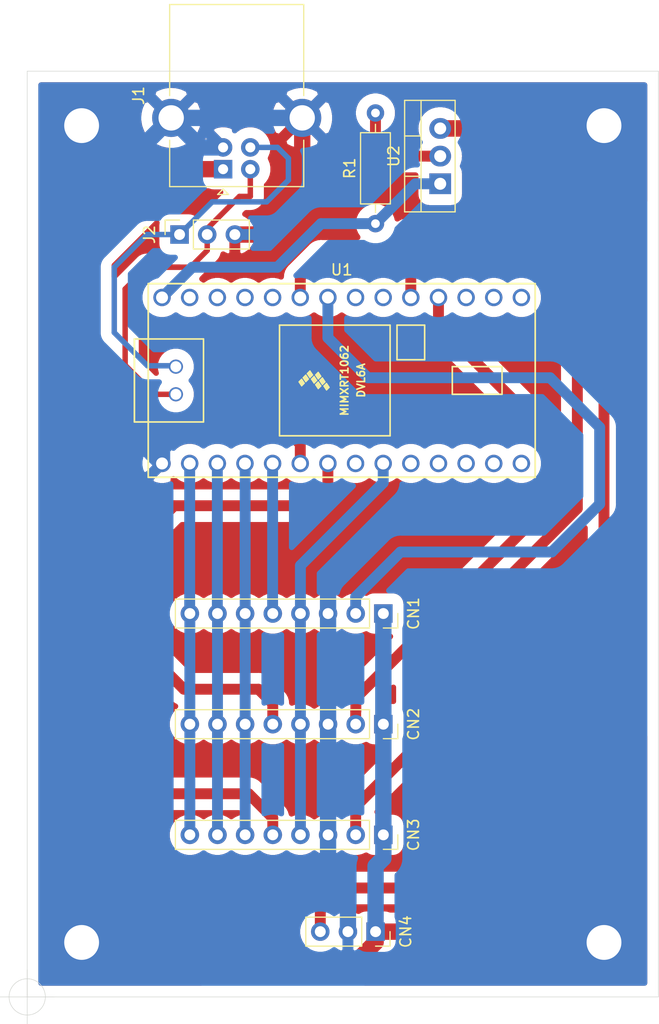
<source format=kicad_pcb>
(kicad_pcb (version 20171130) (host pcbnew "(5.1.9)-1")

  (general
    (thickness 1.6)
    (drawings 9)
    (tracks 155)
    (zones 0)
    (modules 9)
    (nets 33)
  )

  (page A4)
  (layers
    (0 F.Cu signal)
    (31 B.Cu signal hide)
    (32 B.Adhes user hide)
    (33 F.Adhes user hide)
    (34 B.Paste user hide)
    (35 F.Paste user hide)
    (36 B.SilkS user)
    (37 F.SilkS user hide)
    (38 B.Mask user)
    (39 F.Mask user hide)
    (40 Dwgs.User user)
    (41 Cmts.User user)
    (42 Eco1.User user)
    (43 Eco2.User user)
    (44 Edge.Cuts user)
    (45 Margin user)
    (46 B.CrtYd user)
    (47 F.CrtYd user)
    (48 B.Fab user)
    (49 F.Fab user)
  )

  (setup
    (last_trace_width 0.25)
    (trace_clearance 0.2)
    (zone_clearance 0.508)
    (zone_45_only no)
    (trace_min 0.2)
    (via_size 0.8)
    (via_drill 0.4)
    (via_min_size 0.4)
    (via_min_drill 0.3)
    (uvia_size 0.3)
    (uvia_drill 0.1)
    (uvias_allowed no)
    (uvia_min_size 0.2)
    (uvia_min_drill 0.1)
    (edge_width 0.05)
    (segment_width 0.2)
    (pcb_text_width 0.3)
    (pcb_text_size 1.5 1.5)
    (mod_edge_width 0.12)
    (mod_text_size 1 1)
    (mod_text_width 0.15)
    (pad_size 1.524 1.524)
    (pad_drill 0.762)
    (pad_to_mask_clearance 0)
    (aux_axis_origin 133 146)
    (visible_elements 7FFFFFFF)
    (pcbplotparams
      (layerselection 0x010fc_ffffffff)
      (usegerberextensions true)
      (usegerberattributes false)
      (usegerberadvancedattributes false)
      (creategerberjobfile false)
      (excludeedgelayer true)
      (linewidth 0.100000)
      (plotframeref false)
      (viasonmask false)
      (mode 1)
      (useauxorigin true)
      (hpglpennumber 1)
      (hpglpenspeed 20)
      (hpglpendiameter 15.000000)
      (psnegative false)
      (psa4output false)
      (plotreference true)
      (plotvalue true)
      (plotinvisibletext false)
      (padsonsilk false)
      (subtractmaskfromsilk false)
      (outputformat 1)
      (mirror false)
      (drillshape 0)
      (scaleselection 1)
      (outputdirectory "gerbers/"))
  )

  (net 0 "")
  (net 1 D)
  (net 2 C)
  (net 3 B)
  (net 4 INH1)
  (net 5 A)
  (net 6 Earth)
  (net 7 OUT1)
  (net 8 VCC)
  (net 9 INH2)
  (net 10 OUT2)
  (net 11 INH3)
  (net 12 OUT3)
  (net 13 OUT4)
  (net 14 "Net-(U1-Pad8)")
  (net 15 "Net-(U1-Pad10)")
  (net 16 "Net-(U1-Pad11)")
  (net 17 "Net-(U1-Pad12)")
  (net 18 "Net-(U1-Pad13)")
  (net 19 "Net-(U1-Pad27)")
  (net 20 "Net-(U1-Pad26)")
  (net 21 "Net-(U1-Pad25)")
  (net 22 "Net-(U1-Pad24)")
  (net 23 "Net-(U1-Pad21)")
  (net 24 "Net-(U1-Pad20)")
  (net 25 "Net-(U1-Pad17)")
  (net 26 "Net-(U1-Pad16)")
  (net 27 "Net-(U1-Pad14)")
  (net 28 "Net-(U1-Pad15)")
  (net 29 D+)
  (net 30 D-)
  (net 31 "Net-(R1-Pad2)")
  (net 32 "Net-(R1-Pad1)")

  (net_class Default "This is the default net class."
    (clearance 0.2)
    (trace_width 0.25)
    (via_dia 0.8)
    (via_drill 0.4)
    (uvia_dia 0.3)
    (uvia_drill 0.1)
    (add_net A)
    (add_net B)
    (add_net C)
    (add_net D)
    (add_net D+)
    (add_net D-)
    (add_net Earth)
    (add_net INH1)
    (add_net INH2)
    (add_net INH3)
    (add_net "Net-(R1-Pad1)")
    (add_net "Net-(R1-Pad2)")
    (add_net "Net-(U1-Pad10)")
    (add_net "Net-(U1-Pad11)")
    (add_net "Net-(U1-Pad12)")
    (add_net "Net-(U1-Pad13)")
    (add_net "Net-(U1-Pad14)")
    (add_net "Net-(U1-Pad15)")
    (add_net "Net-(U1-Pad16)")
    (add_net "Net-(U1-Pad17)")
    (add_net "Net-(U1-Pad20)")
    (add_net "Net-(U1-Pad21)")
    (add_net "Net-(U1-Pad24)")
    (add_net "Net-(U1-Pad25)")
    (add_net "Net-(U1-Pad26)")
    (add_net "Net-(U1-Pad27)")
    (add_net "Net-(U1-Pad8)")
    (add_net OUT1)
    (add_net OUT2)
    (add_net OUT3)
    (add_net OUT4)
    (add_net VCC)
  )

  (module Connector_PinSocket_2.54mm:PinSocket_1x03_P2.54mm_Vertical (layer F.Cu) (tedit 5A19A429) (tstamp 60362163)
    (at 147 76 90)
    (descr "Through hole straight socket strip, 1x03, 2.54mm pitch, single row (from Kicad 4.0.7), script generated")
    (tags "Through hole socket strip THT 1x03 2.54mm single row")
    (path /6036789C)
    (fp_text reference J2 (at 0 -2.77 90) (layer F.SilkS)
      (effects (font (size 1 1) (thickness 0.15)))
    )
    (fp_text value Conn_01x03_Male (at 0 7.85 90) (layer F.Fab)
      (effects (font (size 1 1) (thickness 0.15)))
    )
    (fp_line (start -1.27 -1.27) (end 0.635 -1.27) (layer F.Fab) (width 0.1))
    (fp_line (start 0.635 -1.27) (end 1.27 -0.635) (layer F.Fab) (width 0.1))
    (fp_line (start 1.27 -0.635) (end 1.27 6.35) (layer F.Fab) (width 0.1))
    (fp_line (start 1.27 6.35) (end -1.27 6.35) (layer F.Fab) (width 0.1))
    (fp_line (start -1.27 6.35) (end -1.27 -1.27) (layer F.Fab) (width 0.1))
    (fp_line (start -1.33 1.27) (end 1.33 1.27) (layer F.SilkS) (width 0.12))
    (fp_line (start -1.33 1.27) (end -1.33 6.41) (layer F.SilkS) (width 0.12))
    (fp_line (start -1.33 6.41) (end 1.33 6.41) (layer F.SilkS) (width 0.12))
    (fp_line (start 1.33 1.27) (end 1.33 6.41) (layer F.SilkS) (width 0.12))
    (fp_line (start 1.33 -1.33) (end 1.33 0) (layer F.SilkS) (width 0.12))
    (fp_line (start 0 -1.33) (end 1.33 -1.33) (layer F.SilkS) (width 0.12))
    (fp_line (start -1.8 -1.8) (end 1.75 -1.8) (layer F.CrtYd) (width 0.05))
    (fp_line (start 1.75 -1.8) (end 1.75 6.85) (layer F.CrtYd) (width 0.05))
    (fp_line (start 1.75 6.85) (end -1.8 6.85) (layer F.CrtYd) (width 0.05))
    (fp_line (start -1.8 6.85) (end -1.8 -1.8) (layer F.CrtYd) (width 0.05))
    (fp_text user %R (at 0 2.54) (layer F.Fab)
      (effects (font (size 1 1) (thickness 0.15)))
    )
    (pad 3 thru_hole oval (at 0 5.08 90) (size 1.7 1.7) (drill 1) (layers *.Cu *.Mask)
      (net 6 Earth))
    (pad 2 thru_hole oval (at 0 2.54 90) (size 1.7 1.7) (drill 1) (layers *.Cu *.Mask)
      (net 30 D-))
    (pad 1 thru_hole rect (at 0 0 90) (size 1.7 1.7) (drill 1) (layers *.Cu *.Mask)
      (net 29 D+))
    (model ${KISYS3DMOD}/Connector_PinSocket_2.54mm.3dshapes/PinSocket_1x03_P2.54mm_Vertical.wrl
      (at (xyz 0 0 0))
      (scale (xyz 1 1 1))
      (rotate (xyz 0 0 0))
    )
  )

  (module Package_TO_SOT_THT:TO-220-3_Vertical (layer F.Cu) (tedit 5AC8BA0D) (tstamp 6036136C)
    (at 170.95 71.34 90)
    (descr "TO-220-3, Vertical, RM 2.54mm, see https://www.vishay.com/docs/66542/to-220-1.pdf")
    (tags "TO-220-3 Vertical RM 2.54mm")
    (path /60361643)
    (fp_text reference U2 (at 2.54 -4.27 90) (layer F.SilkS)
      (effects (font (size 1 1) (thickness 0.15)))
    )
    (fp_text value LM317_TO-220 (at 2.54 2.5 90) (layer F.Fab)
      (effects (font (size 1 1) (thickness 0.15)))
    )
    (fp_line (start -2.46 -3.15) (end -2.46 1.25) (layer F.Fab) (width 0.1))
    (fp_line (start -2.46 1.25) (end 7.54 1.25) (layer F.Fab) (width 0.1))
    (fp_line (start 7.54 1.25) (end 7.54 -3.15) (layer F.Fab) (width 0.1))
    (fp_line (start 7.54 -3.15) (end -2.46 -3.15) (layer F.Fab) (width 0.1))
    (fp_line (start -2.46 -1.88) (end 7.54 -1.88) (layer F.Fab) (width 0.1))
    (fp_line (start 0.69 -3.15) (end 0.69 -1.88) (layer F.Fab) (width 0.1))
    (fp_line (start 4.39 -3.15) (end 4.39 -1.88) (layer F.Fab) (width 0.1))
    (fp_line (start -2.58 -3.27) (end 7.66 -3.27) (layer F.SilkS) (width 0.12))
    (fp_line (start -2.58 1.371) (end 7.66 1.371) (layer F.SilkS) (width 0.12))
    (fp_line (start -2.58 -3.27) (end -2.58 1.371) (layer F.SilkS) (width 0.12))
    (fp_line (start 7.66 -3.27) (end 7.66 1.371) (layer F.SilkS) (width 0.12))
    (fp_line (start -2.58 -1.76) (end 7.66 -1.76) (layer F.SilkS) (width 0.12))
    (fp_line (start 0.69 -3.27) (end 0.69 -1.76) (layer F.SilkS) (width 0.12))
    (fp_line (start 4.391 -3.27) (end 4.391 -1.76) (layer F.SilkS) (width 0.12))
    (fp_line (start -2.71 -3.4) (end -2.71 1.51) (layer F.CrtYd) (width 0.05))
    (fp_line (start -2.71 1.51) (end 7.79 1.51) (layer F.CrtYd) (width 0.05))
    (fp_line (start 7.79 1.51) (end 7.79 -3.4) (layer F.CrtYd) (width 0.05))
    (fp_line (start 7.79 -3.4) (end -2.71 -3.4) (layer F.CrtYd) (width 0.05))
    (fp_text user %R (at 2.54 -4.27 90) (layer F.Fab)
      (effects (font (size 1 1) (thickness 0.15)))
    )
    (pad 3 thru_hole oval (at 5.08 0 90) (size 1.905 2) (drill 1.1) (layers *.Cu *.Mask)
      (net 8 VCC))
    (pad 2 thru_hole oval (at 2.54 0 90) (size 1.905 2) (drill 1.1) (layers *.Cu *.Mask)
      (net 31 "Net-(R1-Pad2)"))
    (pad 1 thru_hole rect (at 0 0 90) (size 1.905 2) (drill 1.1) (layers *.Cu *.Mask)
      (net 32 "Net-(R1-Pad1)"))
    (model ${KISYS3DMOD}/Package_TO_SOT_THT.3dshapes/TO-220-3_Vertical.wrl
      (at (xyz 0 0 0))
      (scale (xyz 1 1 1))
      (rotate (xyz 0 0 0))
    )
  )

  (module Resistor_THT:R_Axial_DIN0207_L6.3mm_D2.5mm_P10.16mm_Horizontal (layer F.Cu) (tedit 5AE5139B) (tstamp 603612B8)
    (at 165 75 90)
    (descr "Resistor, Axial_DIN0207 series, Axial, Horizontal, pin pitch=10.16mm, 0.25W = 1/4W, length*diameter=6.3*2.5mm^2, http://cdn-reichelt.de/documents/datenblatt/B400/1_4W%23YAG.pdf")
    (tags "Resistor Axial_DIN0207 series Axial Horizontal pin pitch 10.16mm 0.25W = 1/4W length 6.3mm diameter 2.5mm")
    (path /60365083)
    (fp_text reference R1 (at 5.08 -2.37 90) (layer F.SilkS)
      (effects (font (size 1 1) (thickness 0.15)))
    )
    (fp_text value 2.7 (at 5.08 2.37 90) (layer F.Fab)
      (effects (font (size 1 1) (thickness 0.15)))
    )
    (fp_line (start 1.93 -1.25) (end 1.93 1.25) (layer F.Fab) (width 0.1))
    (fp_line (start 1.93 1.25) (end 8.23 1.25) (layer F.Fab) (width 0.1))
    (fp_line (start 8.23 1.25) (end 8.23 -1.25) (layer F.Fab) (width 0.1))
    (fp_line (start 8.23 -1.25) (end 1.93 -1.25) (layer F.Fab) (width 0.1))
    (fp_line (start 0 0) (end 1.93 0) (layer F.Fab) (width 0.1))
    (fp_line (start 10.16 0) (end 8.23 0) (layer F.Fab) (width 0.1))
    (fp_line (start 1.81 -1.37) (end 1.81 1.37) (layer F.SilkS) (width 0.12))
    (fp_line (start 1.81 1.37) (end 8.35 1.37) (layer F.SilkS) (width 0.12))
    (fp_line (start 8.35 1.37) (end 8.35 -1.37) (layer F.SilkS) (width 0.12))
    (fp_line (start 8.35 -1.37) (end 1.81 -1.37) (layer F.SilkS) (width 0.12))
    (fp_line (start 1.04 0) (end 1.81 0) (layer F.SilkS) (width 0.12))
    (fp_line (start 9.12 0) (end 8.35 0) (layer F.SilkS) (width 0.12))
    (fp_line (start -1.05 -1.5) (end -1.05 1.5) (layer F.CrtYd) (width 0.05))
    (fp_line (start -1.05 1.5) (end 11.21 1.5) (layer F.CrtYd) (width 0.05))
    (fp_line (start 11.21 1.5) (end 11.21 -1.5) (layer F.CrtYd) (width 0.05))
    (fp_line (start 11.21 -1.5) (end -1.05 -1.5) (layer F.CrtYd) (width 0.05))
    (fp_text user %R (at 5.08 0 90) (layer F.Fab)
      (effects (font (size 1 1) (thickness 0.15)))
    )
    (pad 2 thru_hole oval (at 10.16 0 90) (size 1.6 1.6) (drill 0.8) (layers *.Cu *.Mask)
      (net 31 "Net-(R1-Pad2)"))
    (pad 1 thru_hole circle (at 0 0 90) (size 1.6 1.6) (drill 0.8) (layers *.Cu *.Mask)
      (net 32 "Net-(R1-Pad1)"))
    (model ${KISYS3DMOD}/Resistor_THT.3dshapes/R_Axial_DIN0207_L6.3mm_D2.5mm_P10.16mm_Horizontal.wrl
      (at (xyz 0 0 0))
      (scale (xyz 1 1 1))
      (rotate (xyz 0 0 0))
    )
  )

  (module Teensy:Teensy40 (layer F.Cu) (tedit 6033701C) (tstamp 6030179E)
    (at 161.9 89.4)
    (path /602E3810)
    (fp_text reference U1 (at 0 -10.16) (layer F.SilkS)
      (effects (font (size 1 1) (thickness 0.15)))
    )
    (fp_text value Teensy4.0 (at 0 10.16) (layer F.Fab)
      (effects (font (size 1 1) (thickness 0.15)))
    )
    (fp_line (start 17.78 -8.89) (end -17.78 -8.89) (layer F.SilkS) (width 0.15))
    (fp_line (start -19.05 -3.81) (end -19.05 3.81) (layer F.SilkS) (width 0.15))
    (fp_line (start 17.78 8.89) (end 17.78 -8.89) (layer F.SilkS) (width 0.15))
    (fp_line (start -17.78 -7.62) (end -15.24 -7.62) (layer Dwgs.User) (width 0.12))
    (fp_line (start -17.78 7.62) (end -15.24 7.62) (layer Dwgs.User) (width 0.12))
    (fp_line (start -17.78 8.89) (end 17.78 8.89) (layer F.SilkS) (width 0.15))
    (fp_line (start -19.05 3.81) (end -17.78 3.81) (layer F.SilkS) (width 0.15))
    (fp_line (start -17.78 -3.81) (end -19.05 -3.81) (layer F.SilkS) (width 0.15))
    (fp_line (start -17.78 -8.89) (end -17.78 8.89) (layer F.SilkS) (width 0.15))
    (fp_line (start -17.78 -7.62) (end -17.78 7.62) (layer Dwgs.User) (width 0.12))
    (fp_poly (pts (xy -17.272 -0.762) (xy -14.732 -0.762) (xy -14.732 -1.778) (xy -17.272 -1.778)) (layer Eco1.User) (width 0.1))
    (fp_poly (pts (xy -17.272 1.778) (xy -14.732 1.778) (xy -14.732 0.762) (xy -17.272 0.762)) (layer Eco1.User) (width 0.1))
    (fp_poly (pts (xy -3.937 0.127) (xy -3.683 -0.127) (xy -3.429 0.254) (xy -3.683 0.508)) (layer F.SilkS) (width 0.1))
    (fp_poly (pts (xy -3.556 -0.254) (xy -3.302 -0.508) (xy -3.048 -0.127) (xy -3.302 0.127)) (layer F.SilkS) (width 0.1))
    (fp_poly (pts (xy -1.651 0.508) (xy -1.397 0.254) (xy -1.143 0.635) (xy -1.397 0.889)) (layer F.SilkS) (width 0.1))
    (fp_poly (pts (xy -2.032 0) (xy -1.778 -0.254) (xy -1.524 0.127) (xy -1.778 0.381)) (layer F.SilkS) (width 0.1))
    (fp_poly (pts (xy -2.413 -0.508) (xy -2.159 -0.762) (xy -1.905 -0.381) (xy -2.159 -0.127)) (layer F.SilkS) (width 0.1))
    (fp_poly (pts (xy -2.413 0.381) (xy -2.159 0.127) (xy -1.905 0.508) (xy -2.159 0.762)) (layer F.SilkS) (width 0.1))
    (fp_poly (pts (xy -2.794 -0.127) (xy -2.54 -0.381) (xy -2.286 0) (xy -2.54 0.254)) (layer F.SilkS) (width 0.1))
    (fp_poly (pts (xy -3.175 -0.635) (xy -2.921 -0.889) (xy -2.667 -0.508) (xy -2.921 -0.254)) (layer F.SilkS) (width 0.1))
    (fp_line (start 5.08 -1.905) (end 5.08 -5.08) (layer F.SilkS) (width 0.15))
    (fp_line (start 7.62 -1.905) (end 5.08 -1.905) (layer F.SilkS) (width 0.15))
    (fp_line (start 7.62 -5.08) (end 7.62 -1.905) (layer F.SilkS) (width 0.15))
    (fp_line (start 5.08 -5.08) (end 7.62 -5.08) (layer F.SilkS) (width 0.15))
    (fp_line (start -17.78 8.89) (end -17.78 -8.89) (layer F.SilkS) (width 0.15))
    (fp_line (start 17.78 8.89) (end -17.78 8.89) (layer F.SilkS) (width 0.15))
    (fp_line (start 17.78 -8.89) (end 17.78 8.89) (layer F.SilkS) (width 0.15))
    (fp_line (start -17.78 -8.89) (end 17.78 -8.89) (layer F.SilkS) (width 0.15))
    (fp_line (start 4.445 5.08) (end -5.715 5.08) (layer F.SilkS) (width 0.15))
    (fp_line (start 4.445 -5.08) (end -5.715 -5.08) (layer F.SilkS) (width 0.15))
    (fp_line (start -5.715 -5.08) (end -5.715 5.08) (layer F.SilkS) (width 0.15))
    (fp_line (start 4.445 5.08) (end 4.445 -5.08) (layer F.SilkS) (width 0.15))
    (fp_line (start 10.16 -1.27) (end 14.732 -1.27) (layer F.SilkS) (width 0.15))
    (fp_line (start 10.16 1.27) (end 10.16 -1.27) (layer F.SilkS) (width 0.15))
    (fp_line (start 14.732 1.27) (end 10.16 1.27) (layer F.SilkS) (width 0.15))
    (fp_line (start 14.732 -1.27) (end 14.732 1.27) (layer F.SilkS) (width 0.15))
    (fp_line (start -12.7 3.81) (end -17.78 3.81) (layer F.SilkS) (width 0.15))
    (fp_line (start -12.7 -3.81) (end -17.78 -3.81) (layer F.SilkS) (width 0.15))
    (fp_line (start -12.7 3.81) (end -12.7 -3.81) (layer F.SilkS) (width 0.15))
    (fp_line (start -19.05 -3.81) (end -17.78 -3.81) (layer F.SilkS) (width 0.15))
    (fp_line (start -19.05 3.81) (end -19.05 -3.81) (layer F.SilkS) (width 0.15))
    (fp_line (start -17.78 3.81) (end -19.05 3.81) (layer F.SilkS) (width 0.15))
    (fp_text user DVL6A (at 1.778 0 270) (layer F.SilkS)
      (effects (font (size 0.7 0.7) (thickness 0.15)))
    )
    (fp_text user MIMXRT1062 (at 0.254 0 90) (layer F.SilkS)
      (effects (font (size 0.7 0.7) (thickness 0.15)))
    )
    (pad 29 thru_hole circle (at -15.24 -1.27) (size 1.304 1.304) (drill 1) (layers *.Cu *.Mask)
      (net 29 D+))
    (pad 30 thru_hole circle (at -15.24 1.27) (size 1.304 1.304) (drill 1) (layers *.Cu *.Mask)
      (net 30 D-))
    (pad 1 thru_hole circle (at -16.51 7.62) (size 1.6 1.6) (drill 1.1) (layers *.Cu *.Mask)
      (net 6 Earth))
    (pad 2 thru_hole circle (at -13.97 7.62) (size 1.6 1.6) (drill 1.1) (layers *.Cu *.Mask)
      (net 1 D))
    (pad 3 thru_hole circle (at -11.43 7.62) (size 1.6 1.6) (drill 1.1) (layers *.Cu *.Mask)
      (net 2 C))
    (pad 4 thru_hole circle (at -8.89 7.62) (size 1.6 1.6) (drill 1.1) (layers *.Cu *.Mask)
      (net 3 B))
    (pad 5 thru_hole circle (at -6.35 7.62) (size 1.6 1.6) (drill 1.1) (layers *.Cu *.Mask)
      (net 4 INH1))
    (pad 6 thru_hole circle (at -3.81 7.62) (size 1.6 1.6) (drill 1.1) (layers *.Cu *.Mask)
      (net 11 INH3))
    (pad 7 thru_hole circle (at -1.27 7.62) (size 1.6 1.6) (drill 1.1) (layers *.Cu *.Mask)
      (net 9 INH2))
    (pad 8 thru_hole circle (at 1.27 7.62) (size 1.6 1.6) (drill 1.1) (layers *.Cu *.Mask)
      (net 14 "Net-(U1-Pad8)"))
    (pad 9 thru_hole circle (at 3.81 7.62) (size 1.6 1.6) (drill 1.1) (layers *.Cu *.Mask)
      (net 5 A))
    (pad 10 thru_hole circle (at 6.35 7.62) (size 1.6 1.6) (drill 1.1) (layers *.Cu *.Mask)
      (net 15 "Net-(U1-Pad10)"))
    (pad 11 thru_hole circle (at 8.89 7.62) (size 1.6 1.6) (drill 1.1) (layers *.Cu *.Mask)
      (net 16 "Net-(U1-Pad11)"))
    (pad 12 thru_hole circle (at 11.43 7.62) (size 1.6 1.6) (drill 1.1) (layers *.Cu *.Mask)
      (net 17 "Net-(U1-Pad12)"))
    (pad 13 thru_hole circle (at 13.97 7.62) (size 1.6 1.6) (drill 1.1) (layers *.Cu *.Mask)
      (net 18 "Net-(U1-Pad13)"))
    (pad 28 thru_hole circle (at -16.51 -7.62) (size 1.6 1.6) (drill 1.1) (layers *.Cu *.Mask)
      (net 32 "Net-(R1-Pad1)"))
    (pad 27 thru_hole circle (at -13.97 -7.62) (size 1.6 1.6) (drill 1.1) (layers *.Cu *.Mask)
      (net 19 "Net-(U1-Pad27)"))
    (pad 26 thru_hole circle (at -11.43 -7.62) (size 1.6 1.6) (drill 1.1) (layers *.Cu *.Mask)
      (net 20 "Net-(U1-Pad26)"))
    (pad 25 thru_hole circle (at -8.89 -7.62) (size 1.6 1.6) (drill 1.1) (layers *.Cu *.Mask)
      (net 21 "Net-(U1-Pad25)"))
    (pad 24 thru_hole circle (at -6.35 -7.62) (size 1.6 1.6) (drill 1.1) (layers *.Cu *.Mask)
      (net 22 "Net-(U1-Pad24)"))
    (pad 23 thru_hole circle (at -3.81 -7.62) (size 1.6 1.6) (drill 1.1) (layers *.Cu *.Mask)
      (net 13 OUT4))
    (pad 22 thru_hole circle (at -1.27 -7.62) (size 1.6 1.6) (drill 1.1) (layers *.Cu *.Mask)
      (net 7 OUT1))
    (pad 21 thru_hole circle (at 1.27 -7.62) (size 1.6 1.6) (drill 1.1) (layers *.Cu *.Mask)
      (net 23 "Net-(U1-Pad21)"))
    (pad 20 thru_hole circle (at 3.81 -7.62) (size 1.6 1.6) (drill 1.1) (layers *.Cu *.Mask)
      (net 24 "Net-(U1-Pad20)"))
    (pad 19 thru_hole circle (at 6.35 -7.62) (size 1.6 1.6) (drill 1.1) (layers *.Cu *.Mask)
      (net 12 OUT3))
    (pad 18 thru_hole circle (at 8.89 -7.62) (size 1.6 1.6) (drill 1.1) (layers *.Cu *.Mask)
      (net 10 OUT2))
    (pad 17 thru_hole circle (at 11.43 -7.62) (size 1.6 1.6) (drill 1.1) (layers *.Cu *.Mask)
      (net 25 "Net-(U1-Pad17)"))
    (pad 16 thru_hole circle (at 13.97 -7.62) (size 1.6 1.6) (drill 1.1) (layers *.Cu *.Mask)
      (net 26 "Net-(U1-Pad16)"))
    (pad 14 thru_hole circle (at 16.51 7.62) (size 1.6 1.6) (drill 1.1) (layers *.Cu *.Mask)
      (net 27 "Net-(U1-Pad14)"))
    (pad 15 thru_hole circle (at 16.51 -7.62) (size 1.6 1.6) (drill 1.1) (layers *.Cu *.Mask)
      (net 28 "Net-(U1-Pad15)"))
    (model ${KICAD_USER_DIR}/teensy.pretty/Teensy_4.0_Assembly.STEP
      (offset (xyz 33 9.5 -11))
      (scale (xyz 1 1 1))
      (rotate (xyz -90 0 0))
    )
  )

  (module Connector_USB:USB_B_OST_USB-B1HSxx_Horizontal (layer F.Cu) (tedit 5AFE01FF) (tstamp 603370DD)
    (at 151 70 90)
    (descr "USB B receptacle, Horizontal, through-hole, http://www.on-shore.com/wp-content/uploads/2015/09/usb-b1hsxx.pdf")
    (tags "USB-B receptacle horizontal through-hole")
    (path /603E1123)
    (fp_text reference J1 (at 6.76 -7.77 90) (layer F.SilkS)
      (effects (font (size 1 1) (thickness 0.15)))
    )
    (fp_text value USB_B (at 6.76 10.27 90) (layer F.Fab)
      (effects (font (size 1 1) (thickness 0.15)))
    )
    (fp_line (start 15.51 -7.02) (end -1.99 -7.02) (layer F.CrtYd) (width 0.05))
    (fp_line (start 15.51 9.52) (end 15.51 -7.02) (layer F.CrtYd) (width 0.05))
    (fp_line (start -1.99 9.52) (end 15.51 9.52) (layer F.CrtYd) (width 0.05))
    (fp_line (start -1.99 -7.02) (end -1.99 9.52) (layer F.CrtYd) (width 0.05))
    (fp_line (start -2.32 0.5) (end -1.82 0) (layer F.SilkS) (width 0.12))
    (fp_line (start -2.32 -0.5) (end -2.32 0.5) (layer F.SilkS) (width 0.12))
    (fp_line (start -1.82 0) (end -2.32 -0.5) (layer F.SilkS) (width 0.12))
    (fp_line (start 15.12 7.41) (end 6.76 7.41) (layer F.SilkS) (width 0.12))
    (fp_line (start 15.12 -4.91) (end 15.12 7.41) (layer F.SilkS) (width 0.12))
    (fp_line (start 6.76 -4.91) (end 15.12 -4.91) (layer F.SilkS) (width 0.12))
    (fp_line (start -1.6 7.41) (end 2.66 7.41) (layer F.SilkS) (width 0.12))
    (fp_line (start -1.6 -4.91) (end -1.6 7.41) (layer F.SilkS) (width 0.12))
    (fp_line (start 2.66 -4.91) (end -1.6 -4.91) (layer F.SilkS) (width 0.12))
    (fp_line (start -1.49 -3.8) (end -0.49 -4.8) (layer F.Fab) (width 0.1))
    (fp_line (start -1.49 7.3) (end -1.49 -3.8) (layer F.Fab) (width 0.1))
    (fp_line (start 15.01 7.3) (end -1.49 7.3) (layer F.Fab) (width 0.1))
    (fp_line (start 15.01 -4.8) (end 15.01 7.3) (layer F.Fab) (width 0.1))
    (fp_line (start -0.49 -4.8) (end 15.01 -4.8) (layer F.Fab) (width 0.1))
    (fp_text user %R (at 6.76 1.25 90) (layer F.Fab)
      (effects (font (size 1 1) (thickness 0.15)))
    )
    (pad 5 thru_hole circle (at 4.71 7.27 90) (size 3.5 3.5) (drill 2.33) (layers *.Cu *.Mask)
      (net 6 Earth))
    (pad 5 thru_hole circle (at 4.71 -4.77 90) (size 3.5 3.5) (drill 2.33) (layers *.Cu *.Mask)
      (net 6 Earth))
    (pad 4 thru_hole circle (at 2 0 90) (size 1.7 1.7) (drill 0.92) (layers *.Cu *.Mask)
      (net 6 Earth))
    (pad 3 thru_hole circle (at 2 2.5 90) (size 1.7 1.7) (drill 0.92) (layers *.Cu *.Mask)
      (net 29 D+))
    (pad 2 thru_hole circle (at 0 2.5 90) (size 1.7 1.7) (drill 0.92) (layers *.Cu *.Mask)
      (net 30 D-))
    (pad 1 thru_hole rect (at 0 0 90) (size 1.7 1.7) (drill 0.92) (layers *.Cu *.Mask)
      (net 8 VCC))
    (model ${KISYS3DMOD}/Connector_USB.3dshapes/USB_B_OST_USB-B1HSxx_Horizontal.wrl
      (at (xyz 0 0 0))
      (scale (xyz 1 1 1))
      (rotate (xyz 0 0 0))
    )
  )

  (module Connector_PinSocket_2.54mm:PinSocket_1x03_P2.54mm_Vertical (layer F.Cu) (tedit 5A19A429) (tstamp 60301832)
    (at 165.01 140.01 270)
    (descr "Through hole straight socket strip, 1x03, 2.54mm pitch, single row (from Kicad 4.0.7), script generated")
    (tags "Through hole socket strip THT 1x03 2.54mm single row")
    (path /602F2DA6)
    (fp_text reference CN4 (at 0 -2.77 90) (layer F.SilkS)
      (effects (font (size 1 1) (thickness 0.15)))
    )
    (fp_text value CN4 (at 0 7.85 90) (layer F.Fab)
      (effects (font (size 1 1) (thickness 0.15)))
    )
    (fp_line (start -1.27 -1.27) (end 0.635 -1.27) (layer F.Fab) (width 0.1))
    (fp_line (start 0.635 -1.27) (end 1.27 -0.635) (layer F.Fab) (width 0.1))
    (fp_line (start 1.27 -0.635) (end 1.27 6.35) (layer F.Fab) (width 0.1))
    (fp_line (start 1.27 6.35) (end -1.27 6.35) (layer F.Fab) (width 0.1))
    (fp_line (start -1.27 6.35) (end -1.27 -1.27) (layer F.Fab) (width 0.1))
    (fp_line (start -1.33 1.27) (end 1.33 1.27) (layer F.SilkS) (width 0.12))
    (fp_line (start -1.33 1.27) (end -1.33 6.41) (layer F.SilkS) (width 0.12))
    (fp_line (start -1.33 6.41) (end 1.33 6.41) (layer F.SilkS) (width 0.12))
    (fp_line (start 1.33 1.27) (end 1.33 6.41) (layer F.SilkS) (width 0.12))
    (fp_line (start 1.33 -1.33) (end 1.33 0) (layer F.SilkS) (width 0.12))
    (fp_line (start 0 -1.33) (end 1.33 -1.33) (layer F.SilkS) (width 0.12))
    (fp_line (start -1.8 -1.8) (end 1.75 -1.8) (layer F.CrtYd) (width 0.05))
    (fp_line (start 1.75 -1.8) (end 1.75 6.85) (layer F.CrtYd) (width 0.05))
    (fp_line (start 1.75 6.85) (end -1.8 6.85) (layer F.CrtYd) (width 0.05))
    (fp_line (start -1.8 6.85) (end -1.8 -1.8) (layer F.CrtYd) (width 0.05))
    (fp_text user %R (at 0 2.54) (layer F.Fab)
      (effects (font (size 1 1) (thickness 0.15)))
    )
    (pad 3 thru_hole oval (at 0 5.08 270) (size 1.7 1.7) (drill 1) (layers *.Cu *.Mask)
      (net 13 OUT4))
    (pad 2 thru_hole oval (at 0 2.54 270) (size 1.7 1.7) (drill 1) (layers *.Cu *.Mask)
      (net 6 Earth))
    (pad 1 thru_hole rect (at 0 0 270) (size 1.7 1.7) (drill 1) (layers *.Cu *.Mask)
      (net 8 VCC))
    (model ${KISYS3DMOD}/Connector_PinSocket_2.54mm.3dshapes/PinSocket_1x03_P2.54mm_Vertical.wrl
      (at (xyz 0 0 0))
      (scale (xyz 1 1 1))
      (rotate (xyz 0 0 0))
    )
  )

  (module Connector_PinSocket_2.54mm:PinSocket_1x08_P2.54mm_Vertical (layer F.Cu) (tedit 5A19A420) (tstamp 6030191B)
    (at 165.724999 131.12 270)
    (descr "Through hole straight socket strip, 1x08, 2.54mm pitch, single row (from Kicad 4.0.7), script generated")
    (tags "Through hole socket strip THT 1x08 2.54mm single row")
    (path /602F1B47)
    (fp_text reference CN3 (at 0 -2.77 90) (layer F.SilkS)
      (effects (font (size 1 1) (thickness 0.15)))
    )
    (fp_text value 74HC4067 (at 0 20.55 90) (layer F.Fab)
      (effects (font (size 1 1) (thickness 0.15)))
    )
    (fp_line (start -1.27 -1.27) (end 0.635 -1.27) (layer F.Fab) (width 0.1))
    (fp_line (start 0.635 -1.27) (end 1.27 -0.635) (layer F.Fab) (width 0.1))
    (fp_line (start 1.27 -0.635) (end 1.27 19.05) (layer F.Fab) (width 0.1))
    (fp_line (start 1.27 19.05) (end -1.27 19.05) (layer F.Fab) (width 0.1))
    (fp_line (start -1.27 19.05) (end -1.27 -1.27) (layer F.Fab) (width 0.1))
    (fp_line (start -1.33 1.27) (end 1.33 1.27) (layer F.SilkS) (width 0.12))
    (fp_line (start -1.33 1.27) (end -1.33 19.11) (layer F.SilkS) (width 0.12))
    (fp_line (start -1.33 19.11) (end 1.33 19.11) (layer F.SilkS) (width 0.12))
    (fp_line (start 1.33 1.27) (end 1.33 19.11) (layer F.SilkS) (width 0.12))
    (fp_line (start 1.33 -1.33) (end 1.33 0) (layer F.SilkS) (width 0.12))
    (fp_line (start 0 -1.33) (end 1.33 -1.33) (layer F.SilkS) (width 0.12))
    (fp_line (start -1.8 -1.8) (end 1.75 -1.8) (layer F.CrtYd) (width 0.05))
    (fp_line (start 1.75 -1.8) (end 1.75 19.55) (layer F.CrtYd) (width 0.05))
    (fp_line (start 1.75 19.55) (end -1.8 19.55) (layer F.CrtYd) (width 0.05))
    (fp_line (start -1.8 19.55) (end -1.8 -1.8) (layer F.CrtYd) (width 0.05))
    (fp_text user %R (at 0 8.89) (layer F.Fab)
      (effects (font (size 1 1) (thickness 0.15)))
    )
    (pad 8 thru_hole oval (at 0 17.78 270) (size 1.7 1.7) (drill 1) (layers *.Cu *.Mask)
      (net 1 D))
    (pad 7 thru_hole oval (at 0 15.24 270) (size 1.7 1.7) (drill 1) (layers *.Cu *.Mask)
      (net 2 C))
    (pad 6 thru_hole oval (at 0 12.7 270) (size 1.7 1.7) (drill 1) (layers *.Cu *.Mask)
      (net 3 B))
    (pad 5 thru_hole oval (at 0 10.16 270) (size 1.7 1.7) (drill 1) (layers *.Cu *.Mask)
      (net 11 INH3))
    (pad 4 thru_hole oval (at 0 7.62 270) (size 1.7 1.7) (drill 1) (layers *.Cu *.Mask)
      (net 5 A))
    (pad 3 thru_hole oval (at 0 5.08 270) (size 1.7 1.7) (drill 1) (layers *.Cu *.Mask)
      (net 6 Earth))
    (pad 2 thru_hole oval (at 0 2.54 270) (size 1.7 1.7) (drill 1) (layers *.Cu *.Mask)
      (net 12 OUT3))
    (pad 1 thru_hole rect (at 0 0 270) (size 1.7 1.7) (drill 1) (layers *.Cu *.Mask)
      (net 8 VCC))
    (model ${KISYS3DMOD}/Connector_PinSocket_2.54mm.3dshapes/PinSocket_1x08_P2.54mm_Vertical.wrl
      (at (xyz 0 0 0))
      (scale (xyz 1 1 1))
      (rotate (xyz 0 0 0))
    )
  )

  (module Connector_PinSocket_2.54mm:PinSocket_1x08_P2.54mm_Vertical (layer F.Cu) (tedit 5A19A420) (tstamp 603018CA)
    (at 165.724999 120.96 270)
    (descr "Through hole straight socket strip, 1x08, 2.54mm pitch, single row (from Kicad 4.0.7), script generated")
    (tags "Through hole socket strip THT 1x08 2.54mm single row")
    (path /602F0401)
    (fp_text reference CN2 (at 0 -2.77 90) (layer F.SilkS)
      (effects (font (size 1 1) (thickness 0.15)))
    )
    (fp_text value 74HC4067 (at 0 20.55 90) (layer F.Fab)
      (effects (font (size 1 1) (thickness 0.15)))
    )
    (fp_line (start -1.27 -1.27) (end 0.635 -1.27) (layer F.Fab) (width 0.1))
    (fp_line (start 0.635 -1.27) (end 1.27 -0.635) (layer F.Fab) (width 0.1))
    (fp_line (start 1.27 -0.635) (end 1.27 19.05) (layer F.Fab) (width 0.1))
    (fp_line (start 1.27 19.05) (end -1.27 19.05) (layer F.Fab) (width 0.1))
    (fp_line (start -1.27 19.05) (end -1.27 -1.27) (layer F.Fab) (width 0.1))
    (fp_line (start -1.33 1.27) (end 1.33 1.27) (layer F.SilkS) (width 0.12))
    (fp_line (start -1.33 1.27) (end -1.33 19.11) (layer F.SilkS) (width 0.12))
    (fp_line (start -1.33 19.11) (end 1.33 19.11) (layer F.SilkS) (width 0.12))
    (fp_line (start 1.33 1.27) (end 1.33 19.11) (layer F.SilkS) (width 0.12))
    (fp_line (start 1.33 -1.33) (end 1.33 0) (layer F.SilkS) (width 0.12))
    (fp_line (start 0 -1.33) (end 1.33 -1.33) (layer F.SilkS) (width 0.12))
    (fp_line (start -1.8 -1.8) (end 1.75 -1.8) (layer F.CrtYd) (width 0.05))
    (fp_line (start 1.75 -1.8) (end 1.75 19.55) (layer F.CrtYd) (width 0.05))
    (fp_line (start 1.75 19.55) (end -1.8 19.55) (layer F.CrtYd) (width 0.05))
    (fp_line (start -1.8 19.55) (end -1.8 -1.8) (layer F.CrtYd) (width 0.05))
    (fp_text user %R (at 0 8.89) (layer F.Fab)
      (effects (font (size 1 1) (thickness 0.15)))
    )
    (pad 8 thru_hole oval (at 0 17.78 270) (size 1.7 1.7) (drill 1) (layers *.Cu *.Mask)
      (net 1 D))
    (pad 7 thru_hole oval (at 0 15.24 270) (size 1.7 1.7) (drill 1) (layers *.Cu *.Mask)
      (net 2 C))
    (pad 6 thru_hole oval (at 0 12.7 270) (size 1.7 1.7) (drill 1) (layers *.Cu *.Mask)
      (net 3 B))
    (pad 5 thru_hole oval (at 0 10.16 270) (size 1.7 1.7) (drill 1) (layers *.Cu *.Mask)
      (net 9 INH2))
    (pad 4 thru_hole oval (at 0 7.62 270) (size 1.7 1.7) (drill 1) (layers *.Cu *.Mask)
      (net 5 A))
    (pad 3 thru_hole oval (at 0 5.08 270) (size 1.7 1.7) (drill 1) (layers *.Cu *.Mask)
      (net 6 Earth))
    (pad 2 thru_hole oval (at 0 2.54 270) (size 1.7 1.7) (drill 1) (layers *.Cu *.Mask)
      (net 10 OUT2))
    (pad 1 thru_hole rect (at 0 0 270) (size 1.7 1.7) (drill 1) (layers *.Cu *.Mask)
      (net 8 VCC))
    (model ${KISYS3DMOD}/Connector_PinSocket_2.54mm.3dshapes/PinSocket_1x08_P2.54mm_Vertical.wrl
      (at (xyz 0 0 0))
      (scale (xyz 1 1 1))
      (rotate (xyz 0 0 0))
    )
  )

  (module Connector_PinSocket_2.54mm:PinSocket_1x08_P2.54mm_Vertical (layer F.Cu) (tedit 5A19A420) (tstamp 60301879)
    (at 165.724999 110.8 270)
    (descr "Through hole straight socket strip, 1x08, 2.54mm pitch, single row (from Kicad 4.0.7), script generated")
    (tags "Through hole socket strip THT 1x08 2.54mm single row")
    (path /602EC0AF)
    (fp_text reference CN1 (at 0 -2.77 90) (layer F.SilkS)
      (effects (font (size 1 1) (thickness 0.15)))
    )
    (fp_text value 74HC4067 (at 0 20.55 90) (layer F.Fab)
      (effects (font (size 1 1) (thickness 0.15)))
    )
    (fp_line (start -1.27 -1.27) (end 0.635 -1.27) (layer F.Fab) (width 0.1))
    (fp_line (start 0.635 -1.27) (end 1.27 -0.635) (layer F.Fab) (width 0.1))
    (fp_line (start 1.27 -0.635) (end 1.27 19.05) (layer F.Fab) (width 0.1))
    (fp_line (start 1.27 19.05) (end -1.27 19.05) (layer F.Fab) (width 0.1))
    (fp_line (start -1.27 19.05) (end -1.27 -1.27) (layer F.Fab) (width 0.1))
    (fp_line (start -1.33 1.27) (end 1.33 1.27) (layer F.SilkS) (width 0.12))
    (fp_line (start -1.33 1.27) (end -1.33 19.11) (layer F.SilkS) (width 0.12))
    (fp_line (start -1.33 19.11) (end 1.33 19.11) (layer F.SilkS) (width 0.12))
    (fp_line (start 1.33 1.27) (end 1.33 19.11) (layer F.SilkS) (width 0.12))
    (fp_line (start 1.33 -1.33) (end 1.33 0) (layer F.SilkS) (width 0.12))
    (fp_line (start 0 -1.33) (end 1.33 -1.33) (layer F.SilkS) (width 0.12))
    (fp_line (start -1.8 -1.8) (end 1.75 -1.8) (layer F.CrtYd) (width 0.05))
    (fp_line (start 1.75 -1.8) (end 1.75 19.55) (layer F.CrtYd) (width 0.05))
    (fp_line (start 1.75 19.55) (end -1.8 19.55) (layer F.CrtYd) (width 0.05))
    (fp_line (start -1.8 19.55) (end -1.8 -1.8) (layer F.CrtYd) (width 0.05))
    (fp_text user %R (at 0 8.89) (layer F.Fab)
      (effects (font (size 1 1) (thickness 0.15)))
    )
    (pad 8 thru_hole oval (at 0 17.78 270) (size 1.7 1.7) (drill 1) (layers *.Cu *.Mask)
      (net 1 D))
    (pad 7 thru_hole oval (at 0 15.24 270) (size 1.7 1.7) (drill 1) (layers *.Cu *.Mask)
      (net 2 C))
    (pad 6 thru_hole oval (at 0 12.7 270) (size 1.7 1.7) (drill 1) (layers *.Cu *.Mask)
      (net 3 B))
    (pad 5 thru_hole oval (at 0 10.16 270) (size 1.7 1.7) (drill 1) (layers *.Cu *.Mask)
      (net 4 INH1))
    (pad 4 thru_hole oval (at 0 7.62 270) (size 1.7 1.7) (drill 1) (layers *.Cu *.Mask)
      (net 5 A))
    (pad 3 thru_hole oval (at 0 5.08 270) (size 1.7 1.7) (drill 1) (layers *.Cu *.Mask)
      (net 6 Earth))
    (pad 2 thru_hole oval (at 0 2.54 270) (size 1.7 1.7) (drill 1) (layers *.Cu *.Mask)
      (net 7 OUT1))
    (pad 1 thru_hole rect (at 0 0 270) (size 1.7 1.7) (drill 1) (layers *.Cu *.Mask)
      (net 8 VCC))
    (model ${KISYS3DMOD}/Connector_PinSocket_2.54mm.3dshapes/PinSocket_1x08_P2.54mm_Vertical.wrl
      (at (xyz 0 0 0))
      (scale (xyz 1 1 1))
      (rotate (xyz 0 0 0))
    )
  )

  (gr_line (start 133 146) (end 133 61) (layer Edge.Cuts) (width 0.05) (tstamp 60405A23))
  (gr_line (start 191 146) (end 133 146) (layer Edge.Cuts) (width 0.05))
  (gr_line (start 191 61) (end 191 146) (layer Edge.Cuts) (width 0.05))
  (gr_line (start 133 61) (end 191 61) (layer Edge.Cuts) (width 0.05))
  (gr_line (start 191 146) (end 133 146) (layer Dwgs.User) (width 0.15) (tstamp 60338304))
  (gr_line (start 191 61) (end 191 146) (layer Dwgs.User) (width 0.15))
  (gr_line (start 133 61) (end 191 61) (layer Dwgs.User) (width 0.15))
  (gr_line (start 133 146) (end 133 61) (layer Dwgs.User) (width 0.15))
  (target plus (at 133 146) (size 5) (width 0.05) (layer Edge.Cuts))

  (segment (start 147.93 110.785001) (end 147.944999 110.8) (width 1) (layer B.Cu) (net 1) (tstamp 60301967))
  (segment (start 147.93 97.02) (end 147.93 110.785001) (width 1) (layer B.Cu) (net 1) (tstamp 60301964))
  (segment (start 147.944999 110.8) (end 147.944999 120.96) (width 1) (layer B.Cu) (net 1) (tstamp 603019EE))
  (segment (start 147.944999 120.96) (end 147.944999 131.12) (width 1) (layer B.Cu) (net 1) (tstamp 603019EB))
  (segment (start 150.47 110.785001) (end 150.484999 110.8) (width 1) (layer B.Cu) (net 2) (tstamp 60301955))
  (segment (start 150.47 97.02) (end 150.47 110.785001) (width 1) (layer B.Cu) (net 2) (tstamp 60301958))
  (segment (start 150.484999 110.8) (end 150.484999 120.96) (width 1) (layer B.Cu) (net 2) (tstamp 60301A4E))
  (segment (start 150.484999 131.12) (end 150.484999 120.96) (width 1) (layer B.Cu) (net 2) (tstamp 603019F1))
  (segment (start 153.024999 97.034999) (end 153.01 97.02) (width 1) (layer B.Cu) (net 3) (tstamp 6030195E))
  (segment (start 153.024999 110.8) (end 153.024999 97.034999) (width 1) (layer B.Cu) (net 3) (tstamp 6030195B))
  (segment (start 153.024999 110.8) (end 153.024999 120.96) (width 1) (layer B.Cu) (net 3) (tstamp 60301A54))
  (segment (start 153.024999 120.96) (end 153.024999 131.12) (width 1) (layer B.Cu) (net 3) (tstamp 60301A51))
  (segment (start 155.55 110.785001) (end 155.564999 110.8) (width 1) (layer B.Cu) (net 4) (tstamp 60301961))
  (segment (start 155.55 97.02) (end 155.55 110.785001) (width 1) (layer B.Cu) (net 4) (tstamp 60301952))
  (segment (start 165.71 97.02) (end 165.71 98.79) (width 1) (layer B.Cu) (net 5) (tstamp 6030196A))
  (segment (start 158.104999 106.395001) (end 158.104999 110.8) (width 1) (layer B.Cu) (net 5) (tstamp 60301970))
  (segment (start 165.71 98.79) (end 158.104999 106.395001) (width 1) (layer B.Cu) (net 5) (tstamp 6030196D))
  (segment (start 158.104999 110.8) (end 158.104999 120.96) (width 1) (layer B.Cu) (net 5) (tstamp 603019F7))
  (segment (start 158.104999 120.96) (end 158.104999 131.12) (width 1) (layer B.Cu) (net 5) (tstamp 60301A00))
  (via (at 186 66) (size 3.5) (drill 3.2) (layers F.Cu B.Cu) (net 6))
  (via (at 186 141) (size 3.5) (drill 3.2) (layers F.Cu B.Cu) (net 6))
  (via (at 138 141) (size 3.5) (drill 3.2) (layers F.Cu B.Cu) (net 6))
  (via (at 138 66) (size 3.5) (drill 3.2) (layers F.Cu B.Cu) (net 6))
  (segment (start 179.75 91.8) (end 182.75 94.8) (width 1.5) (layer B.Cu) (net 6) (tstamp 603019C1))
  (segment (start 182.75 94.8) (end 182.75 99.4) (width 1.5) (layer B.Cu) (net 6) (tstamp 60301985))
  (segment (start 182.75 99.4) (end 180.15 102) (width 1.5) (layer B.Cu) (net 6) (tstamp 60301994))
  (segment (start 180.15 102) (end 166.45 102) (width 1.5) (layer B.Cu) (net 6) (tstamp 603019A6))
  (segment (start 160.644999 107.805001) (end 160.644999 110.8) (width 1.5) (layer B.Cu) (net 6) (tstamp 603019A3))
  (segment (start 166.45 102) (end 160.644999 107.805001) (width 1.5) (layer B.Cu) (net 6) (tstamp 603019A0))
  (segment (start 160.644999 110.8) (end 160.644999 120.96) (width 1.5) (layer B.Cu) (net 6) (tstamp 60301997))
  (segment (start 160.644999 120.96) (end 160.644999 131.12) (width 1.5) (layer B.Cu) (net 6) (tstamp 60301988))
  (segment (start 160.644999 131.12) (end 160.644999 134.644999) (width 1.5) (layer B.Cu) (net 6) (tstamp 6030198B))
  (segment (start 162.47 136.47) (end 162.47 140.01) (width 1.5) (layer B.Cu) (net 6) (tstamp 6030198E))
  (segment (start 160.644999 134.644999) (end 162.47 136.47) (width 1.5) (layer B.Cu) (net 6) (tstamp 6030199A))
  (segment (start 179.75 91.8) (end 149.2 91.8) (width 1.5) (layer B.Cu) (net 6))
  (segment (start 145.39 95.61) (end 145.39 97.02) (width 1.5) (layer B.Cu) (net 6))
  (segment (start 149.2 91.8) (end 145.39 95.61) (width 1.5) (layer B.Cu) (net 6))
  (segment (start 146.23 65.29) (end 158.27 65.29) (width 1.5) (layer B.Cu) (net 6))
  (segment (start 146.23 65.29) (end 148.94 68) (width 1.5) (layer B.Cu) (net 6))
  (segment (start 148.94 68) (end 151 68) (width 1.5) (layer B.Cu) (net 6))
  (segment (start 146.23 65.29) (end 136 75.52) (width 1.5) (layer B.Cu) (net 6))
  (segment (start 136 87.63) (end 145.39 97.02) (width 1.5) (layer B.Cu) (net 6))
  (segment (start 136 75.52) (end 136 87.63) (width 1.5) (layer B.Cu) (net 6))
  (segment (start 152.08 76) (end 155 76) (width 1.5) (layer F.Cu) (net 6))
  (segment (start 158.27 72.73) (end 158.27 65.29) (width 1.5) (layer F.Cu) (net 6))
  (segment (start 155 76) (end 158.27 72.73) (width 1.5) (layer F.Cu) (net 6))
  (segment (start 163.184999 110.8) (end 163.184999 109.265001) (width 1) (layer B.Cu) (net 7) (tstamp 6030197C))
  (segment (start 163.184999 109.265001) (end 167.3 105.15) (width 1) (layer B.Cu) (net 7) (tstamp 60301979))
  (segment (start 167.3 105.15) (end 181.2 105.15) (width 1) (layer B.Cu) (net 7) (tstamp 60301973))
  (segment (start 181.2 105.15) (end 185.6 100.75) (width 1) (layer B.Cu) (net 7) (tstamp 60301976))
  (segment (start 185.6 100.75) (end 185.6 93.7) (width 1) (layer B.Cu) (net 7) (tstamp 60301A2D))
  (segment (start 185.6 93.7) (end 181.05 89.15) (width 1) (layer B.Cu) (net 7) (tstamp 60301A42))
  (segment (start 181.05 89.15) (end 164.3 89.15) (width 1) (layer B.Cu) (net 7) (tstamp 60301A4B))
  (segment (start 160.63 85.48) (end 160.63 81.78) (width 1) (layer B.Cu) (net 7) (tstamp 60301A3C))
  (segment (start 164.3 89.15) (end 160.63 85.48) (width 1) (layer B.Cu) (net 7) (tstamp 60301A33))
  (segment (start 165.724999 110.8) (end 165.724999 120.96) (width 1.5) (layer B.Cu) (net 8) (tstamp 60301991))
  (segment (start 165.724999 120.96) (end 165.724999 131.12) (width 1.5) (layer B.Cu) (net 8) (tstamp 6030199D))
  (segment (start 165.724999 131.12) (end 165.724999 133.275001) (width 1.5) (layer B.Cu) (net 8))
  (segment (start 165.01 133.99) (end 165.01 140.01) (width 1.5) (layer B.Cu) (net 8))
  (segment (start 165.724999 133.275001) (end 165.01 133.99) (width 1.5) (layer B.Cu) (net 8))
  (segment (start 151 70) (end 147 70) (width 1.5) (layer F.Cu) (net 8))
  (segment (start 147 70) (end 139 78) (width 1.5) (layer F.Cu) (net 8))
  (segment (start 139 78) (end 139 132) (width 1.5) (layer F.Cu) (net 8))
  (segment (start 139 132) (end 150 143) (width 1.5) (layer F.Cu) (net 8))
  (segment (start 165 140.02) (end 165.01 140.01) (width 1) (layer F.Cu) (net 8))
  (segment (start 150 143) (end 163 143) (width 1.5) (layer F.Cu) (net 8))
  (segment (start 165.01 140.99) (end 165.01 140.01) (width 1.5) (layer F.Cu) (net 8))
  (segment (start 163 143) (end 165.01 140.99) (width 1.5) (layer F.Cu) (net 8))
  (segment (start 173.310622 66.26) (end 170.95 66.26) (width 1.5) (layer F.Cu) (net 8))
  (segment (start 189 75) (end 180.26 66.26) (width 1.5) (layer F.Cu) (net 8))
  (segment (start 189 120) (end 189 75) (width 1.5) (layer F.Cu) (net 8))
  (segment (start 169 140) (end 189 120) (width 1.5) (layer F.Cu) (net 8))
  (segment (start 167.37 140) (end 169 140) (width 1.5) (layer F.Cu) (net 8))
  (segment (start 167.36 140.01) (end 167.37 140) (width 1.5) (layer F.Cu) (net 8))
  (segment (start 180.26 66.26) (end 170.95 66.26) (width 1.5) (layer F.Cu) (net 8))
  (segment (start 165.01 140.01) (end 167.36 140.01) (width 1.5) (layer F.Cu) (net 8))
  (segment (start 160.63 97.02) (end 160.63 99.17) (width 1) (layer F.Cu) (net 9) (tstamp 603019DF))
  (segment (start 160.63 99.17) (end 158.9 100.9) (width 1) (layer F.Cu) (net 9) (tstamp 603019E5))
  (segment (start 158.9 100.9) (end 146.5 100.9) (width 1) (layer F.Cu) (net 9) (tstamp 603019E2))
  (segment (start 146.5 100.9) (end 144.45 102.95) (width 1) (layer F.Cu) (net 9) (tstamp 603019CD))
  (segment (start 144.45 102.95) (end 144.45 114.8) (width 1) (layer F.Cu) (net 9) (tstamp 603019D3))
  (segment (start 144.45 114.8) (end 147.4 117.75) (width 1) (layer F.Cu) (net 9) (tstamp 603019D6))
  (segment (start 147.4 117.75) (end 154.25 117.75) (width 1) (layer F.Cu) (net 9) (tstamp 603019DC))
  (segment (start 155.564999 119.064999) (end 155.564999 120.96) (width 1) (layer F.Cu) (net 9) (tstamp 603019B5))
  (segment (start 154.25 117.75) (end 155.564999 119.064999) (width 1) (layer F.Cu) (net 9) (tstamp 603019AF))
  (segment (start 163.184999 119.757919) (end 163.2 119.742918) (width 1) (layer F.Cu) (net 10) (tstamp 60301A3F))
  (segment (start 163.184999 120.96) (end 163.184999 119.757919) (width 1) (layer F.Cu) (net 10) (tstamp 60301A39))
  (segment (start 163.2 119.742918) (end 163.2 118.55) (width 1) (layer F.Cu) (net 10) (tstamp 60301A36))
  (segment (start 163.2 118.55) (end 181.75 100) (width 1) (layer F.Cu) (net 10) (tstamp 60301A30))
  (segment (start 181.75 100) (end 181.75 95.25) (width 1) (layer F.Cu) (net 10) (tstamp 60301A2A))
  (segment (start 170.79 84.29) (end 170.79 81.78) (width 1) (layer F.Cu) (net 10) (tstamp 60301A48))
  (segment (start 181.75 95.25) (end 170.79 84.29) (width 1) (layer F.Cu) (net 10) (tstamp 60301A45))
  (segment (start 158.09 97.02) (end 158.09 95.24) (width 1) (layer F.Cu) (net 11) (tstamp 603019D0))
  (segment (start 158.09 95.24) (end 156 93.15) (width 1) (layer F.Cu) (net 11) (tstamp 603019E8))
  (segment (start 156 93.15) (end 145 93.15) (width 1) (layer F.Cu) (net 11) (tstamp 603019D9))
  (segment (start 145 93.15) (end 141.95 96.2) (width 1) (layer F.Cu) (net 11) (tstamp 603019CA))
  (segment (start 141.95 96.2) (end 141.95 124.6) (width 1) (layer F.Cu) (net 11) (tstamp 603019BE))
  (segment (start 141.95 124.6) (end 144.7 127.35) (width 1) (layer F.Cu) (net 11) (tstamp 603019AC))
  (segment (start 144.7 127.35) (end 153.35 127.35) (width 1) (layer F.Cu) (net 11) (tstamp 603019C4))
  (segment (start 155.564999 129.564999) (end 155.564999 131.12) (width 1) (layer F.Cu) (net 11) (tstamp 603019A9))
  (segment (start 153.35 127.35) (end 155.564999 129.564999) (width 1) (layer F.Cu) (net 11) (tstamp 603019BB))
  (segment (start 163.184999 131.12) (end 163.184999 128.515001) (width 1) (layer F.Cu) (net 12) (tstamp 60301A21))
  (segment (start 163.184999 128.515001) (end 168.4 123.3) (width 1) (layer F.Cu) (net 12) (tstamp 60301A24))
  (segment (start 168.4 123.3) (end 168.4 116.3) (width 1) (layer F.Cu) (net 12) (tstamp 60301A1E))
  (segment (start 168.4 116.3) (end 183.55 101.15) (width 1) (layer F.Cu) (net 12) (tstamp 60301A18))
  (segment (start 183.55 101.15) (end 183.55 82) (width 1) (layer F.Cu) (net 12) (tstamp 60301A27))
  (segment (start 183.55 82) (end 179.5 77.95) (width 1) (layer F.Cu) (net 12) (tstamp 60301A1B))
  (segment (start 179.5 77.95) (end 170.15 77.95) (width 1) (layer F.Cu) (net 12) (tstamp 60301A15))
  (segment (start 168.25 79.85) (end 168.25 81.78) (width 1) (layer F.Cu) (net 12) (tstamp 60301A03))
  (segment (start 170.15 77.95) (end 168.25 79.85) (width 1) (layer F.Cu) (net 12) (tstamp 60301A06))
  (segment (start 158.09 79.91) (end 158.09 81.78) (width 1) (layer F.Cu) (net 13))
  (segment (start 160 78) (end 158.09 79.91) (width 1) (layer F.Cu) (net 13))
  (segment (start 166 78) (end 160 78) (width 1) (layer F.Cu) (net 13))
  (segment (start 181 76) (end 168 76) (width 1) (layer F.Cu) (net 13))
  (segment (start 186 119) (end 186 81) (width 1) (layer F.Cu) (net 13))
  (segment (start 169 136) (end 186 119) (width 1) (layer F.Cu) (net 13))
  (segment (start 162 136) (end 169 136) (width 1) (layer F.Cu) (net 13))
  (segment (start 186 81) (end 181 76) (width 1) (layer F.Cu) (net 13))
  (segment (start 159.93 138.07) (end 162 136) (width 1) (layer F.Cu) (net 13))
  (segment (start 168 76) (end 166 78) (width 1) (layer F.Cu) (net 13))
  (segment (start 159.93 140.01) (end 159.93 138.07) (width 1) (layer F.Cu) (net 13))
  (segment (start 144.04999 88.04999) (end 146.66 88.04999) (width 0.5) (layer B.Cu) (net 29))
  (segment (start 141 85) (end 144.04999 88.04999) (width 0.5) (layer B.Cu) (net 29))
  (segment (start 141 79) (end 141 85) (width 0.5) (layer B.Cu) (net 29))
  (segment (start 157 71) (end 155 73) (width 0.5) (layer B.Cu) (net 29))
  (segment (start 157 69) (end 157 71) (width 0.5) (layer B.Cu) (net 29))
  (segment (start 156 68) (end 157 69) (width 0.5) (layer B.Cu) (net 29))
  (segment (start 153.5 68) (end 156 68) (width 0.5) (layer B.Cu) (net 29))
  (segment (start 155 73) (end 150 73) (width 0.5) (layer B.Cu) (net 29))
  (segment (start 150 73) (end 147 76) (width 0.5) (layer B.Cu) (net 29))
  (segment (start 147 76) (end 144 76) (width 0.5) (layer B.Cu) (net 29))
  (segment (start 144 76) (end 141 79) (width 0.5) (layer B.Cu) (net 29))
  (segment (start 153.5 70) (end 153.5 72.5) (width 0.5) (layer F.Cu) (net 30))
  (segment (start 144 79) (end 142 81) (width 0.5) (layer F.Cu) (net 30))
  (segment (start 142 81) (end 142 88) (width 0.5) (layer F.Cu) (net 30))
  (segment (start 144.67 90.67) (end 146.66 90.67) (width 0.5) (layer F.Cu) (net 30))
  (segment (start 142 88) (end 144.67 90.67) (width 0.5) (layer F.Cu) (net 30))
  (segment (start 149.54 75.46) (end 149.54 76) (width 0.5) (layer F.Cu) (net 30))
  (segment (start 152.5 72.5) (end 149.54 75.46) (width 0.5) (layer F.Cu) (net 30))
  (segment (start 153.5 72.5) (end 152.5 72.5) (width 0.5) (layer F.Cu) (net 30))
  (segment (start 149.54 76) (end 149.54 77.46) (width 0.5) (layer F.Cu) (net 30))
  (segment (start 148 79) (end 145 79) (width 0.5) (layer F.Cu) (net 30))
  (segment (start 149.54 77.46) (end 148 79) (width 0.5) (layer F.Cu) (net 30))
  (segment (start 145 79) (end 144 79) (width 0.5) (layer F.Cu) (net 30))
  (segment (start 147 79) (end 145 79) (width 0.5) (layer F.Cu) (net 30))
  (segment (start 169.8 68.8) (end 170.95 68.8) (width 1) (layer F.Cu) (net 31))
  (segment (start 165 64.84) (end 165 68) (width 1) (layer F.Cu) (net 31))
  (segment (start 165.8 68.8) (end 170.95 68.8) (width 1) (layer F.Cu) (net 31))
  (segment (start 165 68) (end 165.8 68.8) (width 1) (layer F.Cu) (net 31))
  (segment (start 168.66 71.34) (end 165 75) (width 1) (layer B.Cu) (net 32))
  (segment (start 170.95 71.34) (end 168.66 71.34) (width 1) (layer B.Cu) (net 32))
  (segment (start 160 75) (end 165 75) (width 1) (layer B.Cu) (net 32))
  (segment (start 156 79) (end 160 75) (width 1) (layer B.Cu) (net 32))
  (segment (start 148.17 79) (end 156 79) (width 1) (layer B.Cu) (net 32))
  (segment (start 145.39 81.78) (end 148.17 79) (width 1) (layer B.Cu) (net 32))

  (zone (net 6) (net_name Earth) (layer B.Cu) (tstamp 0) (hatch edge 0.508)
    (connect_pads (clearance 1))
    (min_thickness 0.5)
    (fill yes (arc_segments 32) (thermal_gap 1) (thermal_bridge_width 1))
    (polygon
      (pts
        (xy 191 146) (xy 133 146) (xy 133 61) (xy 191 61)
      )
    )
    (filled_polygon
      (pts
        (xy 189.725001 144.725) (xy 134.275 144.725) (xy 134.275 139.803168) (xy 157.83 139.803168) (xy 157.83 140.216832)
        (xy 157.910702 140.622547) (xy 158.069004 141.004723) (xy 158.298823 141.348672) (xy 158.591328 141.641177) (xy 158.935277 141.870996)
        (xy 159.317453 142.029298) (xy 159.723168 142.11) (xy 160.136832 142.11) (xy 160.542547 142.029298) (xy 160.924723 141.870996)
        (xy 161.210731 141.679892) (xy 161.446679 141.843806) (xy 161.8241 142.00821) (xy 161.896902 142.030287) (xy 162.22 141.779931)
        (xy 162.22 140.26) (xy 162.2 140.26) (xy 162.2 139.76) (xy 162.22 139.76) (xy 162.22 138.240069)
        (xy 161.896902 137.989713) (xy 161.8241 138.01179) (xy 161.446679 138.176194) (xy 161.210731 138.340108) (xy 160.924723 138.149004)
        (xy 160.542547 137.990702) (xy 160.136832 137.91) (xy 159.723168 137.91) (xy 159.317453 137.990702) (xy 158.935277 138.149004)
        (xy 158.591328 138.378823) (xy 158.298823 138.671328) (xy 158.069004 139.015277) (xy 157.910702 139.397453) (xy 157.83 139.803168)
        (xy 134.275 139.803168) (xy 134.275 97.189532) (xy 143.33707 97.189532) (xy 143.40959 97.586781) (xy 143.558217 97.962249)
        (xy 143.588863 98.019586) (xy 143.990322 98.066124) (xy 145.036447 97.02) (xy 143.990322 95.973876) (xy 143.588863 96.020414)
        (xy 143.428462 96.391005) (xy 143.343442 96.785768) (xy 143.33707 97.189532) (xy 134.275 97.189532) (xy 134.275 95.620322)
        (xy 144.343876 95.620322) (xy 145.39 96.666447) (xy 145.404143 96.652305) (xy 145.757696 97.005858) (xy 145.743553 97.02)
        (xy 145.757696 97.034143) (xy 145.404142 97.387696) (xy 145.39 97.373553) (xy 144.343876 98.419678) (xy 144.390414 98.821137)
        (xy 144.761005 98.981538) (xy 145.155768 99.066558) (xy 145.559532 99.07293) (xy 145.956781 99.00041) (xy 146.18 98.91205)
        (xy 146.180001 109.661606) (xy 146.084003 109.805277) (xy 145.925701 110.187453) (xy 145.844999 110.593168) (xy 145.844999 111.006832)
        (xy 145.925701 111.412547) (xy 146.084003 111.794723) (xy 146.194999 111.960841) (xy 146.195 119.799158) (xy 146.084003 119.965277)
        (xy 145.925701 120.347453) (xy 145.844999 120.753168) (xy 145.844999 121.166832) (xy 145.925701 121.572547) (xy 146.084003 121.954723)
        (xy 146.194999 122.120841) (xy 146.195 129.959158) (xy 146.084003 130.125277) (xy 145.925701 130.507453) (xy 145.844999 130.913168)
        (xy 145.844999 131.326832) (xy 145.925701 131.732547) (xy 146.084003 132.114723) (xy 146.313822 132.458672) (xy 146.606327 132.751177)
        (xy 146.950276 132.980996) (xy 147.332452 133.139298) (xy 147.738167 133.22) (xy 148.151831 133.22) (xy 148.557546 133.139298)
        (xy 148.939722 132.980996) (xy 149.214999 132.797062) (xy 149.490276 132.980996) (xy 149.872452 133.139298) (xy 150.278167 133.22)
        (xy 150.691831 133.22) (xy 151.097546 133.139298) (xy 151.479722 132.980996) (xy 151.754999 132.797062) (xy 152.030276 132.980996)
        (xy 152.412452 133.139298) (xy 152.818167 133.22) (xy 153.231831 133.22) (xy 153.637546 133.139298) (xy 154.019722 132.980996)
        (xy 154.294999 132.797062) (xy 154.570276 132.980996) (xy 154.952452 133.139298) (xy 155.358167 133.22) (xy 155.771831 133.22)
        (xy 156.177546 133.139298) (xy 156.559722 132.980996) (xy 156.834999 132.797062) (xy 157.110276 132.980996) (xy 157.492452 133.139298)
        (xy 157.898167 133.22) (xy 158.311831 133.22) (xy 158.717546 133.139298) (xy 159.099722 132.980996) (xy 159.38573 132.789892)
        (xy 159.621678 132.953806) (xy 159.999099 133.11821) (xy 160.071901 133.140287) (xy 160.394999 132.889931) (xy 160.394999 131.37)
        (xy 160.374999 131.37) (xy 160.374999 130.87) (xy 160.394999 130.87) (xy 160.394999 129.350069) (xy 160.071901 129.099713)
        (xy 159.999099 129.12179) (xy 159.854999 129.18456) (xy 159.854999 122.89544) (xy 159.999099 122.95821) (xy 160.071901 122.980287)
        (xy 160.394999 122.729931) (xy 160.394999 121.21) (xy 160.374999 121.21) (xy 160.374999 120.71) (xy 160.394999 120.71)
        (xy 160.394999 119.190069) (xy 160.071901 118.939713) (xy 159.999099 118.96179) (xy 159.854999 119.02456) (xy 159.854999 112.73544)
        (xy 159.999099 112.79821) (xy 160.071901 112.820287) (xy 160.394999 112.569931) (xy 160.394999 111.05) (xy 160.374999 111.05)
        (xy 160.374999 110.55) (xy 160.394999 110.55) (xy 160.394999 109.030069) (xy 160.071901 108.779713) (xy 159.999099 108.80179)
        (xy 159.854999 108.86456) (xy 159.854999 107.119874) (xy 166.886644 100.088229) (xy 166.953424 100.033424) (xy 167.172112 99.766952)
        (xy 167.311286 99.506576) (xy 167.334612 99.462937) (xy 167.434679 99.13306) (xy 167.456621 98.910276) (xy 167.652037 98.99122)
        (xy 168.048093 99.07) (xy 168.451907 99.07) (xy 168.847963 98.99122) (xy 169.221039 98.836686) (xy 169.52 98.636927)
        (xy 169.818961 98.836686) (xy 170.192037 98.99122) (xy 170.588093 99.07) (xy 170.991907 99.07) (xy 171.387963 98.99122)
        (xy 171.761039 98.836686) (xy 172.06 98.636927) (xy 172.358961 98.836686) (xy 172.732037 98.99122) (xy 173.128093 99.07)
        (xy 173.531907 99.07) (xy 173.927963 98.99122) (xy 174.301039 98.836686) (xy 174.6 98.636927) (xy 174.898961 98.836686)
        (xy 175.272037 98.99122) (xy 175.668093 99.07) (xy 176.071907 99.07) (xy 176.467963 98.99122) (xy 176.841039 98.836686)
        (xy 177.14 98.636927) (xy 177.438961 98.836686) (xy 177.812037 98.99122) (xy 178.208093 99.07) (xy 178.611907 99.07)
        (xy 179.007963 98.99122) (xy 179.381039 98.836686) (xy 179.716799 98.612339) (xy 180.002339 98.326799) (xy 180.226686 97.991039)
        (xy 180.38122 97.617963) (xy 180.46 97.221907) (xy 180.46 96.818093) (xy 180.38122 96.422037) (xy 180.226686 96.048961)
        (xy 180.002339 95.713201) (xy 179.716799 95.427661) (xy 179.381039 95.203314) (xy 179.007963 95.04878) (xy 178.611907 94.97)
        (xy 178.208093 94.97) (xy 177.812037 95.04878) (xy 177.438961 95.203314) (xy 177.14 95.403073) (xy 176.841039 95.203314)
        (xy 176.467963 95.04878) (xy 176.071907 94.97) (xy 175.668093 94.97) (xy 175.272037 95.04878) (xy 174.898961 95.203314)
        (xy 174.6 95.403073) (xy 174.301039 95.203314) (xy 173.927963 95.04878) (xy 173.531907 94.97) (xy 173.128093 94.97)
        (xy 172.732037 95.04878) (xy 172.358961 95.203314) (xy 172.06 95.403073) (xy 171.761039 95.203314) (xy 171.387963 95.04878)
        (xy 170.991907 94.97) (xy 170.588093 94.97) (xy 170.192037 95.04878) (xy 169.818961 95.203314) (xy 169.52 95.403073)
        (xy 169.221039 95.203314) (xy 168.847963 95.04878) (xy 168.451907 94.97) (xy 168.048093 94.97) (xy 167.652037 95.04878)
        (xy 167.278961 95.203314) (xy 166.98 95.403073) (xy 166.681039 95.203314) (xy 166.307963 95.04878) (xy 165.911907 94.97)
        (xy 165.508093 94.97) (xy 165.112037 95.04878) (xy 164.738961 95.203314) (xy 164.44 95.403073) (xy 164.141039 95.203314)
        (xy 163.767963 95.04878) (xy 163.371907 94.97) (xy 162.968093 94.97) (xy 162.572037 95.04878) (xy 162.198961 95.203314)
        (xy 161.9 95.403073) (xy 161.601039 95.203314) (xy 161.227963 95.04878) (xy 160.831907 94.97) (xy 160.428093 94.97)
        (xy 160.032037 95.04878) (xy 159.658961 95.203314) (xy 159.36 95.403073) (xy 159.061039 95.203314) (xy 158.687963 95.04878)
        (xy 158.291907 94.97) (xy 157.888093 94.97) (xy 157.492037 95.04878) (xy 157.118961 95.203314) (xy 156.82 95.403073)
        (xy 156.521039 95.203314) (xy 156.147963 95.04878) (xy 155.751907 94.97) (xy 155.348093 94.97) (xy 154.952037 95.04878)
        (xy 154.578961 95.203314) (xy 154.28 95.403073) (xy 153.981039 95.203314) (xy 153.607963 95.04878) (xy 153.211907 94.97)
        (xy 152.808093 94.97) (xy 152.412037 95.04878) (xy 152.038961 95.203314) (xy 151.74 95.403073) (xy 151.441039 95.203314)
        (xy 151.067963 95.04878) (xy 150.671907 94.97) (xy 150.268093 94.97) (xy 149.872037 95.04878) (xy 149.498961 95.203314)
        (xy 149.2 95.403073) (xy 148.901039 95.203314) (xy 148.527963 95.04878) (xy 148.131907 94.97) (xy 147.728093 94.97)
        (xy 147.332037 95.04878) (xy 146.958961 95.203314) (xy 146.674703 95.393249) (xy 146.668949 95.387495) (xy 146.640023 95.416421)
        (xy 146.623201 95.427661) (xy 146.435544 95.615318) (xy 146.389586 95.218863) (xy 146.018995 95.058462) (xy 145.624232 94.973442)
        (xy 145.220468 94.96707) (xy 144.823219 95.03959) (xy 144.447751 95.188217) (xy 144.390414 95.218863) (xy 144.343876 95.620322)
        (xy 134.275 95.620322) (xy 134.275 79) (xy 139.492743 79) (xy 139.5 79.073681) (xy 139.500001 84.92631)
        (xy 139.492743 85) (xy 139.521705 85.294051) (xy 139.60419 85.565967) (xy 139.607477 85.576802) (xy 139.746763 85.837387)
        (xy 139.934209 86.065792) (xy 139.991445 86.112764) (xy 142.937225 89.058545) (xy 142.984198 89.115782) (xy 143.212603 89.303228)
        (xy 143.473188 89.442514) (xy 143.755939 89.528285) (xy 143.97631 89.54999) (xy 143.976311 89.54999) (xy 144.049989 89.557247)
        (xy 144.123667 89.54999) (xy 145.120851 89.54999) (xy 144.974469 89.769065) (xy 144.831093 90.115207) (xy 144.758 90.482669)
        (xy 144.758 90.857331) (xy 144.831093 91.224793) (xy 144.974469 91.570935) (xy 145.18262 91.882454) (xy 145.447546 92.14738)
        (xy 145.759065 92.355531) (xy 146.105207 92.498907) (xy 146.472669 92.572) (xy 146.847331 92.572) (xy 147.214793 92.498907)
        (xy 147.560935 92.355531) (xy 147.872454 92.14738) (xy 148.13738 91.882454) (xy 148.345531 91.570935) (xy 148.488907 91.224793)
        (xy 148.562 90.857331) (xy 148.562 90.482669) (xy 148.488907 90.115207) (xy 148.345531 89.769065) (xy 148.13738 89.457546)
        (xy 148.079834 89.4) (xy 148.13738 89.342454) (xy 148.345531 89.030935) (xy 148.488907 88.684793) (xy 148.562 88.317331)
        (xy 148.562 87.942669) (xy 148.488907 87.575207) (xy 148.345531 87.229065) (xy 148.13738 86.917546) (xy 147.872454 86.65262)
        (xy 147.560935 86.444469) (xy 147.214793 86.301093) (xy 146.847331 86.228) (xy 146.472669 86.228) (xy 146.105207 86.301093)
        (xy 145.759065 86.444469) (xy 145.601142 86.54999) (xy 144.67131 86.54999) (xy 142.5 84.378681) (xy 142.5 79.621319)
        (xy 144.621321 77.5) (xy 145.080072 77.5) (xy 145.105634 77.547823) (xy 145.26184 77.73816) (xy 145.452177 77.894366)
        (xy 145.669331 78.010437) (xy 145.904957 78.081913) (xy 146.15 78.106048) (xy 146.589078 78.106048) (xy 144.909764 79.785363)
        (xy 144.792037 79.80878) (xy 144.418961 79.963314) (xy 144.083201 80.187661) (xy 143.797661 80.473201) (xy 143.573314 80.808961)
        (xy 143.41878 81.182037) (xy 143.34 81.578093) (xy 143.34 81.981907) (xy 143.41878 82.377963) (xy 143.573314 82.751039)
        (xy 143.797661 83.086799) (xy 144.083201 83.372339) (xy 144.418961 83.596686) (xy 144.792037 83.75122) (xy 145.188093 83.83)
        (xy 145.591907 83.83) (xy 145.987963 83.75122) (xy 146.361039 83.596686) (xy 146.66 83.396927) (xy 146.958961 83.596686)
        (xy 147.332037 83.75122) (xy 147.728093 83.83) (xy 148.131907 83.83) (xy 148.527963 83.75122) (xy 148.901039 83.596686)
        (xy 149.2 83.396927) (xy 149.498961 83.596686) (xy 149.872037 83.75122) (xy 150.268093 83.83) (xy 150.671907 83.83)
        (xy 151.067963 83.75122) (xy 151.441039 83.596686) (xy 151.74 83.396927) (xy 152.038961 83.596686) (xy 152.412037 83.75122)
        (xy 152.808093 83.83) (xy 153.211907 83.83) (xy 153.607963 83.75122) (xy 153.981039 83.596686) (xy 154.28 83.396927)
        (xy 154.578961 83.596686) (xy 154.952037 83.75122) (xy 155.348093 83.83) (xy 155.751907 83.83) (xy 156.147963 83.75122)
        (xy 156.521039 83.596686) (xy 156.82 83.396927) (xy 157.118961 83.596686) (xy 157.492037 83.75122) (xy 157.888093 83.83)
        (xy 158.291907 83.83) (xy 158.687963 83.75122) (xy 158.88 83.671675) (xy 158.88 85.394034) (xy 158.871533 85.48)
        (xy 158.88 85.565965) (xy 158.88 85.565967) (xy 158.905321 85.823059) (xy 159.005388 86.152935) (xy 159.005389 86.152936)
        (xy 159.167888 86.456952) (xy 159.244243 86.54999) (xy 159.386576 86.723424) (xy 159.453356 86.778229) (xy 163.001774 90.326648)
        (xy 163.056576 90.393424) (xy 163.12335 90.448224) (xy 163.123351 90.448225) (xy 163.323047 90.612112) (xy 163.485547 90.69897)
        (xy 163.627064 90.774612) (xy 163.95694 90.874679) (xy 164.214032 90.9) (xy 164.214034 90.9) (xy 164.3 90.908467)
        (xy 164.385966 90.9) (xy 180.325127 90.9) (xy 183.850001 94.424875) (xy 183.85 100.025126) (xy 180.475127 103.4)
        (xy 167.385957 103.4) (xy 167.299999 103.391534) (xy 167.214041 103.4) (xy 167.214032 103.4) (xy 166.95694 103.425321)
        (xy 166.627064 103.525388) (xy 166.485547 103.60103) (xy 166.323047 103.687888) (xy 166.123351 103.851775) (xy 166.056576 103.906576)
        (xy 166.001776 103.97335) (xy 162.00835 107.966777) (xy 161.941576 108.021577) (xy 161.886776 108.088351) (xy 161.886774 108.088353)
        (xy 161.722887 108.288049) (xy 161.560388 108.592065) (xy 161.47274 108.880999) (xy 161.290899 108.80179) (xy 161.218097 108.779713)
        (xy 160.894999 109.030069) (xy 160.894999 110.55) (xy 160.914999 110.55) (xy 160.914999 111.05) (xy 160.894999 111.05)
        (xy 160.894999 112.569931) (xy 161.218097 112.820287) (xy 161.290899 112.79821) (xy 161.66832 112.633806) (xy 161.904268 112.469892)
        (xy 162.190276 112.660996) (xy 162.572452 112.819298) (xy 162.978167 112.9) (xy 163.391831 112.9) (xy 163.724999 112.833729)
        (xy 163.725 118.926272) (xy 163.391831 118.86) (xy 162.978167 118.86) (xy 162.572452 118.940702) (xy 162.190276 119.099004)
        (xy 161.904268 119.290108) (xy 161.66832 119.126194) (xy 161.290899 118.96179) (xy 161.218097 118.939713) (xy 160.894999 119.190069)
        (xy 160.894999 120.71) (xy 160.914999 120.71) (xy 160.914999 121.21) (xy 160.894999 121.21) (xy 160.894999 122.729931)
        (xy 161.218097 122.980287) (xy 161.290899 122.95821) (xy 161.66832 122.793806) (xy 161.904268 122.629892) (xy 162.190276 122.820996)
        (xy 162.572452 122.979298) (xy 162.978167 123.06) (xy 163.391831 123.06) (xy 163.724999 122.993729) (xy 163.725 129.086272)
        (xy 163.391831 129.02) (xy 162.978167 129.02) (xy 162.572452 129.100702) (xy 162.190276 129.259004) (xy 161.904268 129.450108)
        (xy 161.66832 129.286194) (xy 161.290899 129.12179) (xy 161.218097 129.099713) (xy 160.894999 129.350069) (xy 160.894999 130.87)
        (xy 160.914999 130.87) (xy 160.914999 131.37) (xy 160.894999 131.37) (xy 160.894999 132.889931) (xy 161.218097 133.140287)
        (xy 161.290899 133.11821) (xy 161.66832 132.953806) (xy 161.904268 132.789892) (xy 162.190276 132.980996) (xy 162.572452 133.139298)
        (xy 162.978167 133.22) (xy 163.153799 133.22) (xy 163.153301 133.220931) (xy 163.038938 133.597932) (xy 163.01 133.891748)
        (xy 163.01 133.891757) (xy 163.000324 133.99) (xy 163.01 134.088243) (xy 163.010001 138.015359) (xy 162.72 138.240069)
        (xy 162.72 139.76) (xy 162.74 139.76) (xy 162.74 140.26) (xy 162.72 140.26) (xy 162.72 141.779931)
        (xy 163.043098 142.030287) (xy 163.1159 142.00821) (xy 163.42477 141.873667) (xy 163.462177 141.904366) (xy 163.679331 142.020437)
        (xy 163.914957 142.091913) (xy 164.16 142.116048) (xy 165.86 142.116048) (xy 166.105043 142.091913) (xy 166.340669 142.020437)
        (xy 166.557823 141.904366) (xy 166.74816 141.74816) (xy 166.904366 141.557823) (xy 167.020437 141.340669) (xy 167.091913 141.105043)
        (xy 167.116048 140.86) (xy 167.116048 139.16) (xy 167.091913 138.914957) (xy 167.020437 138.679331) (xy 167.01 138.659805)
        (xy 167.01 134.818426) (xy 167.069733 134.758693) (xy 167.146055 134.696057) (xy 167.395984 134.391518) (xy 167.581698 134.044071)
        (xy 167.696061 133.66707) (xy 167.724999 133.373254) (xy 167.724999 133.373245) (xy 167.734675 133.275002) (xy 167.724999 133.176759)
        (xy 167.724999 132.470195) (xy 167.735436 132.450669) (xy 167.806912 132.215043) (xy 167.831047 131.97) (xy 167.831047 130.27)
        (xy 167.806912 130.024957) (xy 167.735436 129.789331) (xy 167.724999 129.769805) (xy 167.724999 122.310195) (xy 167.735436 122.290669)
        (xy 167.806912 122.055043) (xy 167.831047 121.81) (xy 167.831047 120.11) (xy 167.806912 119.864957) (xy 167.735436 119.629331)
        (xy 167.724999 119.609805) (xy 167.724999 112.150195) (xy 167.735436 112.130669) (xy 167.806912 111.895043) (xy 167.831047 111.65)
        (xy 167.831047 109.95) (xy 167.806912 109.704957) (xy 167.735436 109.469331) (xy 167.619365 109.252177) (xy 167.463159 109.06184)
        (xy 167.272822 108.905634) (xy 167.055668 108.789563) (xy 166.820042 108.718087) (xy 166.574999 108.693952) (xy 166.230921 108.693952)
        (xy 168.024874 106.9) (xy 181.114035 106.9) (xy 181.2 106.908467) (xy 181.285965 106.9) (xy 181.285968 106.9)
        (xy 181.54306 106.874679) (xy 181.872936 106.774612) (xy 182.176952 106.612112) (xy 182.443424 106.393424) (xy 182.498229 106.326644)
        (xy 186.776651 102.048223) (xy 186.843424 101.993424) (xy 187.062112 101.726952) (xy 187.062113 101.726951) (xy 187.224612 101.422937)
        (xy 187.247902 101.34616) (xy 187.324679 101.09306) (xy 187.35 100.835968) (xy 187.35 100.835966) (xy 187.358467 100.75)
        (xy 187.35 100.664034) (xy 187.35 93.785966) (xy 187.358467 93.7) (xy 187.35 93.614032) (xy 187.324679 93.35694)
        (xy 187.224612 93.027064) (xy 187.062112 92.723048) (xy 186.843424 92.456576) (xy 186.77665 92.401776) (xy 182.348229 87.973356)
        (xy 182.293424 87.906576) (xy 182.026952 87.687888) (xy 181.722936 87.525388) (xy 181.39306 87.425321) (xy 181.135968 87.4)
        (xy 181.135965 87.4) (xy 181.05 87.391533) (xy 180.964035 87.4) (xy 165.024874 87.4) (xy 162.38 84.755127)
        (xy 162.38 83.671675) (xy 162.572037 83.75122) (xy 162.968093 83.83) (xy 163.371907 83.83) (xy 163.767963 83.75122)
        (xy 164.141039 83.596686) (xy 164.44 83.396927) (xy 164.738961 83.596686) (xy 165.112037 83.75122) (xy 165.508093 83.83)
        (xy 165.911907 83.83) (xy 166.307963 83.75122) (xy 166.681039 83.596686) (xy 166.98 83.396927) (xy 167.278961 83.596686)
        (xy 167.652037 83.75122) (xy 168.048093 83.83) (xy 168.451907 83.83) (xy 168.847963 83.75122) (xy 169.221039 83.596686)
        (xy 169.52 83.396927) (xy 169.818961 83.596686) (xy 170.192037 83.75122) (xy 170.588093 83.83) (xy 170.991907 83.83)
        (xy 171.387963 83.75122) (xy 171.761039 83.596686) (xy 172.06 83.396927) (xy 172.358961 83.596686) (xy 172.732037 83.75122)
        (xy 173.128093 83.83) (xy 173.531907 83.83) (xy 173.927963 83.75122) (xy 174.301039 83.596686) (xy 174.6 83.396927)
        (xy 174.898961 83.596686) (xy 175.272037 83.75122) (xy 175.668093 83.83) (xy 176.071907 83.83) (xy 176.467963 83.75122)
        (xy 176.841039 83.596686) (xy 177.14 83.396927) (xy 177.438961 83.596686) (xy 177.812037 83.75122) (xy 178.208093 83.83)
        (xy 178.611907 83.83) (xy 179.007963 83.75122) (xy 179.381039 83.596686) (xy 179.716799 83.372339) (xy 180.002339 83.086799)
        (xy 180.226686 82.751039) (xy 180.38122 82.377963) (xy 180.46 81.981907) (xy 180.46 81.578093) (xy 180.38122 81.182037)
        (xy 180.226686 80.808961) (xy 180.002339 80.473201) (xy 179.716799 80.187661) (xy 179.381039 79.963314) (xy 179.007963 79.80878)
        (xy 178.611907 79.73) (xy 178.208093 79.73) (xy 177.812037 79.80878) (xy 177.438961 79.963314) (xy 177.14 80.163073)
        (xy 176.841039 79.963314) (xy 176.467963 79.80878) (xy 176.071907 79.73) (xy 175.668093 79.73) (xy 175.272037 79.80878)
        (xy 174.898961 79.963314) (xy 174.6 80.163073) (xy 174.301039 79.963314) (xy 173.927963 79.80878) (xy 173.531907 79.73)
        (xy 173.128093 79.73) (xy 172.732037 79.80878) (xy 172.358961 79.963314) (xy 172.06 80.163073) (xy 171.761039 79.963314)
        (xy 171.387963 79.80878) (xy 170.991907 79.73) (xy 170.588093 79.73) (xy 170.192037 79.80878) (xy 169.818961 79.963314)
        (xy 169.52 80.163073) (xy 169.221039 79.963314) (xy 168.847963 79.80878) (xy 168.451907 79.73) (xy 168.048093 79.73)
        (xy 167.652037 79.80878) (xy 167.278961 79.963314) (xy 166.98 80.163073) (xy 166.681039 79.963314) (xy 166.307963 79.80878)
        (xy 165.911907 79.73) (xy 165.508093 79.73) (xy 165.112037 79.80878) (xy 164.738961 79.963314) (xy 164.44 80.163073)
        (xy 164.141039 79.963314) (xy 163.767963 79.80878) (xy 163.371907 79.73) (xy 162.968093 79.73) (xy 162.572037 79.80878)
        (xy 162.198961 79.963314) (xy 161.9 80.163073) (xy 161.601039 79.963314) (xy 161.227963 79.80878) (xy 160.831907 79.73)
        (xy 160.428093 79.73) (xy 160.032037 79.80878) (xy 159.658961 79.963314) (xy 159.36 80.163073) (xy 159.061039 79.963314)
        (xy 158.687963 79.80878) (xy 158.291907 79.73) (xy 157.888093 79.73) (xy 157.709311 79.765562) (xy 160.724874 76.75)
        (xy 163.929158 76.75) (xy 164.028961 76.816686) (xy 164.402037 76.97122) (xy 164.798093 77.05) (xy 165.201907 77.05)
        (xy 165.597963 76.97122) (xy 165.971039 76.816686) (xy 166.306799 76.592339) (xy 166.592339 76.306799) (xy 166.816686 75.971039)
        (xy 166.97122 75.597963) (xy 166.994637 75.480236) (xy 169.18947 73.285404) (xy 169.252177 73.336866) (xy 169.469331 73.452937)
        (xy 169.704957 73.524413) (xy 169.95 73.548548) (xy 171.95 73.548548) (xy 172.195043 73.524413) (xy 172.430669 73.452937)
        (xy 172.647823 73.336866) (xy 172.83816 73.18066) (xy 172.994366 72.990323) (xy 173.110437 72.773169) (xy 173.181913 72.537543)
        (xy 173.206048 72.2925) (xy 173.206048 70.3875) (xy 173.181913 70.142457) (xy 173.110437 69.906831) (xy 173.006856 69.713044)
        (xy 173.04219 69.646938) (xy 173.168131 69.231765) (xy 173.210656 68.8) (xy 173.168131 68.368235) (xy 173.04219 67.953062)
        (xy 172.837672 67.570436) (xy 172.804487 67.53) (xy 172.837672 67.489564) (xy 173.04219 67.106938) (xy 173.168131 66.691765)
        (xy 173.210656 66.26) (xy 173.168131 65.828235) (xy 173.04219 65.413062) (xy 172.837672 65.030436) (xy 172.562438 64.695062)
        (xy 172.227064 64.419828) (xy 171.844438 64.21531) (xy 171.429265 64.089369) (xy 171.105693 64.0575) (xy 170.794307 64.0575)
        (xy 170.470735 64.089369) (xy 170.055562 64.21531) (xy 169.672936 64.419828) (xy 169.337562 64.695062) (xy 169.062328 65.030436)
        (xy 168.85781 65.413062) (xy 168.731869 65.828235) (xy 168.689344 66.26) (xy 168.731869 66.691765) (xy 168.85781 67.106938)
        (xy 169.062328 67.489564) (xy 169.095513 67.53) (xy 169.062328 67.570436) (xy 168.85781 67.953062) (xy 168.731869 68.368235)
        (xy 168.689344 68.8) (xy 168.731869 69.231765) (xy 168.840538 69.59) (xy 168.745966 69.59) (xy 168.66 69.581533)
        (xy 168.574034 69.59) (xy 168.574032 69.59) (xy 168.31694 69.615321) (xy 168.071822 69.689677) (xy 167.987063 69.715388)
        (xy 167.75882 69.837387) (xy 167.683048 69.877888) (xy 167.416576 70.096576) (xy 167.361776 70.16335) (xy 164.519764 73.005363)
        (xy 164.402037 73.02878) (xy 164.028961 73.183314) (xy 163.929158 73.25) (xy 160.085957 73.25) (xy 159.999999 73.241534)
        (xy 159.914041 73.25) (xy 159.914032 73.25) (xy 159.65694 73.275321) (xy 159.327064 73.375388) (xy 159.185547 73.45103)
        (xy 159.023047 73.537888) (xy 158.823351 73.701775) (xy 158.756576 73.756576) (xy 158.701776 73.82335) (xy 155.275127 77.25)
        (xy 153.760982 77.25) (xy 153.949669 76.956227) (xy 154.100294 76.573099) (xy 153.852573 76.25) (xy 152.33 76.25)
        (xy 152.33 76.27) (xy 151.83 76.27) (xy 151.83 76.25) (xy 151.81 76.25) (xy 151.81 75.75)
        (xy 151.83 75.75) (xy 151.83 75.73) (xy 152.33 75.73) (xy 152.33 75.75) (xy 153.852573 75.75)
        (xy 154.100294 75.426901) (xy 153.949669 75.043773) (xy 153.727193 74.697392) (xy 153.536825 74.5) (xy 154.92632 74.5)
        (xy 155 74.507257) (xy 155.07368 74.5) (xy 155.147361 74.492743) (xy 155.294051 74.478295) (xy 155.576802 74.392524)
        (xy 155.837387 74.253238) (xy 156.065792 74.065792) (xy 156.112769 74.00855) (xy 158.008555 72.112765) (xy 158.065792 72.065792)
        (xy 158.253238 71.837387) (xy 158.392524 71.576802) (xy 158.464357 71.34) (xy 158.478295 71.294052) (xy 158.507257 71.000001)
        (xy 158.5 70.926321) (xy 158.5 69.07368) (xy 158.507257 69) (xy 158.478295 68.705949) (xy 158.392524 68.423197)
        (xy 158.325317 68.297462) (xy 158.401865 68.301632) (xy 158.986871 68.218039) (xy 159.544329 68.021923) (xy 159.83353 67.867341)
        (xy 159.995642 67.369195) (xy 158.27 65.643553) (xy 158.255858 65.657696) (xy 157.902305 65.304143) (xy 157.916447 65.29)
        (xy 158.623553 65.29) (xy 160.349195 67.015642) (xy 160.847341 66.85353) (xy 161.102847 66.320674) (xy 161.24949 65.748209)
        (xy 161.281632 65.158135) (xy 161.207322 64.638093) (xy 162.95 64.638093) (xy 162.95 65.041907) (xy 163.02878 65.437963)
        (xy 163.183314 65.811039) (xy 163.407661 66.146799) (xy 163.693201 66.432339) (xy 164.028961 66.656686) (xy 164.402037 66.81122)
        (xy 164.798093 66.89) (xy 165.201907 66.89) (xy 165.597963 66.81122) (xy 165.971039 66.656686) (xy 166.306799 66.432339)
        (xy 166.592339 66.146799) (xy 166.816686 65.811039) (xy 166.97122 65.437963) (xy 167.05 65.041907) (xy 167.05 64.638093)
        (xy 166.97122 64.242037) (xy 166.816686 63.868961) (xy 166.592339 63.533201) (xy 166.306799 63.247661) (xy 165.971039 63.023314)
        (xy 165.597963 62.86878) (xy 165.201907 62.79) (xy 164.798093 62.79) (xy 164.402037 62.86878) (xy 164.028961 63.023314)
        (xy 163.693201 63.247661) (xy 163.407661 63.533201) (xy 163.183314 63.868961) (xy 163.02878 64.242037) (xy 162.95 64.638093)
        (xy 161.207322 64.638093) (xy 161.198039 64.573129) (xy 161.001923 64.015671) (xy 160.847341 63.72647) (xy 160.349195 63.564358)
        (xy 158.623553 65.29) (xy 157.916447 65.29) (xy 156.190805 63.564358) (xy 155.692659 63.72647) (xy 155.437153 64.259326)
        (xy 155.29051 64.831791) (xy 155.258368 65.421865) (xy 155.341961 66.006871) (xy 155.515446 66.5) (xy 154.969849 66.5)
        (xy 154.838672 66.368823) (xy 154.494723 66.139004) (xy 154.112547 65.980702) (xy 153.706832 65.9) (xy 153.293168 65.9)
        (xy 152.887453 65.980702) (xy 152.505277 66.139004) (xy 152.161328 66.368823) (xy 152.068668 66.461483) (xy 152.029332 66.157921)
        (xy 151.650181 65.992503) (xy 151.246045 65.904233) (xy 150.832454 65.896502) (xy 150.425301 65.969606) (xy 150.040233 66.120737)
        (xy 149.970668 66.157921) (xy 149.917991 66.564437) (xy 151 67.646447) (xy 151.014143 67.632305) (xy 151.27579 67.893952)
        (xy 150.540399 67.893952) (xy 149.564437 66.917991) (xy 149.157921 66.970668) (xy 148.992503 67.349819) (xy 148.904233 67.753955)
        (xy 148.896502 68.167546) (xy 148.969606 68.574699) (xy 148.999471 68.650794) (xy 148.989563 68.669331) (xy 148.918087 68.904957)
        (xy 148.893952 69.15) (xy 148.893952 70.85) (xy 148.918087 71.095043) (xy 148.989563 71.330669) (xy 149.105634 71.547823)
        (xy 149.236492 71.707273) (xy 149.162613 71.746762) (xy 148.934208 71.934208) (xy 148.88724 71.991439) (xy 146.984728 73.893952)
        (xy 146.15 73.893952) (xy 145.904957 73.918087) (xy 145.669331 73.989563) (xy 145.452177 74.105634) (xy 145.26184 74.26184)
        (xy 145.105634 74.452177) (xy 145.080072 74.5) (xy 144.07368 74.5) (xy 144 74.492743) (xy 143.705949 74.521705)
        (xy 143.423198 74.607476) (xy 143.162613 74.746762) (xy 142.934208 74.934208) (xy 142.88724 74.991439) (xy 139.99145 77.887231)
        (xy 139.934208 77.934208) (xy 139.746762 78.162614) (xy 139.607476 78.423199) (xy 139.547723 78.620178) (xy 139.521705 78.705949)
        (xy 139.492743 79) (xy 134.275 79) (xy 134.275 67.369195) (xy 144.504358 67.369195) (xy 144.66647 67.867341)
        (xy 145.199326 68.122847) (xy 145.771791 68.26949) (xy 146.361865 68.301632) (xy 146.946871 68.218039) (xy 147.504329 68.021923)
        (xy 147.79353 67.867341) (xy 147.955642 67.369195) (xy 146.23 65.643553) (xy 144.504358 67.369195) (xy 134.275 67.369195)
        (xy 134.275 65.421865) (xy 143.218368 65.421865) (xy 143.301961 66.006871) (xy 143.498077 66.564329) (xy 143.652659 66.85353)
        (xy 144.150805 67.015642) (xy 145.876447 65.29) (xy 146.583553 65.29) (xy 148.309195 67.015642) (xy 148.807341 66.85353)
        (xy 149.062847 66.320674) (xy 149.20949 65.748209) (xy 149.241632 65.158135) (xy 149.158039 64.573129) (xy 148.961923 64.015671)
        (xy 148.807341 63.72647) (xy 148.309195 63.564358) (xy 146.583553 65.29) (xy 145.876447 65.29) (xy 144.150805 63.564358)
        (xy 143.652659 63.72647) (xy 143.397153 64.259326) (xy 143.25051 64.831791) (xy 143.218368 65.421865) (xy 134.275 65.421865)
        (xy 134.275 63.210805) (xy 144.504358 63.210805) (xy 146.23 64.936447) (xy 147.955642 63.210805) (xy 156.544358 63.210805)
        (xy 158.27 64.936447) (xy 159.995642 63.210805) (xy 159.83353 62.712659) (xy 159.300674 62.457153) (xy 158.728209 62.31051)
        (xy 158.138135 62.278368) (xy 157.553129 62.361961) (xy 156.995671 62.558077) (xy 156.70647 62.712659) (xy 156.544358 63.210805)
        (xy 147.955642 63.210805) (xy 147.79353 62.712659) (xy 147.260674 62.457153) (xy 146.688209 62.31051) (xy 146.098135 62.278368)
        (xy 145.513129 62.361961) (xy 144.955671 62.558077) (xy 144.66647 62.712659) (xy 144.504358 63.210805) (xy 134.275 63.210805)
        (xy 134.275 62.275) (xy 189.725 62.275)
      )
    )
  )
  (zone (net 6) (net_name Earth) (layer F.Cu) (tstamp 0) (hatch edge 0.508)
    (connect_pads (clearance 1))
    (min_thickness 0.5)
    (fill yes (arc_segments 32) (thermal_gap 1) (thermal_bridge_width 1))
    (polygon
      (pts
        (xy 191 146) (xy 133 146) (xy 133 61) (xy 191 61)
      )
    )
    (filled_polygon
      (pts
        (xy 189.725 72.896573) (xy 181.743691 64.915265) (xy 181.681056 64.838944) (xy 181.376517 64.589015) (xy 181.02907 64.403301)
        (xy 180.652069 64.288938) (xy 180.358253 64.26) (xy 180.358243 64.26) (xy 180.26 64.250324) (xy 180.161757 64.26)
        (xy 171.928047 64.26) (xy 171.844438 64.21531) (xy 171.429265 64.089369) (xy 171.105693 64.0575) (xy 170.794307 64.0575)
        (xy 170.470735 64.089369) (xy 170.055562 64.21531) (xy 169.672936 64.419828) (xy 169.337562 64.695062) (xy 169.062328 65.030436)
        (xy 168.85781 65.413062) (xy 168.731869 65.828235) (xy 168.689344 66.26) (xy 168.731869 66.691765) (xy 168.840538 67.05)
        (xy 166.75 67.05) (xy 166.75 65.910842) (xy 166.816686 65.811039) (xy 166.97122 65.437963) (xy 167.05 65.041907)
        (xy 167.05 64.638093) (xy 166.97122 64.242037) (xy 166.816686 63.868961) (xy 166.592339 63.533201) (xy 166.306799 63.247661)
        (xy 165.971039 63.023314) (xy 165.597963 62.86878) (xy 165.201907 62.79) (xy 164.798093 62.79) (xy 164.402037 62.86878)
        (xy 164.028961 63.023314) (xy 163.693201 63.247661) (xy 163.407661 63.533201) (xy 163.183314 63.868961) (xy 163.02878 64.242037)
        (xy 162.95 64.638093) (xy 162.95 65.041907) (xy 163.02878 65.437963) (xy 163.183314 65.811039) (xy 163.25 65.910842)
        (xy 163.250001 67.914025) (xy 163.241533 68) (xy 163.268076 68.26949) (xy 163.275322 68.34306) (xy 163.345589 68.574699)
        (xy 163.375389 68.672936) (xy 163.537888 68.976952) (xy 163.684491 69.155587) (xy 163.756577 69.243424) (xy 163.823351 69.298224)
        (xy 164.501771 69.976644) (xy 164.556576 70.043424) (xy 164.823048 70.262112) (xy 165.127064 70.424612) (xy 165.45694 70.524679)
        (xy 165.714032 70.55) (xy 165.714034 70.55) (xy 165.8 70.558467) (xy 165.885966 70.55) (xy 168.693952 70.55)
        (xy 168.693952 72.2925) (xy 168.718087 72.537543) (xy 168.789563 72.773169) (xy 168.905634 72.990323) (xy 169.06184 73.18066)
        (xy 169.252177 73.336866) (xy 169.469331 73.452937) (xy 169.704957 73.524413) (xy 169.95 73.548548) (xy 171.95 73.548548)
        (xy 172.195043 73.524413) (xy 172.430669 73.452937) (xy 172.647823 73.336866) (xy 172.83816 73.18066) (xy 172.994366 72.990323)
        (xy 173.110437 72.773169) (xy 173.181913 72.537543) (xy 173.206048 72.2925) (xy 173.206048 70.3875) (xy 173.181913 70.142457)
        (xy 173.110437 69.906831) (xy 173.006856 69.713044) (xy 173.04219 69.646938) (xy 173.168131 69.231765) (xy 173.210656 68.8)
        (xy 173.168131 68.368235) (xy 173.135298 68.26) (xy 179.431574 68.26) (xy 187.000001 75.828428) (xy 187.000001 79.525127)
        (xy 182.298229 74.823356) (xy 182.243424 74.756576) (xy 181.976952 74.537888) (xy 181.672936 74.375388) (xy 181.34306 74.275321)
        (xy 181.085968 74.25) (xy 181.085965 74.25) (xy 181 74.241533) (xy 180.914035 74.25) (xy 168.085957 74.25)
        (xy 167.999999 74.241534) (xy 167.914041 74.25) (xy 167.914032 74.25) (xy 167.65694 74.275321) (xy 167.327064 74.375388)
        (xy 167.185547 74.45103) (xy 167.023047 74.537888) (xy 167.001723 74.555388) (xy 166.97122 74.402037) (xy 166.816686 74.028961)
        (xy 166.592339 73.693201) (xy 166.306799 73.407661) (xy 165.971039 73.183314) (xy 165.597963 73.02878) (xy 165.201907 72.95)
        (xy 164.798093 72.95) (xy 164.402037 73.02878) (xy 164.028961 73.183314) (xy 163.693201 73.407661) (xy 163.407661 73.693201)
        (xy 163.183314 74.028961) (xy 163.02878 74.402037) (xy 162.95 74.798093) (xy 162.95 75.201907) (xy 163.02878 75.597963)
        (xy 163.183314 75.971039) (xy 163.369709 76.25) (xy 160.085965 76.25) (xy 160 76.241533) (xy 159.914034 76.25)
        (xy 159.914032 76.25) (xy 159.65694 76.275321) (xy 159.327064 76.375388) (xy 159.185547 76.45103) (xy 159.023047 76.537888)
        (xy 158.85849 76.672937) (xy 158.756576 76.756576) (xy 158.701776 76.82335) (xy 156.913355 78.611772) (xy 156.846576 78.666576)
        (xy 156.732775 78.805244) (xy 156.627888 78.933048) (xy 156.592102 79) (xy 156.465388 79.237065) (xy 156.365321 79.566941)
        (xy 156.341502 79.80878) (xy 156.333916 79.885805) (xy 156.147963 79.80878) (xy 155.751907 79.73) (xy 155.348093 79.73)
        (xy 154.952037 79.80878) (xy 154.578961 79.963314) (xy 154.28 80.163073) (xy 153.981039 79.963314) (xy 153.607963 79.80878)
        (xy 153.211907 79.73) (xy 152.808093 79.73) (xy 152.412037 79.80878) (xy 152.038961 79.963314) (xy 151.74 80.163073)
        (xy 151.441039 79.963314) (xy 151.067963 79.80878) (xy 150.671907 79.73) (xy 150.268093 79.73) (xy 149.872037 79.80878)
        (xy 149.498961 79.963314) (xy 149.2 80.163073) (xy 149.060683 80.069985) (xy 149.065792 80.065792) (xy 149.112769 80.00855)
        (xy 150.548555 78.572765) (xy 150.605792 78.525792) (xy 150.793238 78.297387) (xy 150.932524 78.036802) (xy 151.004994 77.7979)
        (xy 151.056679 77.833806) (xy 151.4341 77.99821) (xy 151.506902 78.020287) (xy 151.83 77.769931) (xy 151.83 76.25)
        (xy 152.33 76.25) (xy 152.33 77.769931) (xy 152.653098 78.020287) (xy 152.7259 77.99821) (xy 153.103321 77.833806)
        (xy 153.441416 77.59893) (xy 153.727193 77.302608) (xy 153.949669 76.956227) (xy 154.100294 76.573099) (xy 153.852573 76.25)
        (xy 152.33 76.25) (xy 151.83 76.25) (xy 151.81 76.25) (xy 151.81 75.75) (xy 151.83 75.75)
        (xy 151.83 75.73) (xy 152.33 75.73) (xy 152.33 75.75) (xy 153.852573 75.75) (xy 154.100294 75.426901)
        (xy 153.949669 75.043773) (xy 153.727193 74.697392) (xy 153.441416 74.40107) (xy 153.103321 74.166194) (xy 153.000092 74.121228)
        (xy 153.12132 74) (xy 153.42632 74) (xy 153.5 74.007257) (xy 153.57368 74) (xy 153.794051 73.978295)
        (xy 154.076802 73.892524) (xy 154.337387 73.753238) (xy 154.565792 73.565792) (xy 154.753238 73.337387) (xy 154.892524 73.076802)
        (xy 154.978295 72.794051) (xy 155.007257 72.5) (xy 155 72.42632) (xy 155 71.469849) (xy 155.131177 71.338672)
        (xy 155.360996 70.994723) (xy 155.519298 70.612547) (xy 155.6 70.206832) (xy 155.6 69.793168) (xy 155.519298 69.387453)
        (xy 155.360996 69.005277) (xy 155.35747 69) (xy 155.360996 68.994723) (xy 155.519298 68.612547) (xy 155.6 68.206832)
        (xy 155.6 67.793168) (xy 155.519298 67.387453) (xy 155.511736 67.369195) (xy 156.544358 67.369195) (xy 156.70647 67.867341)
        (xy 157.239326 68.122847) (xy 157.811791 68.26949) (xy 158.401865 68.301632) (xy 158.986871 68.218039) (xy 159.544329 68.021923)
        (xy 159.83353 67.867341) (xy 159.995642 67.369195) (xy 158.27 65.643553) (xy 156.544358 67.369195) (xy 155.511736 67.369195)
        (xy 155.360996 67.005277) (xy 155.131177 66.661328) (xy 154.838672 66.368823) (xy 154.494723 66.139004) (xy 154.112547 65.980702)
        (xy 153.706832 65.9) (xy 153.293168 65.9) (xy 152.887453 65.980702) (xy 152.505277 66.139004) (xy 152.161328 66.368823)
        (xy 152.068668 66.461483) (xy 152.029332 66.157921) (xy 151.650181 65.992503) (xy 151.246045 65.904233) (xy 150.832454 65.896502)
        (xy 150.425301 65.969606) (xy 150.040233 66.120737) (xy 149.970668 66.157921) (xy 149.917991 66.564437) (xy 151 67.646447)
        (xy 151.014143 67.632305) (xy 151.27579 67.893952) (xy 150.540399 67.893952) (xy 149.564437 66.917991) (xy 149.157921 66.970668)
        (xy 148.992503 67.349819) (xy 148.904233 67.753955) (xy 148.899634 68) (xy 147.545344 68) (xy 147.79353 67.867341)
        (xy 147.955642 67.369195) (xy 146.23 65.643553) (xy 144.504358 67.369195) (xy 144.66647 67.867341) (xy 145.199326 68.122847)
        (xy 145.771791 68.26949) (xy 145.974217 68.280516) (xy 145.883482 68.329015) (xy 145.727606 68.45694) (xy 145.578944 68.578944)
        (xy 145.516313 68.65526) (xy 137.655265 76.516309) (xy 137.578944 76.578944) (xy 137.329015 76.883483) (xy 137.143301 77.230931)
        (xy 137.028938 77.607932) (xy 137 77.901748) (xy 137 77.901757) (xy 136.990324 78) (xy 137 78.098243)
        (xy 137.000001 131.901747) (xy 136.990324 132) (xy 137.028939 132.392068) (xy 137.143301 132.769069) (xy 137.329015 133.116516)
        (xy 137.348524 133.140287) (xy 137.578945 133.421056) (xy 137.655261 133.483687) (xy 148.516313 144.34474) (xy 148.578944 144.421056)
        (xy 148.883483 144.670985) (xy 148.984538 144.725) (xy 134.275 144.725) (xy 134.275 65.421865) (xy 143.218368 65.421865)
        (xy 143.301961 66.006871) (xy 143.498077 66.564329) (xy 143.652659 66.85353) (xy 144.150805 67.015642) (xy 145.876447 65.29)
        (xy 146.583553 65.29) (xy 148.309195 67.015642) (xy 148.807341 66.85353) (xy 149.062847 66.320674) (xy 149.20949 65.748209)
        (xy 149.227266 65.421865) (xy 155.258368 65.421865) (xy 155.341961 66.006871) (xy 155.538077 66.564329) (xy 155.692659 66.85353)
        (xy 156.190805 67.015642) (xy 157.916447 65.29) (xy 158.623553 65.29) (xy 160.349195 67.015642) (xy 160.847341 66.85353)
        (xy 161.102847 66.320674) (xy 161.24949 65.748209) (xy 161.281632 65.158135) (xy 161.198039 64.573129) (xy 161.001923 64.015671)
        (xy 160.847341 63.72647) (xy 160.349195 63.564358) (xy 158.623553 65.29) (xy 157.916447 65.29) (xy 156.190805 63.564358)
        (xy 155.692659 63.72647) (xy 155.437153 64.259326) (xy 155.29051 64.831791) (xy 155.258368 65.421865) (xy 149.227266 65.421865)
        (xy 149.241632 65.158135) (xy 149.158039 64.573129) (xy 148.961923 64.015671) (xy 148.807341 63.72647) (xy 148.309195 63.564358)
        (xy 146.583553 65.29) (xy 145.876447 65.29) (xy 144.150805 63.564358) (xy 143.652659 63.72647) (xy 143.397153 64.259326)
        (xy 143.25051 64.831791) (xy 143.218368 65.421865) (xy 134.275 65.421865) (xy 134.275 63.210805) (xy 144.504358 63.210805)
        (xy 146.23 64.936447) (xy 147.955642 63.210805) (xy 156.544358 63.210805) (xy 158.27 64.936447) (xy 159.995642 63.210805)
        (xy 159.83353 62.712659) (xy 159.300674 62.457153) (xy 158.728209 62.31051) (xy 158.138135 62.278368) (xy 157.553129 62.361961)
        (xy 156.995671 62.558077) (xy 156.70647 62.712659) (xy 156.544358 63.210805) (xy 147.955642 63.210805) (xy 147.79353 62.712659)
        (xy 147.260674 62.457153) (xy 146.688209 62.31051) (xy 146.098135 62.278368) (xy 145.513129 62.361961) (xy 144.955671 62.558077)
        (xy 144.66647 62.712659) (xy 144.504358 63.210805) (xy 134.275 63.210805) (xy 134.275 62.275) (xy 189.725 62.275)
      )
    )
    (filled_polygon
      (pts
        (xy 189.725001 144.725) (xy 164.015462 144.725) (xy 164.116517 144.670985) (xy 164.421056 144.421056) (xy 164.483691 144.344735)
        (xy 166.35474 142.473687) (xy 166.431056 142.411056) (xy 166.680985 142.106517) (xy 166.732574 142.01) (xy 167.261757 142.01)
        (xy 167.36 142.019676) (xy 167.458243 142.01) (xy 167.458253 142.01) (xy 167.559786 142) (xy 168.901757 142)
        (xy 169 142.009676) (xy 169.098243 142) (xy 169.098253 142) (xy 169.392069 141.971062) (xy 169.76907 141.856699)
        (xy 170.116517 141.670985) (xy 170.421056 141.421056) (xy 170.483692 141.344734) (xy 189.725001 122.103426)
      )
    )
    (filled_polygon
      (pts
        (xy 180 99.275126) (xy 167.831047 111.44408) (xy 167.831047 109.95) (xy 167.806912 109.704957) (xy 167.735436 109.469331)
        (xy 167.619365 109.252177) (xy 167.463159 109.06184) (xy 167.272822 108.905634) (xy 167.055668 108.789563) (xy 166.820042 108.718087)
        (xy 166.574999 108.693952) (xy 164.874999 108.693952) (xy 164.629956 108.718087) (xy 164.39433 108.789563) (xy 164.177176 108.905634)
        (xy 164.151007 108.92711) (xy 163.797546 108.780702) (xy 163.391831 108.7) (xy 162.978167 108.7) (xy 162.572452 108.780702)
        (xy 162.190276 108.939004) (xy 161.904268 109.130108) (xy 161.66832 108.966194) (xy 161.290899 108.80179) (xy 161.218097 108.779713)
        (xy 160.894999 109.030069) (xy 160.894999 110.55) (xy 160.914999 110.55) (xy 160.914999 111.05) (xy 160.894999 111.05)
        (xy 160.894999 112.569931) (xy 161.218097 112.820287) (xy 161.290899 112.79821) (xy 161.66832 112.633806) (xy 161.904268 112.469892)
        (xy 162.190276 112.660996) (xy 162.572452 112.819298) (xy 162.978167 112.9) (xy 163.391831 112.9) (xy 163.797546 112.819298)
        (xy 164.151007 112.67289) (xy 164.177176 112.694366) (xy 164.39433 112.810437) (xy 164.629956 112.881913) (xy 164.874999 112.906048)
        (xy 166.369079 112.906048) (xy 162.023351 117.251776) (xy 161.956577 117.306576) (xy 161.901777 117.37335) (xy 161.901775 117.373352)
        (xy 161.737888 117.573048) (xy 161.656639 117.725056) (xy 161.575388 117.877064) (xy 161.475321 118.20694) (xy 161.454048 118.422936)
        (xy 161.441533 118.55) (xy 161.45 118.635965) (xy 161.45 119.031094) (xy 161.290899 118.96179) (xy 161.218097 118.939713)
        (xy 160.894999 119.190069) (xy 160.894999 120.71) (xy 160.914999 120.71) (xy 160.914999 121.21) (xy 160.894999 121.21)
        (xy 160.894999 122.729931) (xy 161.218097 122.980287) (xy 161.290899 122.95821) (xy 161.66832 122.793806) (xy 161.904268 122.629892)
        (xy 162.190276 122.820996) (xy 162.572452 122.979298) (xy 162.978167 123.06) (xy 163.391831 123.06) (xy 163.797546 122.979298)
        (xy 164.151007 122.83289) (xy 164.177176 122.854366) (xy 164.39433 122.970437) (xy 164.629956 123.041913) (xy 164.874999 123.066048)
        (xy 166.159078 123.066048) (xy 162.00835 127.216777) (xy 161.941576 127.271577) (xy 161.886776 127.338351) (xy 161.886774 127.338353)
        (xy 161.722887 127.538049) (xy 161.579381 127.806532) (xy 161.560388 127.842065) (xy 161.481269 128.102887) (xy 161.460321 128.171942)
        (xy 161.426532 128.515001) (xy 161.435 128.600976) (xy 161.435 129.18456) (xy 161.290899 129.12179) (xy 161.218097 129.099713)
        (xy 160.894999 129.350069) (xy 160.894999 130.87) (xy 160.914999 130.87) (xy 160.914999 131.37) (xy 160.894999 131.37)
        (xy 160.894999 132.889931) (xy 161.218097 133.140287) (xy 161.290899 133.11821) (xy 161.66832 132.953806) (xy 161.904268 132.789892)
        (xy 162.190276 132.980996) (xy 162.572452 133.139298) (xy 162.978167 133.22) (xy 163.391831 133.22) (xy 163.797546 133.139298)
        (xy 164.151007 132.99289) (xy 164.177176 133.014366) (xy 164.39433 133.130437) (xy 164.629956 133.201913) (xy 164.874999 133.226048)
        (xy 166.574999 133.226048) (xy 166.820042 133.201913) (xy 167.055668 133.130437) (xy 167.272822 133.014366) (xy 167.463159 132.85816)
        (xy 167.619365 132.667823) (xy 167.735436 132.450669) (xy 167.806912 132.215043) (xy 167.831047 131.97) (xy 167.831047 130.27)
        (xy 167.806912 130.024957) (xy 167.735436 129.789331) (xy 167.619365 129.572177) (xy 167.463159 129.38184) (xy 167.272822 129.225634)
        (xy 167.055668 129.109563) (xy 166.820042 129.038087) (xy 166.574999 129.013952) (xy 165.160921 129.013952) (xy 169.576651 124.598223)
        (xy 169.643424 124.543424) (xy 169.698225 124.476649) (xy 169.862112 124.276953) (xy 170.024611 123.972937) (xy 170.024612 123.972936)
        (xy 170.124679 123.64306) (xy 170.15 123.385968) (xy 170.15 123.385959) (xy 170.158466 123.300001) (xy 170.15 123.214043)
        (xy 170.15 117.024873) (xy 184.25 102.924874) (xy 184.25 118.275126) (xy 168.275127 134.25) (xy 162.085965 134.25)
        (xy 161.999999 134.241533) (xy 161.914034 134.25) (xy 161.914032 134.25) (xy 161.65694 134.275321) (xy 161.327064 134.375388)
        (xy 161.185547 134.45103) (xy 161.023047 134.537888) (xy 160.823351 134.701775) (xy 160.756576 134.756576) (xy 160.701776 134.82335)
        (xy 158.753351 136.771776) (xy 158.686577 136.826576) (xy 158.631777 136.89335) (xy 158.631775 136.893352) (xy 158.467888 137.093048)
        (xy 158.305389 137.397064) (xy 158.205322 137.726941) (xy 158.171533 138.07) (xy 158.180001 138.155975) (xy 158.180001 138.849159)
        (xy 158.069004 139.015277) (xy 157.910702 139.397453) (xy 157.83 139.803168) (xy 157.83 140.216832) (xy 157.910702 140.622547)
        (xy 158.067048 141) (xy 150.828427 141) (xy 141 131.171574) (xy 141 126.124873) (xy 143.401774 128.526648)
        (xy 143.456576 128.593424) (xy 143.52335 128.648224) (xy 143.523351 128.648225) (xy 143.723047 128.812112) (xy 143.872624 128.892062)
        (xy 144.027064 128.974612) (xy 144.35694 129.074679) (xy 144.614032 129.1) (xy 144.614041 129.1) (xy 144.699999 129.108466)
        (xy 144.785957 129.1) (xy 147.335981 129.1) (xy 147.332452 129.100702) (xy 146.950276 129.259004) (xy 146.606327 129.488823)
        (xy 146.313822 129.781328) (xy 146.084003 130.125277) (xy 145.925701 130.507453) (xy 145.844999 130.913168) (xy 145.844999 131.326832)
        (xy 145.925701 131.732547) (xy 146.084003 132.114723) (xy 146.313822 132.458672) (xy 146.606327 132.751177) (xy 146.950276 132.980996)
        (xy 147.332452 133.139298) (xy 147.738167 133.22) (xy 148.151831 133.22) (xy 148.557546 133.139298) (xy 148.939722 132.980996)
        (xy 149.214999 132.797062) (xy 149.490276 132.980996) (xy 149.872452 133.139298) (xy 150.278167 133.22) (xy 150.691831 133.22)
        (xy 151.097546 133.139298) (xy 151.479722 132.980996) (xy 151.754999 132.797062) (xy 152.030276 132.980996) (xy 152.412452 133.139298)
        (xy 152.818167 133.22) (xy 153.231831 133.22) (xy 153.637546 133.139298) (xy 154.019722 132.980996) (xy 154.294999 132.797062)
        (xy 154.570276 132.980996) (xy 154.952452 133.139298) (xy 155.358167 133.22) (xy 155.771831 133.22) (xy 156.177546 133.139298)
        (xy 156.559722 132.980996) (xy 156.834999 132.797062) (xy 157.110276 132.980996) (xy 157.492452 133.139298) (xy 157.898167 133.22)
        (xy 158.311831 133.22) (xy 158.717546 133.139298) (xy 159.099722 132.980996) (xy 159.38573 132.789892) (xy 159.621678 132.953806)
        (xy 159.999099 133.11821) (xy 160.071901 133.140287) (xy 160.394999 132.889931) (xy 160.394999 131.37) (xy 160.374999 131.37)
        (xy 160.374999 130.87) (xy 160.394999 130.87) (xy 160.394999 129.350069) (xy 160.071901 129.099713) (xy 159.999099 129.12179)
        (xy 159.621678 129.286194) (xy 159.38573 129.450108) (xy 159.099722 129.259004) (xy 158.717546 129.100702) (xy 158.311831 129.02)
        (xy 157.898167 129.02) (xy 157.492452 129.100702) (xy 157.279641 129.188851) (xy 157.212901 128.968839) (xy 157.189611 128.892062)
        (xy 157.027111 128.588047) (xy 156.863224 128.38835) (xy 156.863223 128.388349) (xy 156.808423 128.321575) (xy 156.74165 128.266776)
        (xy 154.648228 126.173355) (xy 154.593424 126.106576) (xy 154.326952 125.887888) (xy 154.022936 125.725388) (xy 153.69306 125.625321)
        (xy 153.435968 125.6) (xy 153.435965 125.6) (xy 153.35 125.591533) (xy 153.264035 125.6) (xy 145.424874 125.6)
        (xy 143.7 123.875127) (xy 143.7 116.524873) (xy 146.101774 118.926648) (xy 146.156576 118.993424) (xy 146.22335 119.048224)
        (xy 146.223351 119.048225) (xy 146.423047 119.212112) (xy 146.585547 119.29897) (xy 146.621914 119.318408) (xy 146.606327 119.328823)
        (xy 146.313822 119.621328) (xy 146.084003 119.965277) (xy 145.925701 120.347453) (xy 145.844999 120.753168) (xy 145.844999 121.166832)
        (xy 145.925701 121.572547) (xy 146.084003 121.954723) (xy 146.313822 122.298672) (xy 146.606327 122.591177) (xy 146.950276 122.820996)
        (xy 147.332452 122.979298) (xy 147.738167 123.06) (xy 148.151831 123.06) (xy 148.557546 122.979298) (xy 148.939722 122.820996)
        (xy 149.214999 122.637062) (xy 149.490276 122.820996) (xy 149.872452 122.979298) (xy 150.278167 123.06) (xy 150.691831 123.06)
        (xy 151.097546 122.979298) (xy 151.479722 122.820996) (xy 151.754999 122.637062) (xy 152.030276 122.820996) (xy 152.412452 122.979298)
        (xy 152.818167 123.06) (xy 153.231831 123.06) (xy 153.637546 122.979298) (xy 154.019722 122.820996) (xy 154.294999 122.637062)
        (xy 154.570276 122.820996) (xy 154.952452 122.979298) (xy 155.358167 123.06) (xy 155.771831 123.06) (xy 156.177546 122.979298)
        (xy 156.559722 122.820996) (xy 156.834999 122.637062) (xy 157.110276 122.820996) (xy 157.492452 122.979298) (xy 157.898167 123.06)
        (xy 158.311831 123.06) (xy 158.717546 122.979298) (xy 159.099722 122.820996) (xy 159.38573 122.629892) (xy 159.621678 122.793806)
        (xy 159.999099 122.95821) (xy 160.071901 122.980287) (xy 160.394999 122.729931) (xy 160.394999 121.21) (xy 160.374999 121.21)
        (xy 160.374999 120.71) (xy 160.394999 120.71) (xy 160.394999 119.190069) (xy 160.071901 118.939713) (xy 159.999099 118.96179)
        (xy 159.621678 119.126194) (xy 159.38573 119.290108) (xy 159.099722 119.099004) (xy 158.717546 118.940702) (xy 158.311831 118.86)
        (xy 157.898167 118.86) (xy 157.492452 118.940702) (xy 157.318327 119.012827) (xy 157.314999 118.97904) (xy 157.314999 118.979031)
        (xy 157.289678 118.721939) (xy 157.189611 118.392063) (xy 157.027111 118.088047) (xy 156.938778 117.980413) (xy 156.863224 117.88835)
        (xy 156.863223 117.888349) (xy 156.808423 117.821575) (xy 156.74165 117.766776) (xy 155.548228 116.573355) (xy 155.493424 116.506576)
        (xy 155.226952 116.287888) (xy 154.922936 116.125388) (xy 154.59306 116.025321) (xy 154.335968 116) (xy 154.335965 116)
        (xy 154.25 115.991533) (xy 154.164035 116) (xy 148.124874 116) (xy 146.2 114.075127) (xy 146.2 111.968325)
        (xy 146.313822 112.138672) (xy 146.606327 112.431177) (xy 146.950276 112.660996) (xy 147.332452 112.819298) (xy 147.738167 112.9)
        (xy 148.151831 112.9) (xy 148.557546 112.819298) (xy 148.939722 112.660996) (xy 149.214999 112.477062) (xy 149.490276 112.660996)
        (xy 149.872452 112.819298) (xy 150.278167 112.9) (xy 150.691831 112.9) (xy 151.097546 112.819298) (xy 151.479722 112.660996)
        (xy 151.754999 112.477062) (xy 152.030276 112.660996) (xy 152.412452 112.819298) (xy 152.818167 112.9) (xy 153.231831 112.9)
        (xy 153.637546 112.819298) (xy 154.019722 112.660996) (xy 154.294999 112.477062) (xy 154.570276 112.660996) (xy 154.952452 112.819298)
        (xy 155.358167 112.9) (xy 155.771831 112.9) (xy 156.177546 112.819298) (xy 156.559722 112.660996) (xy 156.834999 112.477062)
        (xy 157.110276 112.660996) (xy 157.492452 112.819298) (xy 157.898167 112.9) (xy 158.311831 112.9) (xy 158.717546 112.819298)
        (xy 159.099722 112.660996) (xy 159.38573 112.469892) (xy 159.621678 112.633806) (xy 159.999099 112.79821) (xy 160.071901 112.820287)
        (xy 160.394999 112.569931) (xy 160.394999 111.05) (xy 160.374999 111.05) (xy 160.374999 110.55) (xy 160.394999 110.55)
        (xy 160.394999 109.030069) (xy 160.071901 108.779713) (xy 159.999099 108.80179) (xy 159.621678 108.966194) (xy 159.38573 109.130108)
        (xy 159.099722 108.939004) (xy 158.717546 108.780702) (xy 158.311831 108.7) (xy 157.898167 108.7) (xy 157.492452 108.780702)
        (xy 157.110276 108.939004) (xy 156.834999 109.122938) (xy 156.559722 108.939004) (xy 156.177546 108.780702) (xy 155.771831 108.7)
        (xy 155.358167 108.7) (xy 154.952452 108.780702) (xy 154.570276 108.939004) (xy 154.294999 109.122938) (xy 154.019722 108.939004)
        (xy 153.637546 108.780702) (xy 153.231831 108.7) (xy 152.818167 108.7) (xy 152.412452 108.780702) (xy 152.030276 108.939004)
        (xy 151.754999 109.122938) (xy 151.479722 108.939004) (xy 151.097546 108.780702) (xy 150.691831 108.7) (xy 150.278167 108.7)
        (xy 149.872452 108.780702) (xy 149.490276 108.939004) (xy 149.214999 109.122938) (xy 148.939722 108.939004) (xy 148.557546 108.780702)
        (xy 148.151831 108.7) (xy 147.738167 108.7) (xy 147.332452 108.780702) (xy 146.950276 108.939004) (xy 146.606327 109.168823)
        (xy 146.313822 109.461328) (xy 146.2 109.631675) (xy 146.2 103.674873) (xy 147.224874 102.65) (xy 158.814035 102.65)
        (xy 158.9 102.658467) (xy 158.985965 102.65) (xy 158.985968 102.65) (xy 159.24306 102.624679) (xy 159.572936 102.524612)
        (xy 159.876952 102.362112) (xy 160.143424 102.143424) (xy 160.198228 102.076645) (xy 161.806649 100.468224) (xy 161.873424 100.413424)
        (xy 162.092112 100.146952) (xy 162.254612 99.842936) (xy 162.354679 99.51306) (xy 162.38 99.255968) (xy 162.38 99.255959)
        (xy 162.388466 99.170001) (xy 162.38 99.084043) (xy 162.38 98.911675) (xy 162.572037 98.99122) (xy 162.968093 99.07)
        (xy 163.371907 99.07) (xy 163.767963 98.99122) (xy 164.141039 98.836686) (xy 164.44 98.636927) (xy 164.738961 98.836686)
        (xy 165.112037 98.99122) (xy 165.508093 99.07) (xy 165.911907 99.07) (xy 166.307963 98.99122) (xy 166.681039 98.836686)
        (xy 166.98 98.636927) (xy 167.278961 98.836686) (xy 167.652037 98.99122) (xy 168.048093 99.07) (xy 168.451907 99.07)
        (xy 168.847963 98.99122) (xy 169.221039 98.836686) (xy 169.52 98.636927) (xy 169.818961 98.836686) (xy 170.192037 98.99122)
        (xy 170.588093 99.07) (xy 170.991907 99.07) (xy 171.387963 98.99122) (xy 171.761039 98.836686) (xy 172.06 98.636927)
        (xy 172.358961 98.836686) (xy 172.732037 98.99122) (xy 173.128093 99.07) (xy 173.531907 99.07) (xy 173.927963 98.99122)
        (xy 174.301039 98.836686) (xy 174.6 98.636927) (xy 174.898961 98.836686) (xy 175.272037 98.99122) (xy 175.668093 99.07)
        (xy 176.071907 99.07) (xy 176.467963 98.99122) (xy 176.841039 98.836686) (xy 177.14 98.636927) (xy 177.438961 98.836686)
        (xy 177.812037 98.99122) (xy 178.208093 99.07) (xy 178.611907 99.07) (xy 179.007963 98.99122) (xy 179.381039 98.836686)
        (xy 179.716799 98.612339) (xy 180 98.329138)
      )
    )
    (filled_polygon
      (pts
        (xy 162.72 139.76) (xy 162.74 139.76) (xy 162.74 140.26) (xy 162.72 140.26) (xy 162.72 140.28)
        (xy 162.22 140.28) (xy 162.22 140.26) (xy 162.2 140.26) (xy 162.2 139.76) (xy 162.22 139.76)
        (xy 162.22 139.74) (xy 162.72 139.74)
      )
    )
    (filled_polygon
      (pts
        (xy 145.39 96.666447) (xy 145.404143 96.652305) (xy 145.757696 97.005858) (xy 145.743553 97.02) (xy 145.757696 97.034143)
        (xy 145.404143 97.387696) (xy 145.39 97.373553) (xy 144.343876 98.419678) (xy 144.390414 98.821137) (xy 144.761005 98.981538)
        (xy 145.155768 99.066558) (xy 145.559532 99.07293) (xy 145.956781 99.00041) (xy 146.332249 98.851783) (xy 146.389586 98.821137)
        (xy 146.435544 98.424682) (xy 146.623201 98.612339) (xy 146.640023 98.623579) (xy 146.668949 98.652505) (xy 146.674703 98.646751)
        (xy 146.958961 98.836686) (xy 147.332037 98.99122) (xy 147.728093 99.07) (xy 148.131907 99.07) (xy 148.527963 98.99122)
        (xy 148.901039 98.836686) (xy 149.2 98.636927) (xy 149.498961 98.836686) (xy 149.872037 98.99122) (xy 150.268093 99.07)
        (xy 150.671907 99.07) (xy 151.067963 98.99122) (xy 151.441039 98.836686) (xy 151.74 98.636927) (xy 152.038961 98.836686)
        (xy 152.412037 98.99122) (xy 152.808093 99.07) (xy 153.211907 99.07) (xy 153.607963 98.99122) (xy 153.981039 98.836686)
        (xy 154.28 98.636927) (xy 154.578961 98.836686) (xy 154.952037 98.99122) (xy 155.348093 99.07) (xy 155.751907 99.07)
        (xy 156.147963 98.99122) (xy 156.521039 98.836686) (xy 156.82 98.636927) (xy 157.118961 98.836686) (xy 157.492037 98.99122)
        (xy 157.888093 99.07) (xy 158.255127 99.07) (xy 158.175127 99.15) (xy 146.585966 99.15) (xy 146.5 99.141533)
        (xy 146.414034 99.15) (xy 146.414032 99.15) (xy 146.15694 99.175321) (xy 145.827064 99.275388) (xy 145.730385 99.327064)
        (xy 145.523047 99.437888) (xy 145.323351 99.601775) (xy 145.256576 99.656576) (xy 145.201776 99.72335) (xy 143.7 101.225127)
        (xy 143.7 98.032469) (xy 143.990322 98.066124) (xy 145.036447 97.02) (xy 145.022304 97.005858) (xy 145.375858 96.652304)
      )
    )
  )
  (zone (net 0) (net_name "") (layer F.Cu) (tstamp 0) (hatch edge 0.508)
    (connect_pads (clearance 1))
    (min_thickness 0.5)
    (fill yes (arc_segments 32) (thermal_gap 1) (thermal_bridge_width 1))
    (polygon
      (pts
        (xy 191 146) (xy 133 146) (xy 133 61) (xy 191 61)
      )
    )
    (filled_polygon
      (pts
        (xy 189.725001 144.725) (xy 164.015462 144.725) (xy 164.116517 144.670985) (xy 164.421056 144.421056) (xy 164.483691 144.344735)
        (xy 166.35474 142.473687) (xy 166.431056 142.411056) (xy 166.680985 142.106517) (xy 166.732574 142.01) (xy 167.261757 142.01)
        (xy 167.36 142.019676) (xy 167.458243 142.01) (xy 167.458253 142.01) (xy 167.559786 142) (xy 168.901757 142)
        (xy 169 142.009676) (xy 169.098243 142) (xy 169.098253 142) (xy 169.392069 141.971062) (xy 169.76907 141.856699)
        (xy 170.116517 141.670985) (xy 170.421056 141.421056) (xy 170.483692 141.344734) (xy 171.1239 140.704526) (xy 183 140.704526)
        (xy 183 141.295474) (xy 183.115288 141.875068) (xy 183.341434 142.421033) (xy 183.669748 142.912389) (xy 184.087611 143.330252)
        (xy 184.578967 143.658566) (xy 185.124932 143.884712) (xy 185.704526 144) (xy 186.295474 144) (xy 186.875068 143.884712)
        (xy 187.421033 143.658566) (xy 187.912389 143.330252) (xy 188.330252 142.912389) (xy 188.658566 142.421033) (xy 188.884712 141.875068)
        (xy 189 141.295474) (xy 189 140.704526) (xy 188.884712 140.124932) (xy 188.658566 139.578967) (xy 188.330252 139.087611)
        (xy 187.912389 138.669748) (xy 187.421033 138.341434) (xy 186.875068 138.115288) (xy 186.295474 138) (xy 185.704526 138)
        (xy 185.124932 138.115288) (xy 184.578967 138.341434) (xy 184.087611 138.669748) (xy 183.669748 139.087611) (xy 183.341434 139.578967)
        (xy 183.115288 140.124932) (xy 183 140.704526) (xy 171.1239 140.704526) (xy 189.725001 122.103426)
      )
    )
    (filled_polygon
      (pts
        (xy 189.725 72.896573) (xy 185.828426 69) (xy 186.295474 69) (xy 186.875068 68.884712) (xy 187.421033 68.658566)
        (xy 187.912389 68.330252) (xy 188.330252 67.912389) (xy 188.658566 67.421033) (xy 188.884712 66.875068) (xy 189 66.295474)
        (xy 189 65.704526) (xy 188.884712 65.124932) (xy 188.658566 64.578967) (xy 188.330252 64.087611) (xy 187.912389 63.669748)
        (xy 187.421033 63.341434) (xy 186.875068 63.115288) (xy 186.295474 63) (xy 185.704526 63) (xy 185.124932 63.115288)
        (xy 184.578967 63.341434) (xy 184.087611 63.669748) (xy 183.669748 64.087611) (xy 183.341434 64.578967) (xy 183.115288 65.124932)
        (xy 183 65.704526) (xy 183 66.171574) (xy 181.743691 64.915265) (xy 181.681056 64.838944) (xy 181.376517 64.589015)
        (xy 181.02907 64.403301) (xy 180.652069 64.288938) (xy 180.358253 64.26) (xy 180.358243 64.26) (xy 180.26 64.250324)
        (xy 180.161757 64.26) (xy 171.928047 64.26) (xy 171.844438 64.21531) (xy 171.429265 64.089369) (xy 171.105693 64.0575)
        (xy 170.794307 64.0575) (xy 170.470735 64.089369) (xy 170.055562 64.21531) (xy 169.672936 64.419828) (xy 169.337562 64.695062)
        (xy 169.062328 65.030436) (xy 168.85781 65.413062) (xy 168.731869 65.828235) (xy 168.689344 66.26) (xy 168.731869 66.691765)
        (xy 168.840538 67.05) (xy 166.75 67.05) (xy 166.75 65.910842) (xy 166.816686 65.811039) (xy 166.97122 65.437963)
        (xy 167.05 65.041907) (xy 167.05 64.638093) (xy 166.97122 64.242037) (xy 166.816686 63.868961) (xy 166.592339 63.533201)
        (xy 166.306799 63.247661) (xy 165.971039 63.023314) (xy 165.597963 62.86878) (xy 165.201907 62.79) (xy 164.798093 62.79)
        (xy 164.402037 62.86878) (xy 164.028961 63.023314) (xy 163.693201 63.247661) (xy 163.407661 63.533201) (xy 163.183314 63.868961)
        (xy 163.02878 64.242037) (xy 162.95 64.638093) (xy 162.95 65.041907) (xy 163.02878 65.437963) (xy 163.183314 65.811039)
        (xy 163.25 65.910842) (xy 163.250001 67.914025) (xy 163.241533 68) (xy 163.270096 68.29) (xy 163.275322 68.34306)
        (xy 163.346877 68.578944) (xy 163.375389 68.672936) (xy 163.537888 68.976952) (xy 163.684491 69.155587) (xy 163.756577 69.243424)
        (xy 163.823351 69.298224) (xy 164.501771 69.976644) (xy 164.556576 70.043424) (xy 164.823048 70.262112) (xy 165.127064 70.424612)
        (xy 165.45694 70.524679) (xy 165.714032 70.55) (xy 165.714034 70.55) (xy 165.8 70.558467) (xy 165.885966 70.55)
        (xy 168.693952 70.55) (xy 168.693952 72.2925) (xy 168.718087 72.537543) (xy 168.789563 72.773169) (xy 168.905634 72.990323)
        (xy 169.06184 73.18066) (xy 169.252177 73.336866) (xy 169.469331 73.452937) (xy 169.704957 73.524413) (xy 169.95 73.548548)
        (xy 171.95 73.548548) (xy 172.195043 73.524413) (xy 172.430669 73.452937) (xy 172.647823 73.336866) (xy 172.83816 73.18066)
        (xy 172.994366 72.990323) (xy 173.110437 72.773169) (xy 173.181913 72.537543) (xy 173.206048 72.2925) (xy 173.206048 70.3875)
        (xy 173.181913 70.142457) (xy 173.110437 69.906831) (xy 173.006856 69.713044) (xy 173.04219 69.646938) (xy 173.168131 69.231765)
        (xy 173.210656 68.8) (xy 173.168131 68.368235) (xy 173.135298 68.26) (xy 179.431574 68.26) (xy 187.000001 75.828428)
        (xy 187.000001 79.525127) (xy 182.298229 74.823356) (xy 182.243424 74.756576) (xy 181.976952 74.537888) (xy 181.672936 74.375388)
        (xy 181.34306 74.275321) (xy 181.085968 74.25) (xy 181.085965 74.25) (xy 181 74.241533) (xy 180.914035 74.25)
        (xy 168.085957 74.25) (xy 167.999999 74.241534) (xy 167.914041 74.25) (xy 167.914032 74.25) (xy 167.65694 74.275321)
        (xy 167.327064 74.375388) (xy 167.185547 74.45103) (xy 167.023047 74.537888) (xy 167.001723 74.555388) (xy 166.97122 74.402037)
        (xy 166.816686 74.028961) (xy 166.592339 73.693201) (xy 166.306799 73.407661) (xy 165.971039 73.183314) (xy 165.597963 73.02878)
        (xy 165.201907 72.95) (xy 164.798093 72.95) (xy 164.402037 73.02878) (xy 164.028961 73.183314) (xy 163.693201 73.407661)
        (xy 163.407661 73.693201) (xy 163.183314 74.028961) (xy 163.02878 74.402037) (xy 162.95 74.798093) (xy 162.95 75.201907)
        (xy 163.02878 75.597963) (xy 163.183314 75.971039) (xy 163.369709 76.25) (xy 160.085965 76.25) (xy 160 76.241533)
        (xy 159.914034 76.25) (xy 159.914032 76.25) (xy 159.65694 76.275321) (xy 159.327064 76.375388) (xy 159.185547 76.45103)
        (xy 159.023047 76.537888) (xy 158.85849 76.672937) (xy 158.756576 76.756576) (xy 158.701776 76.82335) (xy 156.913355 78.611772)
        (xy 156.846576 78.666576) (xy 156.732775 78.805244) (xy 156.627888 78.933048) (xy 156.592102 79) (xy 156.465388 79.237065)
        (xy 156.365321 79.566941) (xy 156.341502 79.80878) (xy 156.333916 79.885805) (xy 156.147963 79.80878) (xy 155.751907 79.73)
        (xy 155.348093 79.73) (xy 154.952037 79.80878) (xy 154.578961 79.963314) (xy 154.28 80.163073) (xy 153.981039 79.963314)
        (xy 153.607963 79.80878) (xy 153.211907 79.73) (xy 152.808093 79.73) (xy 152.412037 79.80878) (xy 152.038961 79.963314)
        (xy 151.74 80.163073) (xy 151.441039 79.963314) (xy 151.067963 79.80878) (xy 150.671907 79.73) (xy 150.268093 79.73)
        (xy 149.872037 79.80878) (xy 149.498961 79.963314) (xy 149.2 80.163073) (xy 149.060683 80.069985) (xy 149.065792 80.065792)
        (xy 149.112769 80.00855) (xy 150.548555 78.572765) (xy 150.605792 78.525792) (xy 150.793238 78.297387) (xy 150.932524 78.036802)
        (xy 151.00261 77.805759) (xy 151.085277 77.860996) (xy 151.467453 78.019298) (xy 151.873168 78.1) (xy 152.286832 78.1)
        (xy 152.692547 78.019298) (xy 152.739137 78) (xy 154.901757 78) (xy 155 78.009676) (xy 155.098243 78)
        (xy 155.098253 78) (xy 155.392069 77.971062) (xy 155.76907 77.856699) (xy 156.116517 77.670985) (xy 156.421056 77.421056)
        (xy 156.483691 77.344735) (xy 159.61474 74.213687) (xy 159.691056 74.151056) (xy 159.759649 74.067476) (xy 159.940985 73.846517)
        (xy 160.126699 73.49907) (xy 160.241062 73.122069) (xy 160.27 72.828253) (xy 160.27 72.828244) (xy 160.279676 72.730001)
        (xy 160.27 72.631758) (xy 160.27 67.532641) (xy 160.600252 67.202389) (xy 160.928566 66.711033) (xy 161.154712 66.165068)
        (xy 161.27 65.585474) (xy 161.27 64.994526) (xy 161.154712 64.414932) (xy 160.928566 63.868967) (xy 160.600252 63.377611)
        (xy 160.182389 62.959748) (xy 159.691033 62.631434) (xy 159.145068 62.405288) (xy 158.565474 62.29) (xy 157.974526 62.29)
        (xy 157.394932 62.405288) (xy 156.848967 62.631434) (xy 156.357611 62.959748) (xy 155.939748 63.377611) (xy 155.611434 63.868967)
        (xy 155.385288 64.414932) (xy 155.27 64.994526) (xy 155.27 65.585474) (xy 155.385288 66.165068) (xy 155.611434 66.711033)
        (xy 155.939748 67.202389) (xy 156.270001 67.532642) (xy 156.27 71.901573) (xy 154.171574 74) (xy 153.57368 74)
        (xy 153.794051 73.978295) (xy 154.076802 73.892524) (xy 154.337387 73.753238) (xy 154.565792 73.565792) (xy 154.753238 73.337387)
        (xy 154.892524 73.076802) (xy 154.978295 72.794051) (xy 155.007257 72.5) (xy 155 72.42632) (xy 155 71.469849)
        (xy 155.131177 71.338672) (xy 155.360996 70.994723) (xy 155.519298 70.612547) (xy 155.6 70.206832) (xy 155.6 69.793168)
        (xy 155.519298 69.387453) (xy 155.360996 69.005277) (xy 155.35747 69) (xy 155.360996 68.994723) (xy 155.519298 68.612547)
        (xy 155.6 68.206832) (xy 155.6 67.793168) (xy 155.519298 67.387453) (xy 155.360996 67.005277) (xy 155.131177 66.661328)
        (xy 154.838672 66.368823) (xy 154.494723 66.139004) (xy 154.112547 65.980702) (xy 153.706832 65.9) (xy 153.293168 65.9)
        (xy 152.887453 65.980702) (xy 152.505277 66.139004) (xy 152.25 66.309574) (xy 151.994723 66.139004) (xy 151.612547 65.980702)
        (xy 151.206832 65.9) (xy 150.793168 65.9) (xy 150.387453 65.980702) (xy 150.005277 66.139004) (xy 149.661328 66.368823)
        (xy 149.368823 66.661328) (xy 149.139004 67.005277) (xy 148.980702 67.387453) (xy 148.9 67.793168) (xy 148.9 68)
        (xy 147.52686 68) (xy 147.651033 67.948566) (xy 148.142389 67.620252) (xy 148.560252 67.202389) (xy 148.888566 66.711033)
        (xy 149.114712 66.165068) (xy 149.23 65.585474) (xy 149.23 64.994526) (xy 149.114712 64.414932) (xy 148.888566 63.868967)
        (xy 148.560252 63.377611) (xy 148.142389 62.959748) (xy 147.651033 62.631434) (xy 147.105068 62.405288) (xy 146.525474 62.29)
        (xy 145.934526 62.29) (xy 145.354932 62.405288) (xy 144.808967 62.631434) (xy 144.317611 62.959748) (xy 143.899748 63.377611)
        (xy 143.571434 63.868967) (xy 143.345288 64.414932) (xy 143.23 64.994526) (xy 143.23 65.585474) (xy 143.345288 66.165068)
        (xy 143.571434 66.711033) (xy 143.899748 67.202389) (xy 144.317611 67.620252) (xy 144.808967 67.948566) (xy 145.354932 68.174712)
        (xy 145.934526 68.29) (xy 145.956474 68.29) (xy 145.883482 68.329015) (xy 145.727606 68.45694) (xy 145.578944 68.578944)
        (xy 145.516313 68.65526) (xy 137.655265 76.516309) (xy 137.578944 76.578944) (xy 137.329015 76.883483) (xy 137.143301 77.230931)
        (xy 137.028938 77.607932) (xy 137 77.901748) (xy 137 77.901757) (xy 136.990324 78) (xy 137 78.098243)
        (xy 137.000001 131.901747) (xy 136.990324 132) (xy 137.028939 132.392068) (xy 137.143301 132.769069) (xy 137.274415 133.014366)
        (xy 137.329016 133.116517) (xy 137.578945 133.421056) (xy 137.655261 133.483687) (xy 148.516313 144.34474) (xy 148.578944 144.421056)
        (xy 148.883483 144.670985) (xy 148.984538 144.725) (xy 134.275 144.725) (xy 134.275 140.704526) (xy 135 140.704526)
        (xy 135 141.295474) (xy 135.115288 141.875068) (xy 135.341434 142.421033) (xy 135.669748 142.912389) (xy 136.087611 143.330252)
        (xy 136.578967 143.658566) (xy 137.124932 143.884712) (xy 137.704526 144) (xy 138.295474 144) (xy 138.875068 143.884712)
        (xy 139.421033 143.658566) (xy 139.912389 143.330252) (xy 140.330252 142.912389) (xy 140.658566 142.421033) (xy 140.884712 141.875068)
        (xy 141 141.295474) (xy 141 140.704526) (xy 140.884712 140.124932) (xy 140.658566 139.578967) (xy 140.330252 139.087611)
        (xy 139.912389 138.669748) (xy 139.421033 138.341434) (xy 138.875068 138.115288) (xy 138.295474 138) (xy 137.704526 138)
        (xy 137.124932 138.115288) (xy 136.578967 138.341434) (xy 136.087611 138.669748) (xy 135.669748 139.087611) (xy 135.341434 139.578967)
        (xy 135.115288 140.124932) (xy 135 140.704526) (xy 134.275 140.704526) (xy 134.275 65.704526) (xy 135 65.704526)
        (xy 135 66.295474) (xy 135.115288 66.875068) (xy 135.341434 67.421033) (xy 135.669748 67.912389) (xy 136.087611 68.330252)
        (xy 136.578967 68.658566) (xy 137.124932 68.884712) (xy 137.704526 69) (xy 138.295474 69) (xy 138.875068 68.884712)
        (xy 139.421033 68.658566) (xy 139.912389 68.330252) (xy 140.330252 67.912389) (xy 140.658566 67.421033) (xy 140.884712 66.875068)
        (xy 141 66.295474) (xy 141 65.704526) (xy 140.884712 65.124932) (xy 140.658566 64.578967) (xy 140.330252 64.087611)
        (xy 139.912389 63.669748) (xy 139.421033 63.341434) (xy 138.875068 63.115288) (xy 138.295474 63) (xy 137.704526 63)
        (xy 137.124932 63.115288) (xy 136.578967 63.341434) (xy 136.087611 63.669748) (xy 135.669748 64.087611) (xy 135.341434 64.578967)
        (xy 135.115288 65.124932) (xy 135 65.704526) (xy 134.275 65.704526) (xy 134.275 62.275) (xy 189.725 62.275)
      )
    )
    (filled_polygon
      (pts
        (xy 184.25 118.275126) (xy 168.275127 134.25) (xy 162.085965 134.25) (xy 161.999999 134.241533) (xy 161.914034 134.25)
        (xy 161.914032 134.25) (xy 161.65694 134.275321) (xy 161.327064 134.375388) (xy 161.185547 134.45103) (xy 161.023047 134.537888)
        (xy 160.823351 134.701775) (xy 160.756576 134.756576) (xy 160.701776 134.82335) (xy 158.753351 136.771776) (xy 158.686577 136.826576)
        (xy 158.631777 136.89335) (xy 158.631775 136.893352) (xy 158.467888 137.093048) (xy 158.305389 137.397064) (xy 158.205322 137.726941)
        (xy 158.171533 138.07) (xy 158.180001 138.155975) (xy 158.180001 138.849159) (xy 158.069004 139.015277) (xy 157.910702 139.397453)
        (xy 157.83 139.803168) (xy 157.83 140.216832) (xy 157.910702 140.622547) (xy 158.067048 141) (xy 150.828427 141)
        (xy 141 131.171574) (xy 141 126.124873) (xy 143.401774 128.526648) (xy 143.456576 128.593424) (xy 143.52335 128.648224)
        (xy 143.523351 128.648225) (xy 143.723047 128.812112) (xy 143.872624 128.892062) (xy 144.027064 128.974612) (xy 144.35694 129.074679)
        (xy 144.614032 129.1) (xy 144.614041 129.1) (xy 144.699999 129.108466) (xy 144.785957 129.1) (xy 147.335981 129.1)
        (xy 147.332452 129.100702) (xy 146.950276 129.259004) (xy 146.606327 129.488823) (xy 146.313822 129.781328) (xy 146.084003 130.125277)
        (xy 145.925701 130.507453) (xy 145.844999 130.913168) (xy 145.844999 131.326832) (xy 145.925701 131.732547) (xy 146.084003 132.114723)
        (xy 146.313822 132.458672) (xy 146.606327 132.751177) (xy 146.950276 132.980996) (xy 147.332452 133.139298) (xy 147.738167 133.22)
        (xy 148.151831 133.22) (xy 148.557546 133.139298) (xy 148.939722 132.980996) (xy 149.214999 132.797062) (xy 149.490276 132.980996)
        (xy 149.872452 133.139298) (xy 150.278167 133.22) (xy 150.691831 133.22) (xy 151.097546 133.139298) (xy 151.479722 132.980996)
        (xy 151.754999 132.797062) (xy 152.030276 132.980996) (xy 152.412452 133.139298) (xy 152.818167 133.22) (xy 153.231831 133.22)
        (xy 153.637546 133.139298) (xy 154.019722 132.980996) (xy 154.294999 132.797062) (xy 154.570276 132.980996) (xy 154.952452 133.139298)
        (xy 155.358167 133.22) (xy 155.771831 133.22) (xy 156.177546 133.139298) (xy 156.559722 132.980996) (xy 156.834999 132.797062)
        (xy 157.110276 132.980996) (xy 157.492452 133.139298) (xy 157.898167 133.22) (xy 158.311831 133.22) (xy 158.717546 133.139298)
        (xy 159.099722 132.980996) (xy 159.374999 132.797062) (xy 159.650276 132.980996) (xy 160.032452 133.139298) (xy 160.438167 133.22)
        (xy 160.851831 133.22) (xy 161.257546 133.139298) (xy 161.639722 132.980996) (xy 161.914999 132.797062) (xy 162.190276 132.980996)
        (xy 162.572452 133.139298) (xy 162.978167 133.22) (xy 163.391831 133.22) (xy 163.797546 133.139298) (xy 164.151007 132.99289)
        (xy 164.177176 133.014366) (xy 164.39433 133.130437) (xy 164.629956 133.201913) (xy 164.874999 133.226048) (xy 166.574999 133.226048)
        (xy 166.820042 133.201913) (xy 167.055668 133.130437) (xy 167.272822 133.014366) (xy 167.463159 132.85816) (xy 167.619365 132.667823)
        (xy 167.735436 132.450669) (xy 167.806912 132.215043) (xy 167.831047 131.97) (xy 167.831047 130.27) (xy 167.806912 130.024957)
        (xy 167.735436 129.789331) (xy 167.619365 129.572177) (xy 167.463159 129.38184) (xy 167.272822 129.225634) (xy 167.055668 129.109563)
        (xy 166.820042 129.038087) (xy 166.574999 129.013952) (xy 165.160921 129.013952) (xy 169.576651 124.598223) (xy 169.643424 124.543424)
        (xy 169.698225 124.476649) (xy 169.862112 124.276953) (xy 170.024611 123.972937) (xy 170.024612 123.972936) (xy 170.124679 123.64306)
        (xy 170.15 123.385968) (xy 170.15 123.385959) (xy 170.158466 123.300001) (xy 170.15 123.214043) (xy 170.15 117.024873)
        (xy 184.25 102.924874)
      )
    )
    (filled_polygon
      (pts
        (xy 168.171574 138) (xy 167.468242 138) (xy 167.369999 137.990324) (xy 167.271756 138) (xy 167.271747 138)
        (xy 167.170214 138.01) (xy 166.360195 138.01) (xy 166.340669 137.999563) (xy 166.105043 137.928087) (xy 165.86 137.903952)
        (xy 164.16 137.903952) (xy 163.914957 137.928087) (xy 163.679331 137.999563) (xy 163.462177 138.115634) (xy 163.436008 138.13711)
        (xy 163.082547 137.990702) (xy 162.676832 137.91) (xy 162.564874 137.91) (xy 162.724874 137.75) (xy 168.421574 137.75)
      )
    )
    (filled_polygon
      (pts
        (xy 146.101774 118.926648) (xy 146.156576 118.993424) (xy 146.22335 119.048224) (xy 146.223351 119.048225) (xy 146.423047 119.212112)
        (xy 146.585547 119.29897) (xy 146.621914 119.318408) (xy 146.606327 119.328823) (xy 146.313822 119.621328) (xy 146.084003 119.965277)
        (xy 145.925701 120.347453) (xy 145.844999 120.753168) (xy 145.844999 121.166832) (xy 145.925701 121.572547) (xy 146.084003 121.954723)
        (xy 146.313822 122.298672) (xy 146.606327 122.591177) (xy 146.950276 122.820996) (xy 147.332452 122.979298) (xy 147.738167 123.06)
        (xy 148.151831 123.06) (xy 148.557546 122.979298) (xy 148.939722 122.820996) (xy 149.214999 122.637062) (xy 149.490276 122.820996)
        (xy 149.872452 122.979298) (xy 150.278167 123.06) (xy 150.691831 123.06) (xy 151.097546 122.979298) (xy 151.479722 122.820996)
        (xy 151.754999 122.637062) (xy 152.030276 122.820996) (xy 152.412452 122.979298) (xy 152.818167 123.06) (xy 153.231831 123.06)
        (xy 153.637546 122.979298) (xy 154.019722 122.820996) (xy 154.294999 122.637062) (xy 154.570276 122.820996) (xy 154.952452 122.979298)
        (xy 155.358167 123.06) (xy 155.771831 123.06) (xy 156.177546 122.979298) (xy 156.559722 122.820996) (xy 156.834999 122.637062)
        (xy 157.110276 122.820996) (xy 157.492452 122.979298) (xy 157.898167 123.06) (xy 158.311831 123.06) (xy 158.717546 122.979298)
        (xy 159.099722 122.820996) (xy 159.374999 122.637062) (xy 159.650276 122.820996) (xy 160.032452 122.979298) (xy 160.438167 123.06)
        (xy 160.851831 123.06) (xy 161.257546 122.979298) (xy 161.639722 122.820996) (xy 161.914999 122.637062) (xy 162.190276 122.820996)
        (xy 162.572452 122.979298) (xy 162.978167 123.06) (xy 163.391831 123.06) (xy 163.797546 122.979298) (xy 164.151007 122.83289)
        (xy 164.177176 122.854366) (xy 164.39433 122.970437) (xy 164.629956 123.041913) (xy 164.874999 123.066048) (xy 166.159078 123.066048)
        (xy 162.00835 127.216777) (xy 161.941576 127.271577) (xy 161.886776 127.338351) (xy 161.886774 127.338353) (xy 161.722887 127.538049)
        (xy 161.579381 127.806532) (xy 161.560388 127.842065) (xy 161.481269 128.102887) (xy 161.460321 128.171942) (xy 161.426532 128.515001)
        (xy 161.435 128.600976) (xy 161.435 129.174206) (xy 161.257546 129.100702) (xy 160.851831 129.02) (xy 160.438167 129.02)
        (xy 160.032452 129.100702) (xy 159.650276 129.259004) (xy 159.374999 129.442938) (xy 159.099722 129.259004) (xy 158.717546 129.100702)
        (xy 158.311831 129.02) (xy 157.898167 129.02) (xy 157.492452 129.100702) (xy 157.279641 129.188851) (xy 157.212901 128.968839)
        (xy 157.189611 128.892062) (xy 157.027111 128.588047) (xy 156.863224 128.38835) (xy 156.863223 128.388349) (xy 156.808423 128.321575)
        (xy 156.74165 128.266776) (xy 154.648228 126.173355) (xy 154.593424 126.106576) (xy 154.326952 125.887888) (xy 154.022936 125.725388)
        (xy 153.69306 125.625321) (xy 153.435968 125.6) (xy 153.435965 125.6) (xy 153.35 125.591533) (xy 153.264035 125.6)
        (xy 145.424874 125.6) (xy 143.7 123.875127) (xy 143.7 116.524873)
      )
    )
    (filled_polygon
      (pts
        (xy 152.412452 129.100702) (xy 152.030276 129.259004) (xy 151.754999 129.442938) (xy 151.479722 129.259004) (xy 151.097546 129.100702)
        (xy 151.094017 129.1) (xy 152.415981 129.1)
      )
    )
    (filled_polygon
      (pts
        (xy 149.872452 129.100702) (xy 149.490276 129.259004) (xy 149.214999 129.442938) (xy 148.939722 129.259004) (xy 148.557546 129.100702)
        (xy 148.554017 129.1) (xy 149.875981 129.1)
      )
    )
    (filled_polygon
      (pts
        (xy 146.313822 112.138672) (xy 146.606327 112.431177) (xy 146.950276 112.660996) (xy 147.332452 112.819298) (xy 147.738167 112.9)
        (xy 148.151831 112.9) (xy 148.557546 112.819298) (xy 148.939722 112.660996) (xy 149.214999 112.477062) (xy 149.490276 112.660996)
        (xy 149.872452 112.819298) (xy 150.278167 112.9) (xy 150.691831 112.9) (xy 151.097546 112.819298) (xy 151.479722 112.660996)
        (xy 151.754999 112.477062) (xy 152.030276 112.660996) (xy 152.412452 112.819298) (xy 152.818167 112.9) (xy 153.231831 112.9)
        (xy 153.637546 112.819298) (xy 154.019722 112.660996) (xy 154.294999 112.477062) (xy 154.570276 112.660996) (xy 154.952452 112.819298)
        (xy 155.358167 112.9) (xy 155.771831 112.9) (xy 156.177546 112.819298) (xy 156.559722 112.660996) (xy 156.834999 112.477062)
        (xy 157.110276 112.660996) (xy 157.492452 112.819298) (xy 157.898167 112.9) (xy 158.311831 112.9) (xy 158.717546 112.819298)
        (xy 159.099722 112.660996) (xy 159.374999 112.477062) (xy 159.650276 112.660996) (xy 160.032452 112.819298) (xy 160.438167 112.9)
        (xy 160.851831 112.9) (xy 161.257546 112.819298) (xy 161.639722 112.660996) (xy 161.914999 112.477062) (xy 162.190276 112.660996)
        (xy 162.572452 112.819298) (xy 162.978167 112.9) (xy 163.391831 112.9) (xy 163.797546 112.819298) (xy 164.151007 112.67289)
        (xy 164.177176 112.694366) (xy 164.39433 112.810437) (xy 164.629956 112.881913) (xy 164.874999 112.906048) (xy 166.369079 112.906048)
        (xy 162.023351 117.251776) (xy 161.956577 117.306576) (xy 161.901777 117.37335) (xy 161.901775 117.373352) (xy 161.737888 117.573048)
        (xy 161.656639 117.725056) (xy 161.575388 117.877064) (xy 161.475321 118.20694) (xy 161.454048 118.422936) (xy 161.441533 118.55)
        (xy 161.45 118.635965) (xy 161.45 119.020419) (xy 161.257546 118.940702) (xy 160.851831 118.86) (xy 160.438167 118.86)
        (xy 160.032452 118.940702) (xy 159.650276 119.099004) (xy 159.374999 119.282938) (xy 159.099722 119.099004) (xy 158.717546 118.940702)
        (xy 158.311831 118.86) (xy 157.898167 118.86) (xy 157.492452 118.940702) (xy 157.318327 119.012827) (xy 157.314999 118.97904)
        (xy 157.314999 118.979031) (xy 157.289678 118.721939) (xy 157.189611 118.392063) (xy 157.027111 118.088047) (xy 156.938778 117.980413)
        (xy 156.863224 117.88835) (xy 156.863223 117.888349) (xy 156.808423 117.821575) (xy 156.74165 117.766776) (xy 155.548228 116.573355)
        (xy 155.493424 116.506576) (xy 155.226952 116.287888) (xy 154.922936 116.125388) (xy 154.59306 116.025321) (xy 154.335968 116)
        (xy 154.335965 116) (xy 154.25 115.991533) (xy 154.164035 116) (xy 148.124874 116) (xy 146.2 114.075127)
        (xy 146.2 111.968325)
      )
    )
    (filled_polygon
      (pts
        (xy 166.650001 118.861339) (xy 166.574999 118.853952) (xy 165.370921 118.853952) (xy 166.650001 117.574872)
      )
    )
    (filled_polygon
      (pts
        (xy 180 99.275126) (xy 167.831047 111.44408) (xy 167.831047 109.95) (xy 167.806912 109.704957) (xy 167.735436 109.469331)
        (xy 167.619365 109.252177) (xy 167.463159 109.06184) (xy 167.272822 108.905634) (xy 167.055668 108.789563) (xy 166.820042 108.718087)
        (xy 166.574999 108.693952) (xy 164.874999 108.693952) (xy 164.629956 108.718087) (xy 164.39433 108.789563) (xy 164.177176 108.905634)
        (xy 164.151007 108.92711) (xy 163.797546 108.780702) (xy 163.391831 108.7) (xy 162.978167 108.7) (xy 162.572452 108.780702)
        (xy 162.190276 108.939004) (xy 161.914999 109.122938) (xy 161.639722 108.939004) (xy 161.257546 108.780702) (xy 160.851831 108.7)
        (xy 160.438167 108.7) (xy 160.032452 108.780702) (xy 159.650276 108.939004) (xy 159.374999 109.122938) (xy 159.099722 108.939004)
        (xy 158.717546 108.780702) (xy 158.311831 108.7) (xy 157.898167 108.7) (xy 157.492452 108.780702) (xy 157.110276 108.939004)
        (xy 156.834999 109.122938) (xy 156.559722 108.939004) (xy 156.177546 108.780702) (xy 155.771831 108.7) (xy 155.358167 108.7)
        (xy 154.952452 108.780702) (xy 154.570276 108.939004) (xy 154.294999 109.122938) (xy 154.019722 108.939004) (xy 153.637546 108.780702)
        (xy 153.231831 108.7) (xy 152.818167 108.7) (xy 152.412452 108.780702) (xy 152.030276 108.939004) (xy 151.754999 109.122938)
        (xy 151.479722 108.939004) (xy 151.097546 108.780702) (xy 150.691831 108.7) (xy 150.278167 108.7) (xy 149.872452 108.780702)
        (xy 149.490276 108.939004) (xy 149.214999 109.122938) (xy 148.939722 108.939004) (xy 148.557546 108.780702) (xy 148.151831 108.7)
        (xy 147.738167 108.7) (xy 147.332452 108.780702) (xy 146.950276 108.939004) (xy 146.606327 109.168823) (xy 146.313822 109.461328)
        (xy 146.2 109.631675) (xy 146.2 103.674873) (xy 147.224874 102.65) (xy 158.814035 102.65) (xy 158.9 102.658467)
        (xy 158.985965 102.65) (xy 158.985968 102.65) (xy 159.24306 102.624679) (xy 159.572936 102.524612) (xy 159.876952 102.362112)
        (xy 160.143424 102.143424) (xy 160.198228 102.076645) (xy 161.806649 100.468224) (xy 161.873424 100.413424) (xy 162.092112 100.146952)
        (xy 162.254612 99.842936) (xy 162.354679 99.51306) (xy 162.38 99.255968) (xy 162.38 99.255959) (xy 162.388466 99.170001)
        (xy 162.38 99.084043) (xy 162.38 98.911675) (xy 162.572037 98.99122) (xy 162.968093 99.07) (xy 163.371907 99.07)
        (xy 163.767963 98.99122) (xy 164.141039 98.836686) (xy 164.44 98.636927) (xy 164.738961 98.836686) (xy 165.112037 98.99122)
        (xy 165.508093 99.07) (xy 165.911907 99.07) (xy 166.307963 98.99122) (xy 166.681039 98.836686) (xy 166.98 98.636927)
        (xy 167.278961 98.836686) (xy 167.652037 98.99122) (xy 168.048093 99.07) (xy 168.451907 99.07) (xy 168.847963 98.99122)
        (xy 169.221039 98.836686) (xy 169.52 98.636927) (xy 169.818961 98.836686) (xy 170.192037 98.99122) (xy 170.588093 99.07)
        (xy 170.991907 99.07) (xy 171.387963 98.99122) (xy 171.761039 98.836686) (xy 172.06 98.636927) (xy 172.358961 98.836686)
        (xy 172.732037 98.99122) (xy 173.128093 99.07) (xy 173.531907 99.07) (xy 173.927963 98.99122) (xy 174.301039 98.836686)
        (xy 174.6 98.636927) (xy 174.898961 98.836686) (xy 175.272037 98.99122) (xy 175.668093 99.07) (xy 176.071907 99.07)
        (xy 176.467963 98.99122) (xy 176.841039 98.836686) (xy 177.14 98.636927) (xy 177.438961 98.836686) (xy 177.812037 98.99122)
        (xy 178.208093 99.07) (xy 178.611907 99.07) (xy 179.007963 98.99122) (xy 179.381039 98.836686) (xy 179.716799 98.612339)
        (xy 180 98.329138)
      )
    )
    (filled_polygon
      (pts
        (xy 143.797661 98.326799) (xy 144.083201 98.612339) (xy 144.418961 98.836686) (xy 144.792037 98.99122) (xy 145.188093 99.07)
        (xy 145.591907 99.07) (xy 145.987963 98.99122) (xy 146.361039 98.836686) (xy 146.66 98.636927) (xy 146.958961 98.836686)
        (xy 147.332037 98.99122) (xy 147.728093 99.07) (xy 148.131907 99.07) (xy 148.527963 98.99122) (xy 148.901039 98.836686)
        (xy 149.2 98.636927) (xy 149.498961 98.836686) (xy 149.872037 98.99122) (xy 150.268093 99.07) (xy 150.671907 99.07)
        (xy 151.067963 98.99122) (xy 151.441039 98.836686) (xy 151.74 98.636927) (xy 152.038961 98.836686) (xy 152.412037 98.99122)
        (xy 152.808093 99.07) (xy 153.211907 99.07) (xy 153.607963 98.99122) (xy 153.981039 98.836686) (xy 154.28 98.636927)
        (xy 154.578961 98.836686) (xy 154.952037 98.99122) (xy 155.348093 99.07) (xy 155.751907 99.07) (xy 156.147963 98.99122)
        (xy 156.521039 98.836686) (xy 156.82 98.636927) (xy 157.118961 98.836686) (xy 157.492037 98.99122) (xy 157.888093 99.07)
        (xy 158.255127 99.07) (xy 158.175127 99.15) (xy 146.585966 99.15) (xy 146.5 99.141533) (xy 146.414034 99.15)
        (xy 146.414032 99.15) (xy 146.15694 99.175321) (xy 145.827064 99.275388) (xy 145.730385 99.327064) (xy 145.523047 99.437888)
        (xy 145.323351 99.601775) (xy 145.256576 99.656576) (xy 145.201776 99.72335) (xy 143.7 101.225127) (xy 143.7 98.180639)
      )
    )
    (filled_polygon
      (pts
        (xy 155.345619 94.970492) (xy 154.952037 95.04878) (xy 154.578961 95.203314) (xy 154.28 95.403073) (xy 153.981039 95.203314)
        (xy 153.607963 95.04878) (xy 153.211907 94.97) (xy 152.808093 94.97) (xy 152.412037 95.04878) (xy 152.038961 95.203314)
        (xy 151.74 95.403073) (xy 151.441039 95.203314) (xy 151.067963 95.04878) (xy 150.671907 94.97) (xy 150.268093 94.97)
        (xy 149.872037 95.04878) (xy 149.498961 95.203314) (xy 149.2 95.403073) (xy 148.901039 95.203314) (xy 148.527963 95.04878)
        (xy 148.131907 94.97) (xy 147.728093 94.97) (xy 147.332037 95.04878) (xy 146.958961 95.203314) (xy 146.66 95.403073)
        (xy 146.361039 95.203314) (xy 145.987963 95.04878) (xy 145.644427 94.980447) (xy 145.724874 94.9) (xy 155.275127 94.9)
      )
    )
    (filled_polygon
      (pts
        (xy 143.573314 82.751039) (xy 143.797661 83.086799) (xy 144.083201 83.372339) (xy 144.418961 83.596686) (xy 144.792037 83.75122)
        (xy 145.188093 83.83) (xy 145.591907 83.83) (xy 145.987963 83.75122) (xy 146.361039 83.596686) (xy 146.66 83.396927)
        (xy 146.958961 83.596686) (xy 147.332037 83.75122) (xy 147.728093 83.83) (xy 148.131907 83.83) (xy 148.527963 83.75122)
        (xy 148.901039 83.596686) (xy 149.2 83.396927) (xy 149.498961 83.596686) (xy 149.872037 83.75122) (xy 150.268093 83.83)
        (xy 150.671907 83.83) (xy 151.067963 83.75122) (xy 151.441039 83.596686) (xy 151.74 83.396927) (xy 152.038961 83.596686)
        (xy 152.412037 83.75122) (xy 152.808093 83.83) (xy 153.211907 83.83) (xy 153.607963 83.75122) (xy 153.981039 83.596686)
        (xy 154.28 83.396927) (xy 154.578961 83.596686) (xy 154.952037 83.75122) (xy 155.348093 83.83) (xy 155.751907 83.83)
        (xy 156.147963 83.75122) (xy 156.521039 83.596686) (xy 156.82 83.396927) (xy 157.118961 83.596686) (xy 157.492037 83.75122)
        (xy 157.888093 83.83) (xy 158.291907 83.83) (xy 158.687963 83.75122) (xy 159.061039 83.596686) (xy 159.36 83.396927)
        (xy 159.658961 83.596686) (xy 160.032037 83.75122) (xy 160.428093 83.83) (xy 160.831907 83.83) (xy 161.227963 83.75122)
        (xy 161.601039 83.596686) (xy 161.9 83.396927) (xy 162.198961 83.596686) (xy 162.572037 83.75122) (xy 162.968093 83.83)
        (xy 163.371907 83.83) (xy 163.767963 83.75122) (xy 164.141039 83.596686) (xy 164.44 83.396927) (xy 164.738961 83.596686)
        (xy 165.112037 83.75122) (xy 165.508093 83.83) (xy 165.911907 83.83) (xy 166.307963 83.75122) (xy 166.681039 83.596686)
        (xy 166.98 83.396927) (xy 167.278961 83.596686) (xy 167.652037 83.75122) (xy 168.048093 83.83) (xy 168.451907 83.83)
        (xy 168.847963 83.75122) (xy 169.04 83.671675) (xy 169.04 84.204034) (xy 169.031533 84.29) (xy 169.04 84.375965)
        (xy 169.04 84.375967) (xy 169.065321 84.633059) (xy 169.165388 84.962935) (xy 169.165389 84.962936) (xy 169.327888 85.266952)
        (xy 169.432775 85.394756) (xy 169.546576 85.533424) (xy 169.613356 85.588229) (xy 179.120535 95.095409) (xy 179.007963 95.04878)
        (xy 178.611907 94.97) (xy 178.208093 94.97) (xy 177.812037 95.04878) (xy 177.438961 95.203314) (xy 177.14 95.403073)
        (xy 176.841039 95.203314) (xy 176.467963 95.04878) (xy 176.071907 94.97) (xy 175.668093 94.97) (xy 175.272037 95.04878)
        (xy 174.898961 95.203314) (xy 174.6 95.403073) (xy 174.301039 95.203314) (xy 173.927963 95.04878) (xy 173.531907 94.97)
        (xy 173.128093 94.97) (xy 172.732037 95.04878) (xy 172.358961 95.203314) (xy 172.06 95.403073) (xy 171.761039 95.203314)
        (xy 171.387963 95.04878) (xy 170.991907 94.97) (xy 170.588093 94.97) (xy 170.192037 95.04878) (xy 169.818961 95.203314)
        (xy 169.52 95.403073) (xy 169.221039 95.203314) (xy 168.847963 95.04878) (xy 168.451907 94.97) (xy 168.048093 94.97)
        (xy 167.652037 95.04878) (xy 167.278961 95.203314) (xy 166.98 95.403073) (xy 166.681039 95.203314) (xy 166.307963 95.04878)
        (xy 165.911907 94.97) (xy 165.508093 94.97) (xy 165.112037 95.04878) (xy 164.738961 95.203314) (xy 164.44 95.403073)
        (xy 164.141039 95.203314) (xy 163.767963 95.04878) (xy 163.371907 94.97) (xy 162.968093 94.97) (xy 162.572037 95.04878)
        (xy 162.198961 95.203314) (xy 161.9 95.403073) (xy 161.601039 95.203314) (xy 161.227963 95.04878) (xy 160.831907 94.97)
        (xy 160.428093 94.97) (xy 160.032037 95.04878) (xy 159.837567 95.129332) (xy 159.814679 94.89694) (xy 159.714612 94.567064)
        (xy 159.63897 94.425547) (xy 159.552112 94.263047) (xy 159.388225 94.063351) (xy 159.388224 94.06335) (xy 159.333424 93.996576)
        (xy 159.26665 93.941776) (xy 157.298228 91.973355) (xy 157.243424 91.906576) (xy 156.976952 91.687888) (xy 156.672936 91.525388)
        (xy 156.34306 91.425321) (xy 156.085968 91.4) (xy 156.085965 91.4) (xy 156 91.391533) (xy 155.914035 91.4)
        (xy 148.416334 91.4) (xy 148.488907 91.224793) (xy 148.562 90.857331) (xy 148.562 90.482669) (xy 148.488907 90.115207)
        (xy 148.345531 89.769065) (xy 148.13738 89.457546) (xy 148.079834 89.4) (xy 148.13738 89.342454) (xy 148.345531 89.030935)
        (xy 148.488907 88.684793) (xy 148.562 88.317331) (xy 148.562 87.942669) (xy 148.488907 87.575207) (xy 148.345531 87.229065)
        (xy 148.13738 86.917546) (xy 147.872454 86.65262) (xy 147.560935 86.444469) (xy 147.214793 86.301093) (xy 146.847331 86.228)
        (xy 146.472669 86.228) (xy 146.105207 86.301093) (xy 145.759065 86.444469) (xy 145.447546 86.65262) (xy 145.18262 86.917546)
        (xy 144.974469 87.229065) (xy 144.831093 87.575207) (xy 144.758 87.942669) (xy 144.758 88.317331) (xy 144.831093 88.684793)
        (xy 144.848757 88.727437) (xy 143.5 87.378681) (xy 143.5 82.574044)
      )
    )
    (filled_polygon
      (pts
        (xy 143.557235 91.678555) (xy 143.604208 91.735792) (xy 143.784443 91.883706) (xy 143.756576 91.906576) (xy 143.701776 91.97335)
        (xy 141 94.675127) (xy 141 89.121319)
      )
    )
    (filled_polygon
      (pts
        (xy 181.800001 82.724875) (xy 181.8 92.825127) (xy 172.72189 83.747017) (xy 172.732037 83.75122) (xy 173.128093 83.83)
        (xy 173.531907 83.83) (xy 173.927963 83.75122) (xy 174.301039 83.596686) (xy 174.6 83.396927) (xy 174.898961 83.596686)
        (xy 175.272037 83.75122) (xy 175.668093 83.83) (xy 176.071907 83.83) (xy 176.467963 83.75122) (xy 176.841039 83.596686)
        (xy 177.14 83.396927) (xy 177.438961 83.596686) (xy 177.812037 83.75122) (xy 178.208093 83.83) (xy 178.611907 83.83)
        (xy 179.007963 83.75122) (xy 179.381039 83.596686) (xy 179.716799 83.372339) (xy 180.002339 83.086799) (xy 180.226686 82.751039)
        (xy 180.38122 82.377963) (xy 180.46 81.981907) (xy 180.46 81.578093) (xy 180.412023 81.336897)
      )
    )
    (filled_polygon
      (pts
        (xy 162.572037 79.80878) (xy 162.198961 79.963314) (xy 161.9 80.163073) (xy 161.601039 79.963314) (xy 161.227963 79.80878)
        (xy 160.932454 79.75) (xy 162.867546 79.75)
      )
    )
    (filled_polygon
      (pts
        (xy 165.112037 79.80878) (xy 164.738961 79.963314) (xy 164.44 80.163073) (xy 164.141039 79.963314) (xy 163.767963 79.80878)
        (xy 163.472454 79.75) (xy 165.407546 79.75)
      )
    )
    (filled_polygon
      (pts
        (xy 178.853104 79.777977) (xy 178.611907 79.73) (xy 178.208093 79.73) (xy 177.812037 79.80878) (xy 177.438961 79.963314)
        (xy 177.14 80.163073) (xy 176.841039 79.963314) (xy 176.467963 79.80878) (xy 176.071907 79.73) (xy 175.668093 79.73)
        (xy 175.272037 79.80878) (xy 174.898961 79.963314) (xy 174.6 80.163073) (xy 174.301039 79.963314) (xy 173.927963 79.80878)
        (xy 173.531907 79.73) (xy 173.128093 79.73) (xy 172.732037 79.80878) (xy 172.358961 79.963314) (xy 172.06 80.163073)
        (xy 171.761039 79.963314) (xy 171.387963 79.80878) (xy 170.991907 79.73) (xy 170.844874 79.73) (xy 170.874874 79.7)
        (xy 178.775127 79.7)
      )
    )
    (filled_polygon
      (pts
        (xy 166.500548 79.758467) (xy 166.491533 79.85) (xy 166.495108 79.886298) (xy 166.307963 79.80878) (xy 166.036799 79.754843)
        (xy 166.085965 79.75) (xy 166.085968 79.75) (xy 166.34306 79.724679) (xy 166.508829 79.674394)
      )
    )
    (filled_polygon
      (pts
        (xy 144.893952 75.15) (xy 144.893952 76.85) (xy 144.918087 77.095043) (xy 144.989563 77.330669) (xy 145.080072 77.5)
        (xy 144.073679 77.5) (xy 143.999999 77.492743) (xy 143.705948 77.521705) (xy 143.666472 77.53368) (xy 143.423198 77.607476)
        (xy 143.162613 77.746762) (xy 142.934208 77.934208) (xy 142.887235 77.991445) (xy 141 79.878681) (xy 141 78.828426)
        (xy 144.917499 74.910928)
      )
    )
    (filled_polygon
      (pts
        (xy 149.669331 72.010437) (xy 149.904957 72.081913) (xy 150.15 72.106048) (xy 150.772632 72.106048) (xy 148.877138 74.001543)
        (xy 148.573992 74.12711) (xy 148.547823 74.105634) (xy 148.330669 73.989563) (xy 148.095043 73.918087) (xy 147.85 73.893952)
        (xy 146.15 73.893952) (xy 145.910928 73.917499) (xy 147.828427 72) (xy 149.649805 72)
      )
    )
  )
  (zone (net 0) (net_name "") (layer B.Cu) (tstamp 0) (hatch edge 0.508)
    (connect_pads (clearance 1))
    (min_thickness 0.5)
    (fill yes (arc_segments 32) (thermal_gap 1) (thermal_bridge_width 1))
    (polygon
      (pts
        (xy 191 146) (xy 133 146) (xy 133 61) (xy 191 61)
      )
    )
    (filled_polygon
      (pts
        (xy 189.725001 144.725) (xy 134.275 144.725) (xy 134.275 140.704526) (xy 135 140.704526) (xy 135 141.295474)
        (xy 135.115288 141.875068) (xy 135.341434 142.421033) (xy 135.669748 142.912389) (xy 136.087611 143.330252) (xy 136.578967 143.658566)
        (xy 137.124932 143.884712) (xy 137.704526 144) (xy 138.295474 144) (xy 138.875068 143.884712) (xy 139.421033 143.658566)
        (xy 139.912389 143.330252) (xy 140.330252 142.912389) (xy 140.658566 142.421033) (xy 140.884712 141.875068) (xy 141 141.295474)
        (xy 141 140.704526) (xy 140.884712 140.124932) (xy 140.658566 139.578967) (xy 140.330252 139.087611) (xy 139.912389 138.669748)
        (xy 139.421033 138.341434) (xy 138.875068 138.115288) (xy 138.295474 138) (xy 137.704526 138) (xy 137.124932 138.115288)
        (xy 136.578967 138.341434) (xy 136.087611 138.669748) (xy 135.669748 139.087611) (xy 135.341434 139.578967) (xy 135.115288 140.124932)
        (xy 135 140.704526) (xy 134.275 140.704526) (xy 134.275 88.645461) (xy 134.329015 88.746516) (xy 134.406633 88.841093)
        (xy 134.578945 89.051056) (xy 134.655261 89.113687) (xy 143.655274 98.113701) (xy 143.797661 98.326799) (xy 144.083201 98.612339)
        (xy 144.418961 98.836686) (xy 144.792037 98.99122) (xy 145.188093 99.07) (xy 145.591907 99.07) (xy 145.987963 98.99122)
        (xy 146.18 98.911675) (xy 146.180001 109.661606) (xy 146.084003 109.805277) (xy 145.925701 110.187453) (xy 145.844999 110.593168)
        (xy 145.844999 111.006832) (xy 145.925701 111.412547) (xy 146.084003 111.794723) (xy 146.194999 111.960841) (xy 146.195 119.799158)
        (xy 146.084003 119.965277) (xy 145.925701 120.347453) (xy 145.844999 120.753168) (xy 145.844999 121.166832) (xy 145.925701 121.572547)
        (xy 146.084003 121.954723) (xy 146.194999 122.120841) (xy 146.195 129.959158) (xy 146.084003 130.125277) (xy 145.925701 130.507453)
        (xy 145.844999 130.913168) (xy 145.844999 131.326832) (xy 145.925701 131.732547) (xy 146.084003 132.114723) (xy 146.313822 132.458672)
        (xy 146.606327 132.751177) (xy 146.950276 132.980996) (xy 147.332452 133.139298) (xy 147.738167 133.22) (xy 148.151831 133.22)
        (xy 148.557546 133.139298) (xy 148.939722 132.980996) (xy 149.214999 132.797062) (xy 149.490276 132.980996) (xy 149.872452 133.139298)
        (xy 150.278167 133.22) (xy 150.691831 133.22) (xy 151.097546 133.139298) (xy 151.479722 132.980996) (xy 151.754999 132.797062)
        (xy 152.030276 132.980996) (xy 152.412452 133.139298) (xy 152.818167 133.22) (xy 153.231831 133.22) (xy 153.637546 133.139298)
        (xy 154.019722 132.980996) (xy 154.294999 132.797062) (xy 154.570276 132.980996) (xy 154.952452 133.139298) (xy 155.358167 133.22)
        (xy 155.771831 133.22) (xy 156.177546 133.139298) (xy 156.559722 132.980996) (xy 156.834999 132.797062) (xy 157.110276 132.980996)
        (xy 157.492452 133.139298) (xy 157.898167 133.22) (xy 158.311831 133.22) (xy 158.645 133.153728) (xy 158.645 134.546746)
        (xy 158.635323 134.644999) (xy 158.673938 135.037067) (xy 158.7883 135.414068) (xy 158.974014 135.761515) (xy 159.137778 135.961061)
        (xy 159.223944 136.066055) (xy 159.30026 136.128686) (xy 160.47 137.298427) (xy 160.47 137.976272) (xy 160.136832 137.91)
        (xy 159.723168 137.91) (xy 159.317453 137.990702) (xy 158.935277 138.149004) (xy 158.591328 138.378823) (xy 158.298823 138.671328)
        (xy 158.069004 139.015277) (xy 157.910702 139.397453) (xy 157.83 139.803168) (xy 157.83 140.216832) (xy 157.910702 140.622547)
        (xy 158.069004 141.004723) (xy 158.298823 141.348672) (xy 158.591328 141.641177) (xy 158.935277 141.870996) (xy 159.317453 142.029298)
        (xy 159.723168 142.11) (xy 160.136832 142.11) (xy 160.542547 142.029298) (xy 160.924723 141.870996) (xy 161.2 141.687062)
        (xy 161.475277 141.870996) (xy 161.857453 142.029298) (xy 162.263168 142.11) (xy 162.676832 142.11) (xy 163.082547 142.029298)
        (xy 163.436008 141.88289) (xy 163.462177 141.904366) (xy 163.679331 142.020437) (xy 163.914957 142.091913) (xy 164.16 142.116048)
        (xy 165.86 142.116048) (xy 166.105043 142.091913) (xy 166.340669 142.020437) (xy 166.557823 141.904366) (xy 166.74816 141.74816)
        (xy 166.904366 141.557823) (xy 167.020437 141.340669) (xy 167.091913 141.105043) (xy 167.116048 140.86) (xy 167.116048 140.704526)
        (xy 183 140.704526) (xy 183 141.295474) (xy 183.115288 141.875068) (xy 183.341434 142.421033) (xy 183.669748 142.912389)
        (xy 184.087611 143.330252) (xy 184.578967 143.658566) (xy 185.124932 143.884712) (xy 185.704526 144) (xy 186.295474 144)
        (xy 186.875068 143.884712) (xy 187.421033 143.658566) (xy 187.912389 143.330252) (xy 188.330252 142.912389) (xy 188.658566 142.421033)
        (xy 188.884712 141.875068) (xy 189 141.295474) (xy 189 140.704526) (xy 188.884712 140.124932) (xy 188.658566 139.578967)
        (xy 188.330252 139.087611) (xy 187.912389 138.669748) (xy 187.421033 138.341434) (xy 186.875068 138.115288) (xy 186.295474 138)
        (xy 185.704526 138) (xy 185.124932 138.115288) (xy 184.578967 138.341434) (xy 184.087611 138.669748) (xy 183.669748 139.087611)
        (xy 183.341434 139.578967) (xy 183.115288 140.124932) (xy 183 140.704526) (xy 167.116048 140.704526) (xy 167.116048 139.16)
        (xy 167.091913 138.914957) (xy 167.020437 138.679331) (xy 167.01 138.659805) (xy 167.01 134.818426) (xy 167.069733 134.758693)
        (xy 167.146055 134.696057) (xy 167.395984 134.391518) (xy 167.581698 134.044071) (xy 167.696061 133.66707) (xy 167.724999 133.373254)
        (xy 167.724999 133.373245) (xy 167.734675 133.275002) (xy 167.724999 133.176759) (xy 167.724999 132.470195) (xy 167.735436 132.450669)
        (xy 167.806912 132.215043) (xy 167.831047 131.97) (xy 167.831047 130.27) (xy 167.806912 130.024957) (xy 167.735436 129.789331)
        (xy 167.724999 129.769805) (xy 167.724999 122.310195) (xy 167.735436 122.290669) (xy 167.806912 122.055043) (xy 167.831047 121.81)
        (xy 167.831047 120.11) (xy 167.806912 119.864957) (xy 167.735436 119.629331) (xy 167.724999 119.609805) (xy 167.724999 112.150195)
        (xy 167.735436 112.130669) (xy 167.806912 111.895043) (xy 167.831047 111.65) (xy 167.831047 109.95) (xy 167.806912 109.704957)
        (xy 167.735436 109.469331) (xy 167.619365 109.252177) (xy 167.463159 109.06184) (xy 167.272822 108.905634) (xy 167.055668 108.789563)
        (xy 166.820042 108.718087) (xy 166.574999 108.693952) (xy 166.230921 108.693952) (xy 168.024874 106.9) (xy 181.114035 106.9)
        (xy 181.2 106.908467) (xy 181.285965 106.9) (xy 181.285968 106.9) (xy 181.54306 106.874679) (xy 181.872936 106.774612)
        (xy 182.176952 106.612112) (xy 182.443424 106.393424) (xy 182.498229 106.326644) (xy 186.776651 102.048223) (xy 186.843424 101.993424)
        (xy 187.062112 101.726952) (xy 187.12573 101.607931) (xy 187.224612 101.422937) (xy 187.247902 101.34616) (xy 187.324679 101.09306)
        (xy 187.35 100.835968) (xy 187.35 100.835966) (xy 187.358467 100.75) (xy 187.35 100.664034) (xy 187.35 93.785966)
        (xy 187.358467 93.7) (xy 187.335911 93.470985) (xy 187.324679 93.35694) (xy 187.224612 93.027064) (xy 187.062112 92.723048)
        (xy 186.93815 92.572) (xy 186.898225 92.523351) (xy 186.898224 92.52335) (xy 186.843424 92.456576) (xy 186.77665 92.401776)
        (xy 182.348229 87.973356) (xy 182.293424 87.906576) (xy 182.026952 87.687888) (xy 181.722936 87.525388) (xy 181.39306 87.425321)
        (xy 181.135968 87.4) (xy 181.135965 87.4) (xy 181.05 87.391533) (xy 180.964035 87.4) (xy 165.024874 87.4)
        (xy 162.38 84.755127) (xy 162.38 83.671675) (xy 162.572037 83.75122) (xy 162.968093 83.83) (xy 163.371907 83.83)
        (xy 163.767963 83.75122) (xy 164.141039 83.596686) (xy 164.44 83.396927) (xy 164.738961 83.596686) (xy 165.112037 83.75122)
        (xy 165.508093 83.83) (xy 165.911907 83.83) (xy 166.307963 83.75122) (xy 166.681039 83.596686) (xy 166.98 83.396927)
        (xy 167.278961 83.596686) (xy 167.652037 83.75122) (xy 168.048093 83.83) (xy 168.451907 83.83) (xy 168.847963 83.75122)
        (xy 169.221039 83.596686) (xy 169.52 83.396927) (xy 169.818961 83.596686) (xy 170.192037 83.75122) (xy 170.588093 83.83)
        (xy 170.991907 83.83) (xy 171.387963 83.75122) (xy 171.761039 83.596686) (xy 172.06 83.396927) (xy 172.358961 83.596686)
        (xy 172.732037 83.75122) (xy 173.128093 83.83) (xy 173.531907 83.83) (xy 173.927963 83.75122) (xy 174.301039 83.596686)
        (xy 174.6 83.396927) (xy 174.898961 83.596686) (xy 175.272037 83.75122) (xy 175.668093 83.83) (xy 176.071907 83.83)
        (xy 176.467963 83.75122) (xy 176.841039 83.596686) (xy 177.14 83.396927) (xy 177.438961 83.596686) (xy 177.812037 83.75122)
        (xy 178.208093 83.83) (xy 178.611907 83.83) (xy 179.007963 83.75122) (xy 179.381039 83.596686) (xy 179.716799 83.372339)
        (xy 180.002339 83.086799) (xy 180.226686 82.751039) (xy 180.38122 82.377963) (xy 180.46 81.981907) (xy 180.46 81.578093)
        (xy 180.38122 81.182037) (xy 180.226686 80.808961) (xy 180.002339 80.473201) (xy 179.716799 80.187661) (xy 179.381039 79.963314)
        (xy 179.007963 79.80878) (xy 178.611907 79.73) (xy 178.208093 79.73) (xy 177.812037 79.80878) (xy 177.438961 79.963314)
        (xy 177.14 80.163073) (xy 176.841039 79.963314) (xy 176.467963 79.80878) (xy 176.071907 79.73) (xy 175.668093 79.73)
        (xy 175.272037 79.80878) (xy 174.898961 79.963314) (xy 174.6 80.163073) (xy 174.301039 79.963314) (xy 173.927963 79.80878)
        (xy 173.531907 79.73) (xy 173.128093 79.73) (xy 172.732037 79.80878) (xy 172.358961 79.963314) (xy 172.06 80.163073)
        (xy 171.761039 79.963314) (xy 171.387963 79.80878) (xy 170.991907 79.73) (xy 170.588093 79.73) (xy 170.192037 79.80878)
        (xy 169.818961 79.963314) (xy 169.52 80.163073) (xy 169.221039 79.963314) (xy 168.847963 79.80878) (xy 168.451907 79.73)
        (xy 168.048093 79.73) (xy 167.652037 79.80878) (xy 167.278961 79.963314) (xy 166.98 80.163073) (xy 166.681039 79.963314)
        (xy 166.307963 79.80878) (xy 165.911907 79.73) (xy 165.508093 79.73) (xy 165.112037 79.80878) (xy 164.738961 79.963314)
        (xy 164.44 80.163073) (xy 164.141039 79.963314) (xy 163.767963 79.80878) (xy 163.371907 79.73) (xy 162.968093 79.73)
        (xy 162.572037 79.80878) (xy 162.198961 79.963314) (xy 161.9 80.163073) (xy 161.601039 79.963314) (xy 161.227963 79.80878)
        (xy 160.831907 79.73) (xy 160.428093 79.73) (xy 160.032037 79.80878) (xy 159.658961 79.963314) (xy 159.36 80.163073)
        (xy 159.061039 79.963314) (xy 158.687963 79.80878) (xy 158.291907 79.73) (xy 157.888093 79.73) (xy 157.709311 79.765562)
        (xy 160.724874 76.75) (xy 163.929158 76.75) (xy 164.028961 76.816686) (xy 164.402037 76.97122) (xy 164.798093 77.05)
        (xy 165.201907 77.05) (xy 165.597963 76.97122) (xy 165.971039 76.816686) (xy 166.306799 76.592339) (xy 166.592339 76.306799)
        (xy 166.816686 75.971039) (xy 166.97122 75.597963) (xy 166.994637 75.480236) (xy 169.18947 73.285404) (xy 169.252177 73.336866)
        (xy 169.469331 73.452937) (xy 169.704957 73.524413) (xy 169.95 73.548548) (xy 171.95 73.548548) (xy 172.195043 73.524413)
        (xy 172.430669 73.452937) (xy 172.647823 73.336866) (xy 172.83816 73.18066) (xy 172.994366 72.990323) (xy 173.110437 72.773169)
        (xy 173.181913 72.537543) (xy 173.206048 72.2925) (xy 173.206048 70.3875) (xy 173.181913 70.142457) (xy 173.110437 69.906831)
        (xy 173.006856 69.713044) (xy 173.04219 69.646938) (xy 173.168131 69.231765) (xy 173.210656 68.8) (xy 173.168131 68.368235)
        (xy 173.04219 67.953062) (xy 172.837672 67.570436) (xy 172.804487 67.53) (xy 172.837672 67.489564) (xy 173.04219 67.106938)
        (xy 173.168131 66.691765) (xy 173.210656 66.26) (xy 173.168131 65.828235) (xy 173.130605 65.704526) (xy 183 65.704526)
        (xy 183 66.295474) (xy 183.115288 66.875068) (xy 183.341434 67.421033) (xy 183.669748 67.912389) (xy 184.087611 68.330252)
        (xy 184.578967 68.658566) (xy 185.124932 68.884712) (xy 185.704526 69) (xy 186.295474 69) (xy 186.875068 68.884712)
        (xy 187.421033 68.658566) (xy 187.912389 68.330252) (xy 188.330252 67.912389) (xy 188.658566 67.421033) (xy 188.884712 66.875068)
        (xy 189 66.295474) (xy 189 65.704526) (xy 188.884712 65.124932) (xy 188.658566 64.578967) (xy 188.330252 64.087611)
        (xy 187.912389 63.669748) (xy 187.421033 63.341434) (xy 186.875068 63.115288) (xy 186.295474 63) (xy 185.704526 63)
        (xy 185.124932 63.115288) (xy 184.578967 63.341434) (xy 184.087611 63.669748) (xy 183.669748 64.087611) (xy 183.341434 64.578967)
        (xy 183.115288 65.124932) (xy 183 65.704526) (xy 173.130605 65.704526) (xy 173.04219 65.413062) (xy 172.837672 65.030436)
        (xy 172.562438 64.695062) (xy 172.227064 64.419828) (xy 171.844438 64.21531) (xy 171.429265 64.089369) (xy 171.105693 64.0575)
        (xy 170.794307 64.0575) (xy 170.470735 64.089369) (xy 170.055562 64.21531) (xy 169.672936 64.419828) (xy 169.337562 64.695062)
        (xy 169.062328 65.030436) (xy 168.85781 65.413062) (xy 168.731869 65.828235) (xy 168.689344 66.26) (xy 168.731869 66.691765)
        (xy 168.85781 67.106938) (xy 169.062328 67.489564) (xy 169.095513 67.53) (xy 169.062328 67.570436) (xy 168.85781 67.953062)
        (xy 168.731869 68.368235) (xy 168.689344 68.8) (xy 168.731869 69.231765) (xy 168.840538 69.59) (xy 168.745966 69.59)
        (xy 168.66 69.581533) (xy 168.574034 69.59) (xy 168.574032 69.59) (xy 168.31694 69.615321) (xy 168.071822 69.689677)
        (xy 167.987063 69.715388) (xy 167.75882 69.837387) (xy 167.683048 69.877888) (xy 167.416576 70.096576) (xy 167.361776 70.16335)
        (xy 164.519764 73.005363) (xy 164.402037 73.02878) (xy 164.028961 73.183314) (xy 163.929158 73.25) (xy 160.085957 73.25)
        (xy 159.999999 73.241534) (xy 159.914041 73.25) (xy 159.914032 73.25) (xy 159.65694 73.275321) (xy 159.327064 73.375388)
        (xy 159.185547 73.45103) (xy 159.023047 73.537888) (xy 158.823351 73.701775) (xy 158.756576 73.756576) (xy 158.701776 73.82335)
        (xy 155.275127 77.25) (xy 153.770426 77.25) (xy 153.940996 76.994723) (xy 154.099298 76.612547) (xy 154.18 76.206832)
        (xy 154.18 75.793168) (xy 154.099298 75.387453) (xy 153.940996 75.005277) (xy 153.711177 74.661328) (xy 153.549849 74.5)
        (xy 154.92632 74.5) (xy 155 74.507257) (xy 155.07368 74.5) (xy 155.147361 74.492743) (xy 155.294051 74.478295)
        (xy 155.576802 74.392524) (xy 155.837387 74.253238) (xy 156.065792 74.065792) (xy 156.112769 74.00855) (xy 158.008555 72.112765)
        (xy 158.065792 72.065792) (xy 158.253238 71.837387) (xy 158.392524 71.576802) (xy 158.464357 71.34) (xy 158.478295 71.294052)
        (xy 158.507257 71.000001) (xy 158.5 70.926321) (xy 158.5 69.07368) (xy 158.507257 69) (xy 158.478295 68.705949)
        (xy 158.392524 68.423197) (xy 158.321328 68.29) (xy 158.565474 68.29) (xy 159.145068 68.174712) (xy 159.691033 67.948566)
        (xy 160.182389 67.620252) (xy 160.600252 67.202389) (xy 160.928566 66.711033) (xy 161.154712 66.165068) (xy 161.27 65.585474)
        (xy 161.27 64.994526) (xy 161.199102 64.638093) (xy 162.95 64.638093) (xy 162.95 65.041907) (xy 163.02878 65.437963)
        (xy 163.183314 65.811039) (xy 163.407661 66.146799) (xy 163.693201 66.432339) (xy 164.028961 66.656686) (xy 164.402037 66.81122)
        (xy 164.798093 66.89) (xy 165.201907 66.89) (xy 165.597963 66.81122) (xy 165.971039 66.656686) (xy 166.306799 66.432339)
        (xy 166.592339 66.146799) (xy 166.816686 65.811039) (xy 166.97122 65.437963) (xy 167.05 65.041907) (xy 167.05 64.638093)
        (xy 166.97122 64.242037) (xy 166.816686 63.868961) (xy 166.592339 63.533201) (xy 166.306799 63.247661) (xy 165.971039 63.023314)
        (xy 165.597963 62.86878) (xy 165.201907 62.79) (xy 164.798093 62.79) (xy 164.402037 62.86878) (xy 164.028961 63.023314)
        (xy 163.693201 63.247661) (xy 163.407661 63.533201) (xy 163.183314 63.868961) (xy 163.02878 64.242037) (xy 162.95 64.638093)
        (xy 161.199102 64.638093) (xy 161.154712 64.414932) (xy 160.928566 63.868967) (xy 160.600252 63.377611) (xy 160.182389 62.959748)
        (xy 159.691033 62.631434) (xy 159.145068 62.405288) (xy 158.565474 62.29) (xy 157.974526 62.29) (xy 157.394932 62.405288)
        (xy 156.848967 62.631434) (xy 156.357611 62.959748) (xy 156.027359 63.29) (xy 148.472641 63.29) (xy 148.142389 62.959748)
        (xy 147.651033 62.631434) (xy 147.105068 62.405288) (xy 146.525474 62.29) (xy 145.934526 62.29) (xy 145.354932 62.405288)
        (xy 144.808967 62.631434) (xy 144.317611 62.959748) (xy 143.899748 63.377611) (xy 143.571434 63.868967) (xy 143.345288 64.414932)
        (xy 143.23 64.994526) (xy 143.23 65.461572) (xy 134.655265 74.036309) (xy 134.578944 74.098944) (xy 134.329015 74.403483)
        (xy 134.275 74.504538) (xy 134.275 65.704526) (xy 135 65.704526) (xy 135 66.295474) (xy 135.115288 66.875068)
        (xy 135.341434 67.421033) (xy 135.669748 67.912389) (xy 136.087611 68.330252) (xy 136.578967 68.658566) (xy 137.124932 68.884712)
        (xy 137.704526 69) (xy 138.295474 69) (xy 138.875068 68.884712) (xy 139.421033 68.658566) (xy 139.912389 68.330252)
        (xy 140.330252 67.912389) (xy 140.658566 67.421033) (xy 140.884712 66.875068) (xy 141 66.295474) (xy 141 65.704526)
        (xy 140.884712 65.124932) (xy 140.658566 64.578967) (xy 140.330252 64.087611) (xy 139.912389 63.669748) (xy 139.421033 63.341434)
        (xy 138.875068 63.115288) (xy 138.295474 63) (xy 137.704526 63) (xy 137.124932 63.115288) (xy 136.578967 63.341434)
        (xy 136.087611 63.669748) (xy 135.669748 64.087611) (xy 135.341434 64.578967) (xy 135.115288 65.124932) (xy 135 65.704526)
        (xy 134.275 65.704526) (xy 134.275 62.275) (xy 189.725 62.275)
      )
    )
    (filled_polygon
      (pts
        (xy 162.978167 133.22) (xy 163.153799 133.22) (xy 163.153301 133.220931) (xy 163.038938 133.597932) (xy 163.01 133.891748)
        (xy 163.01 133.891757) (xy 163.000324 133.99) (xy 163.01 134.088243) (xy 163.01 134.181574) (xy 162.644999 133.816573)
        (xy 162.644999 133.153729)
      )
    )
    (filled_polygon
      (pts
        (xy 156.355 129.174206) (xy 156.177546 129.100702) (xy 155.771831 129.02) (xy 155.358167 129.02) (xy 154.952452 129.100702)
        (xy 154.774999 129.174205) (xy 154.774999 122.905795) (xy 154.952452 122.979298) (xy 155.358167 123.06) (xy 155.771831 123.06)
        (xy 156.177546 122.979298) (xy 156.354999 122.905795)
      )
    )
    (filled_polygon
      (pts
        (xy 163.725 129.086272) (xy 163.391831 129.02) (xy 162.978167 129.02) (xy 162.644999 129.086271) (xy 162.644999 122.993729)
        (xy 162.978167 123.06) (xy 163.391831 123.06) (xy 163.724999 122.993729)
      )
    )
    (filled_polygon
      (pts
        (xy 156.355 119.014206) (xy 156.177546 118.940702) (xy 155.771831 118.86) (xy 155.358167 118.86) (xy 154.952452 118.940702)
        (xy 154.774999 119.014205) (xy 154.774999 112.745795) (xy 154.952452 112.819298) (xy 155.358167 112.9) (xy 155.771831 112.9)
        (xy 156.177546 112.819298) (xy 156.354999 112.745795)
      )
    )
    (filled_polygon
      (pts
        (xy 163.725 118.926272) (xy 163.391831 118.86) (xy 162.978167 118.86) (xy 162.644999 118.926271) (xy 162.644999 112.833729)
        (xy 162.978167 112.9) (xy 163.391831 112.9) (xy 163.724999 112.833729)
      )
    )
    (filled_polygon
      (pts
        (xy 162.198961 98.836686) (xy 162.572037 98.99122) (xy 162.957278 99.067849) (xy 157.3 104.725127) (xy 157.3 98.911675)
        (xy 157.492037 98.99122) (xy 157.888093 99.07) (xy 158.291907 99.07) (xy 158.687963 98.99122) (xy 159.061039 98.836686)
        (xy 159.36 98.636927) (xy 159.658961 98.836686) (xy 160.032037 98.99122) (xy 160.428093 99.07) (xy 160.831907 99.07)
        (xy 161.227963 98.99122) (xy 161.601039 98.836686) (xy 161.9 98.636927)
      )
    )
    (filled_polygon
      (pts
        (xy 180.75 95.628427) (xy 180.750001 98.571572) (xy 179.321574 100) (xy 166.980854 100) (xy 167.172112 99.766952)
        (xy 167.315735 99.498253) (xy 167.334612 99.462937) (xy 167.434679 99.13306) (xy 167.456621 98.910276) (xy 167.652037 98.99122)
        (xy 168.048093 99.07) (xy 168.451907 99.07) (xy 168.847963 98.99122) (xy 169.221039 98.836686) (xy 169.52 98.636927)
        (xy 169.818961 98.836686) (xy 170.192037 98.99122) (xy 170.588093 99.07) (xy 170.991907 99.07) (xy 171.387963 98.99122)
        (xy 171.761039 98.836686) (xy 172.06 98.636927) (xy 172.358961 98.836686) (xy 172.732037 98.99122) (xy 173.128093 99.07)
        (xy 173.531907 99.07) (xy 173.927963 98.99122) (xy 174.301039 98.836686) (xy 174.6 98.636927) (xy 174.898961 98.836686)
        (xy 175.272037 98.99122) (xy 175.668093 99.07) (xy 176.071907 99.07) (xy 176.467963 98.99122) (xy 176.841039 98.836686)
        (xy 177.14 98.636927) (xy 177.438961 98.836686) (xy 177.812037 98.99122) (xy 178.208093 99.07) (xy 178.611907 99.07)
        (xy 179.007963 98.99122) (xy 179.381039 98.836686) (xy 179.716799 98.612339) (xy 180.002339 98.326799) (xy 180.226686 97.991039)
        (xy 180.38122 97.617963) (xy 180.46 97.221907) (xy 180.46 96.818093) (xy 180.38122 96.422037) (xy 180.226686 96.048961)
        (xy 180.002339 95.713201) (xy 179.716799 95.427661) (xy 179.381039 95.203314) (xy 179.007963 95.04878) (xy 178.611907 94.97)
        (xy 178.208093 94.97) (xy 177.812037 95.04878) (xy 177.438961 95.203314) (xy 177.14 95.403073) (xy 176.841039 95.203314)
        (xy 176.467963 95.04878) (xy 176.071907 94.97) (xy 175.668093 94.97) (xy 175.272037 95.04878) (xy 174.898961 95.203314)
        (xy 174.6 95.403073) (xy 174.301039 95.203314) (xy 173.927963 95.04878) (xy 173.531907 94.97) (xy 173.128093 94.97)
        (xy 172.732037 95.04878) (xy 172.358961 95.203314) (xy 172.06 95.403073) (xy 171.761039 95.203314) (xy 171.387963 95.04878)
        (xy 170.991907 94.97) (xy 170.588093 94.97) (xy 170.192037 95.04878) (xy 169.818961 95.203314) (xy 169.52 95.403073)
        (xy 169.221039 95.203314) (xy 168.847963 95.04878) (xy 168.451907 94.97) (xy 168.048093 94.97) (xy 167.652037 95.04878)
        (xy 167.278961 95.203314) (xy 166.98 95.403073) (xy 166.681039 95.203314) (xy 166.307963 95.04878) (xy 165.911907 94.97)
        (xy 165.508093 94.97) (xy 165.112037 95.04878) (xy 164.738961 95.203314) (xy 164.44 95.403073) (xy 164.141039 95.203314)
        (xy 163.767963 95.04878) (xy 163.371907 94.97) (xy 162.968093 94.97) (xy 162.572037 95.04878) (xy 162.198961 95.203314)
        (xy 161.9 95.403073) (xy 161.601039 95.203314) (xy 161.227963 95.04878) (xy 160.831907 94.97) (xy 160.428093 94.97)
        (xy 160.032037 95.04878) (xy 159.658961 95.203314) (xy 159.36 95.403073) (xy 159.061039 95.203314) (xy 158.687963 95.04878)
        (xy 158.291907 94.97) (xy 157.888093 94.97) (xy 157.492037 95.04878) (xy 157.118961 95.203314) (xy 156.82 95.403073)
        (xy 156.521039 95.203314) (xy 156.147963 95.04878) (xy 155.751907 94.97) (xy 155.348093 94.97) (xy 154.952037 95.04878)
        (xy 154.578961 95.203314) (xy 154.28 95.403073) (xy 153.981039 95.203314) (xy 153.607963 95.04878) (xy 153.211907 94.97)
        (xy 152.808093 94.97) (xy 152.412037 95.04878) (xy 152.038961 95.203314) (xy 151.74 95.403073) (xy 151.441039 95.203314)
        (xy 151.067963 95.04878) (xy 150.671907 94.97) (xy 150.268093 94.97) (xy 149.872037 95.04878) (xy 149.498961 95.203314)
        (xy 149.2 95.403073) (xy 148.901039 95.203314) (xy 148.70593 95.122497) (xy 150.028427 93.8) (xy 178.921574 93.8)
      )
    )
    (filled_polygon
      (pts
        (xy 147.456317 69.344745) (xy 147.518944 69.421056) (xy 147.595254 69.483682) (xy 147.595261 69.483689) (xy 147.823483 69.670986)
        (xy 148.1348 69.837387) (xy 148.17093 69.856699) (xy 148.547931 69.971062) (xy 148.841747 70) (xy 148.841757 70)
        (xy 148.893952 70.005141) (xy 148.893952 70.85) (xy 148.918087 71.095043) (xy 148.989563 71.330669) (xy 149.105634 71.547823)
        (xy 149.236492 71.707273) (xy 149.162613 71.746762) (xy 148.934208 71.934208) (xy 148.88724 71.991439) (xy 146.984728 73.893952)
        (xy 146.15 73.893952) (xy 145.904957 73.918087) (xy 145.669331 73.989563) (xy 145.452177 74.105634) (xy 145.26184 74.26184)
        (xy 145.105634 74.452177) (xy 145.080072 74.5) (xy 144.07368 74.5) (xy 144 74.492743) (xy 143.705949 74.521705)
        (xy 143.423198 74.607476) (xy 143.162613 74.746762) (xy 142.934208 74.934208) (xy 142.88724 74.991439) (xy 139.99145 77.887231)
        (xy 139.934208 77.934208) (xy 139.746762 78.162614) (xy 139.607476 78.423199) (xy 139.547723 78.620178) (xy 139.521705 78.705949)
        (xy 139.492743 79) (xy 139.5 79.073681) (xy 139.500001 84.92631) (xy 139.492743 85) (xy 139.521705 85.294051)
        (xy 139.60419 85.565967) (xy 139.607477 85.576802) (xy 139.746763 85.837387) (xy 139.934209 86.065792) (xy 139.991445 86.112764)
        (xy 142.937225 89.058545) (xy 142.984198 89.115782) (xy 143.212603 89.303228) (xy 143.473188 89.442514) (xy 143.755939 89.528285)
        (xy 143.97631 89.54999) (xy 143.976311 89.54999) (xy 144.049989 89.557247) (xy 144.123667 89.54999) (xy 145.120851 89.54999)
        (xy 144.974469 89.769065) (xy 144.831093 90.115207) (xy 144.758 90.482669) (xy 144.758 90.857331) (xy 144.831093 91.224793)
        (xy 144.974469 91.570935) (xy 145.18262 91.882454) (xy 145.447546 92.14738) (xy 145.759065 92.355531) (xy 145.799354 92.372219)
        (xy 144.685 93.486574) (xy 138 86.801574) (xy 138 76.348426) (xy 146.058428 68.29) (xy 146.401573 68.29)
      )
    )
    (filled_polygon
      (pts
        (xy 145.105634 77.547823) (xy 145.26184 77.73816) (xy 145.452177 77.894366) (xy 145.669331 78.010437) (xy 145.904957 78.081913)
        (xy 146.15 78.106048) (xy 146.589078 78.106048) (xy 144.909764 79.785363) (xy 144.792037 79.80878) (xy 144.418961 79.963314)
        (xy 144.083201 80.187661) (xy 143.797661 80.473201) (xy 143.573314 80.808961) (xy 143.41878 81.182037) (xy 143.34 81.578093)
        (xy 143.34 81.981907) (xy 143.41878 82.377963) (xy 143.573314 82.751039) (xy 143.797661 83.086799) (xy 144.083201 83.372339)
        (xy 144.418961 83.596686) (xy 144.792037 83.75122) (xy 145.188093 83.83) (xy 145.591907 83.83) (xy 145.987963 83.75122)
        (xy 146.361039 83.596686) (xy 146.66 83.396927) (xy 146.958961 83.596686) (xy 147.332037 83.75122) (xy 147.728093 83.83)
        (xy 148.131907 83.83) (xy 148.527963 83.75122) (xy 148.901039 83.596686) (xy 149.2 83.396927) (xy 149.498961 83.596686)
        (xy 149.872037 83.75122) (xy 150.268093 83.83) (xy 150.671907 83.83) (xy 151.067963 83.75122) (xy 151.441039 83.596686)
        (xy 151.74 83.396927) (xy 152.038961 83.596686) (xy 152.412037 83.75122) (xy 152.808093 83.83) (xy 153.211907 83.83)
        (xy 153.607963 83.75122) (xy 153.981039 83.596686) (xy 154.28 83.396927) (xy 154.578961 83.596686) (xy 154.952037 83.75122)
        (xy 155.348093 83.83) (xy 155.751907 83.83) (xy 156.147963 83.75122) (xy 156.521039 83.596686) (xy 156.82 83.396927)
        (xy 157.118961 83.596686) (xy 157.492037 83.75122) (xy 157.888093 83.83) (xy 158.291907 83.83) (xy 158.687963 83.75122)
        (xy 158.88 83.671675) (xy 158.88 85.394034) (xy 158.871533 85.48) (xy 158.88 85.565965) (xy 158.88 85.565967)
        (xy 158.905321 85.823059) (xy 159.005388 86.152935) (xy 159.045511 86.228) (xy 159.167888 86.456952) (xy 159.214283 86.513484)
        (xy 159.386576 86.723424) (xy 159.453356 86.778229) (xy 162.475126 89.8) (xy 149.298243 89.8) (xy 149.2 89.790324)
        (xy 149.101757 89.8) (xy 149.101747 89.8) (xy 148.807931 89.828938) (xy 148.43093 89.943301) (xy 148.420099 89.94909)
        (xy 148.345531 89.769065) (xy 148.13738 89.457546) (xy 148.079834 89.4) (xy 148.13738 89.342454) (xy 148.345531 89.030935)
        (xy 148.488907 88.684793) (xy 148.562 88.317331) (xy 148.562 87.942669) (xy 148.488907 87.575207) (xy 148.345531 87.229065)
        (xy 148.13738 86.917546) (xy 147.872454 86.65262) (xy 147.560935 86.444469) (xy 147.214793 86.301093) (xy 146.847331 86.228)
        (xy 146.472669 86.228) (xy 146.105207 86.301093) (xy 145.759065 86.444469) (xy 145.601142 86.54999) (xy 144.67131 86.54999)
        (xy 142.5 84.378681) (xy 142.5 79.621319) (xy 144.621321 77.5) (xy 145.080072 77.5)
      )
    )
  )
)

</source>
